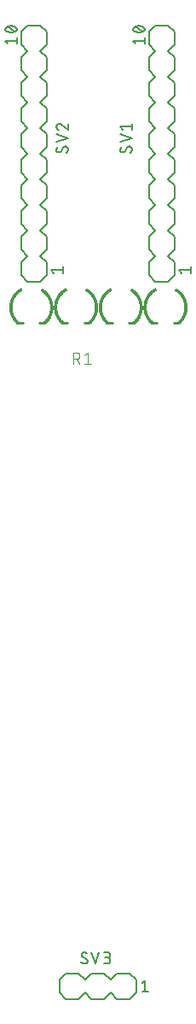
<source format=gto>
G04 EAGLE Gerber RS-274X export*
G75*
%MOMM*%
%FSLAX34Y34*%
%LPD*%
%INSilkscreen Top*%
%IPPOS*%
%AMOC8*
5,1,8,0,0,1.08239X$1,22.5*%
G01*
%ADD10C,0.025400*%
%ADD11C,0.254000*%
%ADD12C,0.152400*%
%ADD13C,0.127000*%
%ADD14C,0.101600*%


D10*
X146813Y787274D02*
X149099Y787274D01*
X149098Y787273D02*
X149107Y786814D01*
X149127Y786354D01*
X149157Y785896D01*
X149199Y785438D01*
X149251Y784982D01*
X149315Y784526D01*
X149389Y784073D01*
X149474Y783621D01*
X149570Y783172D01*
X149677Y782725D01*
X149794Y782280D01*
X149922Y781839D01*
X150061Y781401D01*
X150210Y780966D01*
X150369Y780535D01*
X150539Y780108D01*
X150718Y779685D01*
X150908Y779266D01*
X151108Y778852D01*
X151318Y778444D01*
X151538Y778040D01*
X151767Y777641D01*
X152005Y777249D01*
X152253Y776862D01*
X152510Y776481D01*
X152777Y776106D01*
X153052Y775738D01*
X153335Y775376D01*
X153628Y775022D01*
X153929Y774674D01*
X154238Y774334D01*
X154555Y774002D01*
X154880Y773677D01*
X155213Y773360D01*
X155553Y773051D01*
X155900Y772750D01*
X154437Y770994D01*
X154047Y771331D01*
X153665Y771677D01*
X153292Y772032D01*
X152928Y772396D01*
X152572Y772769D01*
X152225Y773150D01*
X151888Y773539D01*
X151560Y773936D01*
X151242Y774342D01*
X150933Y774754D01*
X150634Y775174D01*
X150346Y775601D01*
X150068Y776035D01*
X149800Y776475D01*
X149544Y776922D01*
X149297Y777374D01*
X149062Y777833D01*
X148838Y778297D01*
X148625Y778766D01*
X148424Y779240D01*
X148234Y779719D01*
X148055Y780202D01*
X147888Y780690D01*
X147733Y781181D01*
X147589Y781676D01*
X147458Y782174D01*
X147339Y782675D01*
X147231Y783179D01*
X147136Y783685D01*
X147053Y784194D01*
X146982Y784704D01*
X146923Y785216D01*
X146877Y785729D01*
X146843Y786243D01*
X146822Y786758D01*
X146812Y787273D01*
X147052Y787273D01*
X147062Y786764D01*
X147083Y786255D01*
X147117Y785747D01*
X147162Y785239D01*
X147220Y784733D01*
X147290Y784229D01*
X147372Y783726D01*
X147467Y783225D01*
X147573Y782727D01*
X147691Y782232D01*
X147821Y781739D01*
X147963Y781250D01*
X148116Y780764D01*
X148281Y780282D01*
X148458Y779805D01*
X148646Y779331D01*
X148845Y778862D01*
X149056Y778398D01*
X149277Y777940D01*
X149510Y777487D01*
X149753Y777039D01*
X150007Y776598D01*
X150271Y776162D01*
X150546Y775733D01*
X150831Y775311D01*
X151127Y774896D01*
X151432Y774488D01*
X151746Y774088D01*
X152071Y773695D01*
X152404Y773310D01*
X152747Y772933D01*
X153099Y772565D01*
X153459Y772205D01*
X153828Y771853D01*
X154205Y771511D01*
X154591Y771178D01*
X154744Y771362D01*
X154363Y771692D01*
X153990Y772030D01*
X153626Y772377D01*
X153269Y772733D01*
X152922Y773097D01*
X152583Y773470D01*
X152253Y773850D01*
X151933Y774239D01*
X151622Y774635D01*
X151320Y775038D01*
X151028Y775448D01*
X150747Y775866D01*
X150475Y776290D01*
X150213Y776720D01*
X149962Y777156D01*
X149722Y777599D01*
X149492Y778047D01*
X149273Y778500D01*
X149065Y778959D01*
X148868Y779422D01*
X148682Y779890D01*
X148507Y780363D01*
X148344Y780839D01*
X148192Y781319D01*
X148052Y781803D01*
X147924Y782290D01*
X147807Y782779D01*
X147702Y783272D01*
X147609Y783767D01*
X147528Y784264D01*
X147458Y784762D01*
X147401Y785263D01*
X147356Y785764D01*
X147323Y786267D01*
X147301Y786770D01*
X147292Y787273D01*
X147532Y787273D01*
X147541Y786776D01*
X147562Y786278D01*
X147595Y785782D01*
X147640Y785286D01*
X147697Y784791D01*
X147765Y784299D01*
X147845Y783807D01*
X147938Y783318D01*
X148041Y782831D01*
X148157Y782347D01*
X148284Y781866D01*
X148422Y781388D01*
X148572Y780914D01*
X148734Y780443D01*
X148906Y779976D01*
X149090Y779513D01*
X149285Y779055D01*
X149490Y778602D01*
X149707Y778154D01*
X149934Y777711D01*
X150172Y777274D01*
X150420Y776842D01*
X150678Y776417D01*
X150947Y775998D01*
X151225Y775586D01*
X151514Y775180D01*
X151812Y774781D01*
X152119Y774390D01*
X152436Y774006D01*
X152762Y773630D01*
X153097Y773262D01*
X153440Y772902D01*
X153792Y772550D01*
X154153Y772207D01*
X154521Y771872D01*
X154898Y771547D01*
X155052Y771731D01*
X154679Y772053D01*
X154315Y772383D01*
X153959Y772723D01*
X153611Y773070D01*
X153272Y773426D01*
X152941Y773790D01*
X152619Y774162D01*
X152306Y774541D01*
X152002Y774928D01*
X151707Y775322D01*
X151422Y775723D01*
X151147Y776130D01*
X150882Y776545D01*
X150626Y776965D01*
X150381Y777391D01*
X150146Y777823D01*
X149921Y778261D01*
X149708Y778704D01*
X149504Y779152D01*
X149312Y779604D01*
X149130Y780062D01*
X148960Y780523D01*
X148800Y780988D01*
X148652Y781457D01*
X148515Y781930D01*
X148390Y782405D01*
X148276Y782884D01*
X148173Y783365D01*
X148082Y783848D01*
X148003Y784333D01*
X147935Y784821D01*
X147879Y785309D01*
X147835Y785799D01*
X147802Y786290D01*
X147781Y786781D01*
X147772Y787273D01*
X148012Y787273D01*
X148021Y786787D01*
X148042Y786302D01*
X148074Y785817D01*
X148118Y785333D01*
X148173Y784850D01*
X148240Y784368D01*
X148319Y783889D01*
X148408Y783411D01*
X148510Y782936D01*
X148623Y782463D01*
X148747Y781993D01*
X148882Y781526D01*
X149028Y781063D01*
X149186Y780603D01*
X149354Y780147D01*
X149534Y779696D01*
X149724Y779248D01*
X149925Y778806D01*
X150136Y778368D01*
X150358Y777936D01*
X150590Y777509D01*
X150833Y777087D01*
X151085Y776672D01*
X151347Y776263D01*
X151619Y775860D01*
X151901Y775464D01*
X152192Y775075D01*
X152492Y774692D01*
X152801Y774317D01*
X153120Y773950D01*
X153446Y773590D01*
X153782Y773239D01*
X154126Y772895D01*
X154478Y772560D01*
X154838Y772233D01*
X155205Y771916D01*
X155359Y772100D01*
X154996Y772414D01*
X154640Y772737D01*
X154292Y773068D01*
X153953Y773407D01*
X153621Y773755D01*
X153298Y774110D01*
X152984Y774473D01*
X152678Y774843D01*
X152382Y775221D01*
X152094Y775606D01*
X151816Y775997D01*
X151547Y776395D01*
X151288Y776799D01*
X151039Y777210D01*
X150800Y777626D01*
X150570Y778048D01*
X150351Y778475D01*
X150142Y778907D01*
X149944Y779345D01*
X149756Y779787D01*
X149579Y780233D01*
X149412Y780683D01*
X149257Y781138D01*
X149112Y781595D01*
X148978Y782057D01*
X148856Y782521D01*
X148744Y782988D01*
X148644Y783458D01*
X148555Y783929D01*
X148478Y784403D01*
X148411Y784879D01*
X148357Y785356D01*
X148313Y785834D01*
X148282Y786313D01*
X148261Y786793D01*
X148252Y787273D01*
X148492Y787273D01*
X148501Y786799D01*
X148521Y786325D01*
X148553Y785852D01*
X148595Y785379D01*
X148650Y784908D01*
X148715Y784438D01*
X148792Y783970D01*
X148879Y783504D01*
X148978Y783040D01*
X149088Y782579D01*
X149210Y782120D01*
X149342Y781664D01*
X149485Y781212D01*
X149638Y780763D01*
X149803Y780319D01*
X149978Y779878D01*
X150164Y779441D01*
X150360Y779009D01*
X150566Y778582D01*
X150782Y778160D01*
X151009Y777743D01*
X151245Y777332D01*
X151492Y776927D01*
X151748Y776527D01*
X152013Y776134D01*
X152288Y775748D01*
X152572Y775368D01*
X152865Y774995D01*
X153167Y774629D01*
X153477Y774270D01*
X153796Y773919D01*
X154124Y773576D01*
X154459Y773241D01*
X154803Y772913D01*
X155154Y772595D01*
X155512Y772284D01*
X155666Y772469D01*
X155312Y772775D01*
X154965Y773090D01*
X154626Y773413D01*
X154294Y773744D01*
X153971Y774084D01*
X153656Y774430D01*
X153349Y774784D01*
X153051Y775146D01*
X152762Y775514D01*
X152481Y775890D01*
X152210Y776271D01*
X151948Y776660D01*
X151695Y777054D01*
X151452Y777455D01*
X151218Y777861D01*
X150995Y778272D01*
X150781Y778689D01*
X150577Y779111D01*
X150383Y779538D01*
X150200Y779969D01*
X150027Y780404D01*
X149865Y780844D01*
X149713Y781287D01*
X149572Y781734D01*
X149441Y782184D01*
X149321Y782636D01*
X149213Y783092D01*
X149115Y783550D01*
X149028Y784011D01*
X148952Y784473D01*
X148888Y784937D01*
X148834Y785403D01*
X148792Y785869D01*
X148761Y786337D01*
X148741Y786805D01*
X148732Y787273D01*
X148972Y787273D01*
X148981Y786811D01*
X149001Y786348D01*
X149031Y785887D01*
X149073Y785426D01*
X149126Y784966D01*
X149190Y784508D01*
X149265Y784051D01*
X149350Y783597D01*
X149447Y783144D01*
X149554Y782694D01*
X149673Y782247D01*
X149801Y781803D01*
X149941Y781362D01*
X150091Y780924D01*
X150251Y780490D01*
X150422Y780060D01*
X150603Y779634D01*
X150794Y779213D01*
X150996Y778796D01*
X151207Y778385D01*
X151428Y777978D01*
X151658Y777577D01*
X151898Y777182D01*
X152148Y776792D01*
X152407Y776409D01*
X152675Y776031D01*
X152952Y775661D01*
X153238Y775297D01*
X153532Y774940D01*
X153835Y774590D01*
X154146Y774248D01*
X154465Y773913D01*
X154792Y773586D01*
X155127Y773267D01*
X155470Y772956D01*
X155820Y772653D01*
X158064Y806277D02*
X159140Y804259D01*
X159139Y804260D02*
X158733Y804033D01*
X158332Y803797D01*
X157937Y803551D01*
X157548Y803295D01*
X157166Y803030D01*
X156790Y802756D01*
X156420Y802473D01*
X156058Y802181D01*
X155703Y801880D01*
X155356Y801571D01*
X155016Y801253D01*
X154683Y800928D01*
X154359Y800594D01*
X154043Y800252D01*
X153735Y799903D01*
X153436Y799547D01*
X153146Y799183D01*
X152865Y798813D01*
X152592Y798436D01*
X152329Y798052D01*
X152075Y797662D01*
X151831Y797266D01*
X151597Y796864D01*
X151372Y796457D01*
X151157Y796044D01*
X150952Y795626D01*
X150758Y795203D01*
X150574Y794776D01*
X150400Y794344D01*
X150237Y793909D01*
X150084Y793469D01*
X149942Y793026D01*
X149811Y792580D01*
X149691Y792130D01*
X149581Y791678D01*
X149483Y791223D01*
X149396Y790766D01*
X149320Y790307D01*
X149255Y789846D01*
X149201Y789384D01*
X149158Y788921D01*
X149127Y788457D01*
X149107Y787992D01*
X149098Y787527D01*
X146813Y787526D01*
X146812Y787527D01*
X146822Y788048D01*
X146844Y788569D01*
X146879Y789089D01*
X146926Y789609D01*
X146986Y790126D01*
X147059Y790643D01*
X147144Y791157D01*
X147241Y791670D01*
X147351Y792179D01*
X147473Y792686D01*
X147608Y793190D01*
X147755Y793690D01*
X147914Y794187D01*
X148085Y794680D01*
X148267Y795168D01*
X148462Y795652D01*
X148668Y796131D01*
X148886Y796604D01*
X149116Y797073D01*
X149356Y797535D01*
X149608Y797992D01*
X149871Y798442D01*
X150145Y798886D01*
X150429Y799323D01*
X150724Y799753D01*
X151029Y800176D01*
X151345Y800591D01*
X151670Y800998D01*
X152005Y801398D01*
X152350Y801789D01*
X152705Y802171D01*
X153068Y802545D01*
X153440Y802910D01*
X153822Y803266D01*
X154211Y803612D01*
X154609Y803949D01*
X155015Y804276D01*
X155429Y804594D01*
X155851Y804900D01*
X156280Y805197D01*
X156716Y805483D01*
X157158Y805759D01*
X157608Y806023D01*
X158063Y806277D01*
X158176Y806065D01*
X157726Y805814D01*
X157282Y805553D01*
X156844Y805280D01*
X156413Y804997D01*
X155989Y804704D01*
X155572Y804401D01*
X155163Y804087D01*
X154762Y803764D01*
X154368Y803431D01*
X153983Y803088D01*
X153606Y802736D01*
X153238Y802375D01*
X152878Y802006D01*
X152528Y801627D01*
X152187Y801241D01*
X151856Y800846D01*
X151534Y800443D01*
X151222Y800033D01*
X150920Y799615D01*
X150628Y799190D01*
X150347Y798757D01*
X150077Y798319D01*
X149817Y797873D01*
X149568Y797422D01*
X149330Y796965D01*
X149103Y796502D01*
X148888Y796033D01*
X148684Y795560D01*
X148491Y795081D01*
X148311Y794599D01*
X148142Y794112D01*
X147984Y793621D01*
X147839Y793126D01*
X147706Y792628D01*
X147585Y792127D01*
X147477Y791623D01*
X147380Y791116D01*
X147296Y790608D01*
X147224Y790097D01*
X147165Y789585D01*
X147118Y789072D01*
X147084Y788557D01*
X147062Y788042D01*
X147052Y787527D01*
X147292Y787527D01*
X147302Y788036D01*
X147323Y788545D01*
X147357Y789054D01*
X147404Y789561D01*
X147462Y790068D01*
X147533Y790572D01*
X147617Y791075D01*
X147712Y791576D01*
X147819Y792074D01*
X147939Y792569D01*
X148071Y793062D01*
X148214Y793551D01*
X148369Y794036D01*
X148536Y794518D01*
X148715Y794995D01*
X148905Y795468D01*
X149107Y795936D01*
X149320Y796399D01*
X149544Y796857D01*
X149779Y797309D01*
X150026Y797755D01*
X150282Y798195D01*
X150550Y798629D01*
X150828Y799056D01*
X151116Y799476D01*
X151415Y799890D01*
X151723Y800295D01*
X152041Y800694D01*
X152369Y801084D01*
X152706Y801466D01*
X153052Y801840D01*
X153407Y802206D01*
X153771Y802562D01*
X154144Y802910D01*
X154525Y803249D01*
X154914Y803578D01*
X155311Y803898D01*
X155715Y804208D01*
X156127Y804508D01*
X156546Y804798D01*
X156972Y805078D01*
X157405Y805347D01*
X157844Y805606D01*
X158289Y805854D01*
X158402Y805642D01*
X157962Y805397D01*
X157528Y805141D01*
X157100Y804875D01*
X156679Y804598D01*
X156265Y804311D01*
X155858Y804015D01*
X155458Y803708D01*
X155066Y803392D01*
X154681Y803067D01*
X154305Y802732D01*
X153937Y802388D01*
X153577Y802036D01*
X153226Y801675D01*
X152883Y801305D01*
X152550Y800927D01*
X152226Y800541D01*
X151912Y800148D01*
X151607Y799746D01*
X151312Y799338D01*
X151027Y798923D01*
X150753Y798500D01*
X150488Y798072D01*
X150234Y797637D01*
X149991Y797195D01*
X149759Y796749D01*
X149537Y796296D01*
X149326Y795838D01*
X149127Y795376D01*
X148939Y794909D01*
X148762Y794437D01*
X148597Y793961D01*
X148444Y793481D01*
X148302Y792998D01*
X148172Y792511D01*
X148054Y792021D01*
X147947Y791529D01*
X147853Y791034D01*
X147771Y790537D01*
X147701Y790038D01*
X147643Y789538D01*
X147597Y789036D01*
X147563Y788534D01*
X147542Y788030D01*
X147532Y787527D01*
X147772Y787527D01*
X147782Y788024D01*
X147803Y788522D01*
X147836Y789019D01*
X147881Y789514D01*
X147939Y790009D01*
X148008Y790502D01*
X148089Y790993D01*
X148183Y791482D01*
X148288Y791969D01*
X148405Y792453D01*
X148533Y792934D01*
X148673Y793411D01*
X148825Y793886D01*
X148988Y794356D01*
X149163Y794822D01*
X149349Y795284D01*
X149546Y795741D01*
X149754Y796193D01*
X149973Y796641D01*
X150203Y797082D01*
X150443Y797518D01*
X150694Y797948D01*
X150955Y798372D01*
X151227Y798789D01*
X151509Y799200D01*
X151800Y799603D01*
X152101Y800000D01*
X152412Y800389D01*
X152732Y800770D01*
X153061Y801144D01*
X153399Y801509D01*
X153746Y801866D01*
X154102Y802214D01*
X154466Y802554D01*
X154838Y802885D01*
X155218Y803207D01*
X155606Y803519D01*
X156001Y803822D01*
X156403Y804115D01*
X156812Y804398D01*
X157229Y804672D01*
X157651Y804935D01*
X158080Y805188D01*
X158515Y805430D01*
X158628Y805218D01*
X158198Y804979D01*
X157774Y804729D01*
X157357Y804469D01*
X156946Y804199D01*
X156541Y803919D01*
X156143Y803629D01*
X155753Y803330D01*
X155370Y803021D01*
X154995Y802703D01*
X154627Y802376D01*
X154267Y802041D01*
X153916Y801696D01*
X153573Y801343D01*
X153239Y800982D01*
X152914Y800613D01*
X152597Y800236D01*
X152290Y799852D01*
X151993Y799460D01*
X151705Y799061D01*
X151426Y798656D01*
X151158Y798243D01*
X150900Y797825D01*
X150652Y797400D01*
X150414Y796969D01*
X150187Y796533D01*
X149971Y796091D01*
X149765Y795644D01*
X149571Y795192D01*
X149387Y794736D01*
X149214Y794275D01*
X149053Y793810D01*
X148903Y793342D01*
X148764Y792870D01*
X148637Y792394D01*
X148522Y791916D01*
X148418Y791435D01*
X148326Y790952D01*
X148246Y790467D01*
X148177Y789979D01*
X148120Y789491D01*
X148075Y789001D01*
X148042Y788510D01*
X148021Y788018D01*
X148012Y787527D01*
X148252Y787527D01*
X148261Y788013D01*
X148282Y788498D01*
X148315Y788983D01*
X148359Y789467D01*
X148415Y789950D01*
X148483Y790431D01*
X148562Y790911D01*
X148653Y791388D01*
X148756Y791863D01*
X148870Y792336D01*
X148996Y792806D01*
X149133Y793272D01*
X149281Y793735D01*
X149440Y794194D01*
X149611Y794649D01*
X149792Y795100D01*
X149985Y795546D01*
X150188Y795988D01*
X150402Y796425D01*
X150626Y796856D01*
X150861Y797281D01*
X151106Y797701D01*
X151361Y798115D01*
X151626Y798522D01*
X151901Y798923D01*
X152185Y799317D01*
X152479Y799704D01*
X152783Y800084D01*
X153095Y800456D01*
X153417Y800821D01*
X153747Y801178D01*
X154086Y801526D01*
X154433Y801867D01*
X154788Y802198D01*
X155151Y802521D01*
X155522Y802835D01*
X155901Y803140D01*
X156286Y803436D01*
X156679Y803722D01*
X157079Y803999D01*
X157485Y804266D01*
X157898Y804523D01*
X158316Y804770D01*
X158741Y805006D01*
X158854Y804795D01*
X158434Y804561D01*
X158021Y804317D01*
X157613Y804063D01*
X157212Y803799D01*
X156817Y803526D01*
X156429Y803243D01*
X156048Y802951D01*
X155674Y802650D01*
X155308Y802339D01*
X154949Y802020D01*
X154598Y801693D01*
X154255Y801356D01*
X153921Y801012D01*
X153594Y800660D01*
X153277Y800300D01*
X152968Y799932D01*
X152669Y799557D01*
X152378Y799174D01*
X152097Y798785D01*
X151825Y798389D01*
X151564Y797986D01*
X151311Y797578D01*
X151069Y797163D01*
X150838Y796743D01*
X150616Y796317D01*
X150405Y795885D01*
X150204Y795449D01*
X150014Y795008D01*
X149835Y794563D01*
X149666Y794113D01*
X149509Y793659D01*
X149362Y793202D01*
X149227Y792741D01*
X149103Y792278D01*
X148990Y791811D01*
X148889Y791341D01*
X148799Y790870D01*
X148720Y790396D01*
X148653Y789921D01*
X148598Y789444D01*
X148554Y788965D01*
X148522Y788486D01*
X148501Y788007D01*
X148492Y787527D01*
X148732Y787527D01*
X148741Y788001D01*
X148762Y788475D01*
X148793Y788948D01*
X148837Y789420D01*
X148892Y789891D01*
X148958Y790361D01*
X149035Y790829D01*
X149124Y791295D01*
X149224Y791758D01*
X149336Y792219D01*
X149458Y792677D01*
X149592Y793132D01*
X149737Y793584D01*
X149892Y794032D01*
X150058Y794476D01*
X150236Y794916D01*
X150423Y795352D01*
X150622Y795783D01*
X150830Y796209D01*
X151049Y796629D01*
X151278Y797045D01*
X151517Y797454D01*
X151766Y797858D01*
X152025Y798255D01*
X152293Y798647D01*
X152571Y799031D01*
X152858Y799409D01*
X153154Y799779D01*
X153458Y800143D01*
X153772Y800498D01*
X154094Y800846D01*
X154425Y801187D01*
X154763Y801519D01*
X155110Y801842D01*
X155464Y802158D01*
X155826Y802464D01*
X156196Y802762D01*
X156572Y803050D01*
X156955Y803330D01*
X157345Y803600D01*
X157741Y803860D01*
X158144Y804111D01*
X158553Y804352D01*
X158967Y804583D01*
X159080Y804371D01*
X158671Y804143D01*
X158267Y803905D01*
X157870Y803657D01*
X157478Y803400D01*
X157093Y803133D01*
X156715Y802858D01*
X156343Y802572D01*
X155978Y802279D01*
X155621Y801976D01*
X155271Y801664D01*
X154929Y801345D01*
X154594Y801017D01*
X154268Y800681D01*
X153950Y800337D01*
X153640Y799986D01*
X153339Y799627D01*
X153047Y799261D01*
X152763Y798888D01*
X152489Y798508D01*
X152224Y798122D01*
X151969Y797729D01*
X151723Y797331D01*
X151487Y796926D01*
X151261Y796516D01*
X151045Y796101D01*
X150838Y795680D01*
X150643Y795254D01*
X150457Y794824D01*
X150282Y794390D01*
X150118Y793951D01*
X149964Y793509D01*
X149822Y793063D01*
X149690Y792613D01*
X149569Y792161D01*
X149459Y791706D01*
X149360Y791248D01*
X149272Y790788D01*
X149195Y790326D01*
X149130Y789862D01*
X149076Y789397D01*
X149033Y788930D01*
X149001Y788463D01*
X148981Y787995D01*
X148972Y787527D01*
X182236Y771099D02*
X180759Y772844D01*
X180759Y772843D02*
X181111Y773153D01*
X181456Y773471D01*
X181792Y773797D01*
X182120Y774131D01*
X182440Y774473D01*
X182752Y774823D01*
X183055Y775181D01*
X183349Y775546D01*
X183634Y775917D01*
X183910Y776296D01*
X184177Y776682D01*
X184434Y777073D01*
X184682Y777471D01*
X184919Y777875D01*
X185147Y778285D01*
X185365Y778700D01*
X185572Y779120D01*
X185769Y779545D01*
X185956Y779975D01*
X186132Y780409D01*
X186298Y780847D01*
X186452Y781290D01*
X186596Y781736D01*
X186729Y782185D01*
X186851Y782637D01*
X186962Y783093D01*
X187062Y783551D01*
X187150Y784011D01*
X187227Y784473D01*
X187293Y784937D01*
X187348Y785402D01*
X187391Y785869D01*
X187422Y786337D01*
X187443Y786805D01*
X187452Y787273D01*
X189737Y787274D01*
X189738Y787273D01*
X189728Y786748D01*
X189706Y786223D01*
X189670Y785699D01*
X189622Y785176D01*
X189562Y784654D01*
X189488Y784134D01*
X189402Y783616D01*
X189303Y783100D01*
X189191Y782587D01*
X189067Y782076D01*
X188931Y781569D01*
X188782Y781065D01*
X188621Y780565D01*
X188447Y780069D01*
X188262Y779578D01*
X188064Y779091D01*
X187855Y778609D01*
X187634Y778132D01*
X187401Y777661D01*
X187157Y777196D01*
X186902Y776737D01*
X186635Y776284D01*
X186358Y775838D01*
X186069Y775399D01*
X185770Y774967D01*
X185461Y774543D01*
X185141Y774126D01*
X184811Y773717D01*
X184471Y773317D01*
X184122Y772924D01*
X183763Y772541D01*
X183394Y772166D01*
X183017Y771801D01*
X182631Y771445D01*
X182236Y771098D01*
X182081Y771281D01*
X182471Y771624D01*
X182853Y771976D01*
X183226Y772338D01*
X183590Y772708D01*
X183945Y773087D01*
X184291Y773475D01*
X184627Y773871D01*
X184953Y774275D01*
X185269Y774687D01*
X185575Y775107D01*
X185871Y775534D01*
X186156Y775968D01*
X186430Y776409D01*
X186694Y776857D01*
X186946Y777310D01*
X187188Y777770D01*
X187418Y778236D01*
X187636Y778707D01*
X187843Y779184D01*
X188038Y779665D01*
X188222Y780151D01*
X188393Y780641D01*
X188552Y781135D01*
X188700Y781633D01*
X188835Y782135D01*
X188957Y782640D01*
X189068Y783147D01*
X189165Y783657D01*
X189251Y784170D01*
X189323Y784684D01*
X189384Y785200D01*
X189431Y785717D01*
X189466Y786235D01*
X189488Y786754D01*
X189498Y787273D01*
X189258Y787273D01*
X189248Y786760D01*
X189226Y786247D01*
X189192Y785735D01*
X189145Y785224D01*
X189085Y784714D01*
X189013Y784205D01*
X188929Y783699D01*
X188832Y783195D01*
X188723Y782693D01*
X188602Y782194D01*
X188468Y781698D01*
X188323Y781206D01*
X188165Y780717D01*
X187996Y780233D01*
X187815Y779752D01*
X187622Y779276D01*
X187417Y778805D01*
X187201Y778340D01*
X186974Y777879D01*
X186735Y777425D01*
X186486Y776976D01*
X186225Y776534D01*
X185954Y776098D01*
X185672Y775668D01*
X185380Y775246D01*
X185077Y774831D01*
X184765Y774424D01*
X184442Y774025D01*
X184110Y773633D01*
X183769Y773250D01*
X183418Y772875D01*
X183058Y772509D01*
X182689Y772151D01*
X182312Y771803D01*
X181926Y771465D01*
X181771Y771648D01*
X182152Y771983D01*
X182525Y772327D01*
X182890Y772680D01*
X183245Y773042D01*
X183592Y773412D01*
X183930Y773791D01*
X184258Y774178D01*
X184577Y774573D01*
X184886Y774976D01*
X185185Y775386D01*
X185473Y775803D01*
X185752Y776227D01*
X186020Y776658D01*
X186277Y777095D01*
X186524Y777539D01*
X186760Y777988D01*
X186985Y778443D01*
X187198Y778904D01*
X187400Y779369D01*
X187591Y779839D01*
X187770Y780314D01*
X187938Y780793D01*
X188093Y781276D01*
X188237Y781763D01*
X188369Y782253D01*
X188489Y782746D01*
X188597Y783242D01*
X188693Y783740D01*
X188776Y784241D01*
X188847Y784743D01*
X188906Y785247D01*
X188952Y785753D01*
X188987Y786259D01*
X189008Y786766D01*
X189018Y787273D01*
X188778Y787273D01*
X188768Y786772D01*
X188747Y786271D01*
X188713Y785771D01*
X188667Y785271D01*
X188609Y784773D01*
X188539Y784276D01*
X188456Y783782D01*
X188362Y783289D01*
X188255Y782799D01*
X188137Y782312D01*
X188006Y781828D01*
X187864Y781347D01*
X187710Y780869D01*
X187545Y780396D01*
X187367Y779927D01*
X187179Y779462D01*
X186979Y779002D01*
X186768Y778547D01*
X186546Y778097D01*
X186313Y777653D01*
X186069Y777215D01*
X185815Y776783D01*
X185550Y776357D01*
X185275Y775938D01*
X184989Y775525D01*
X184694Y775120D01*
X184389Y774722D01*
X184074Y774332D01*
X183749Y773949D01*
X183416Y773575D01*
X183073Y773209D01*
X182721Y772851D01*
X182361Y772502D01*
X181993Y772162D01*
X181616Y771831D01*
X181461Y772014D01*
X181833Y772341D01*
X182197Y772677D01*
X182553Y773022D01*
X182901Y773376D01*
X183239Y773738D01*
X183569Y774108D01*
X183889Y774486D01*
X184200Y774871D01*
X184502Y775264D01*
X184794Y775665D01*
X185076Y776072D01*
X185348Y776487D01*
X185610Y776907D01*
X185861Y777334D01*
X186102Y777768D01*
X186332Y778206D01*
X186552Y778651D01*
X186760Y779100D01*
X186958Y779555D01*
X187144Y780014D01*
X187319Y780478D01*
X187482Y780945D01*
X187635Y781417D01*
X187775Y781892D01*
X187904Y782371D01*
X188021Y782852D01*
X188126Y783337D01*
X188220Y783823D01*
X188301Y784312D01*
X188371Y784803D01*
X188428Y785295D01*
X188474Y785788D01*
X188507Y786283D01*
X188528Y786778D01*
X188538Y787273D01*
X188298Y787273D01*
X188289Y786784D01*
X188267Y786295D01*
X188234Y785806D01*
X188190Y785319D01*
X188133Y784832D01*
X188064Y784348D01*
X187983Y783865D01*
X187891Y783384D01*
X187787Y782905D01*
X187671Y782430D01*
X187544Y781957D01*
X187405Y781487D01*
X187255Y781021D01*
X187093Y780559D01*
X186920Y780101D01*
X186736Y779648D01*
X186541Y779199D01*
X186335Y778754D01*
X186118Y778315D01*
X185891Y777882D01*
X185653Y777454D01*
X185405Y777032D01*
X185146Y776616D01*
X184877Y776207D01*
X184599Y775804D01*
X184310Y775409D01*
X184012Y775020D01*
X183705Y774639D01*
X183388Y774266D01*
X183063Y773900D01*
X182728Y773543D01*
X182385Y773193D01*
X182033Y772853D01*
X181674Y772521D01*
X181306Y772197D01*
X181151Y772381D01*
X181514Y772700D01*
X181870Y773028D01*
X182217Y773365D01*
X182556Y773710D01*
X182886Y774063D01*
X183208Y774424D01*
X183521Y774793D01*
X183824Y775169D01*
X184119Y775553D01*
X184403Y775944D01*
X184679Y776342D01*
X184944Y776746D01*
X185200Y777157D01*
X185445Y777573D01*
X185680Y777996D01*
X185905Y778424D01*
X186119Y778858D01*
X186322Y779297D01*
X186515Y779740D01*
X186697Y780189D01*
X186868Y780641D01*
X187027Y781098D01*
X187176Y781558D01*
X187313Y782022D01*
X187439Y782489D01*
X187553Y782959D01*
X187656Y783431D01*
X187747Y783906D01*
X187827Y784383D01*
X187895Y784862D01*
X187951Y785342D01*
X187995Y785824D01*
X188028Y786307D01*
X188049Y786790D01*
X188058Y787273D01*
X187818Y787273D01*
X187809Y786796D01*
X187788Y786319D01*
X187756Y785842D01*
X187712Y785366D01*
X187656Y784892D01*
X187589Y784419D01*
X187511Y783948D01*
X187421Y783479D01*
X187319Y783012D01*
X187206Y782548D01*
X187082Y782086D01*
X186946Y781628D01*
X186800Y781174D01*
X186642Y780723D01*
X186473Y780276D01*
X186294Y779833D01*
X186103Y779395D01*
X185902Y778962D01*
X185691Y778533D01*
X185469Y778110D01*
X185237Y777693D01*
X184994Y777281D01*
X184742Y776876D01*
X184480Y776476D01*
X184208Y776083D01*
X183927Y775697D01*
X183636Y775318D01*
X183336Y774947D01*
X183027Y774582D01*
X182710Y774225D01*
X182383Y773877D01*
X182049Y773536D01*
X181706Y773203D01*
X181355Y772879D01*
X180996Y772564D01*
X180841Y772747D01*
X181195Y773059D01*
X181542Y773379D01*
X181880Y773707D01*
X182211Y774043D01*
X182533Y774388D01*
X182847Y774740D01*
X183152Y775100D01*
X183448Y775467D01*
X183735Y775842D01*
X184013Y776223D01*
X184281Y776611D01*
X184540Y777005D01*
X184789Y777406D01*
X185029Y777812D01*
X185258Y778225D01*
X185477Y778642D01*
X185686Y779065D01*
X185884Y779493D01*
X186072Y779926D01*
X186250Y780363D01*
X186416Y780804D01*
X186572Y781250D01*
X186717Y781699D01*
X186851Y782151D01*
X186973Y782607D01*
X187085Y783065D01*
X187185Y783526D01*
X187274Y783989D01*
X187352Y784454D01*
X187418Y784921D01*
X187473Y785390D01*
X187516Y785860D01*
X187548Y786330D01*
X187569Y786802D01*
X187578Y787273D01*
X189737Y787527D02*
X187451Y787527D01*
X187452Y787527D02*
X187443Y787990D01*
X187423Y788453D01*
X187392Y788915D01*
X187350Y789376D01*
X187297Y789836D01*
X187232Y790295D01*
X187157Y790752D01*
X187071Y791207D01*
X186973Y791660D01*
X186865Y792110D01*
X186746Y792557D01*
X186616Y793002D01*
X186475Y793443D01*
X186324Y793881D01*
X186162Y794315D01*
X185990Y794745D01*
X185808Y795170D01*
X185615Y795591D01*
X185412Y796008D01*
X185199Y796419D01*
X184977Y796825D01*
X184744Y797226D01*
X184502Y797620D01*
X184251Y798009D01*
X183990Y798392D01*
X183720Y798768D01*
X183441Y799138D01*
X183153Y799501D01*
X182857Y799856D01*
X182552Y800205D01*
X182238Y800546D01*
X181917Y800879D01*
X181587Y801205D01*
X181250Y801522D01*
X180905Y801831D01*
X180553Y802132D01*
X180194Y802424D01*
X179828Y802708D01*
X179455Y802982D01*
X179075Y803247D01*
X178690Y803504D01*
X178298Y803750D01*
X177900Y803988D01*
X179034Y805972D01*
X179480Y805707D01*
X179919Y805431D01*
X180352Y805144D01*
X180777Y804847D01*
X181196Y804539D01*
X181606Y804222D01*
X182009Y803895D01*
X182404Y803558D01*
X182790Y803211D01*
X183168Y802856D01*
X183538Y802491D01*
X183898Y802118D01*
X184249Y801736D01*
X184591Y801345D01*
X184924Y800946D01*
X185246Y800540D01*
X185559Y800126D01*
X185862Y799704D01*
X186154Y799275D01*
X186436Y798839D01*
X186707Y798397D01*
X186968Y797948D01*
X187217Y797493D01*
X187456Y797032D01*
X187683Y796565D01*
X187899Y796094D01*
X188103Y795617D01*
X188296Y795135D01*
X188477Y794648D01*
X188647Y794158D01*
X188804Y793663D01*
X188950Y793165D01*
X189083Y792663D01*
X189204Y792159D01*
X189313Y791651D01*
X189410Y791141D01*
X189494Y790629D01*
X189566Y790115D01*
X189625Y789600D01*
X189672Y789083D01*
X189706Y788565D01*
X189728Y788046D01*
X189738Y787527D01*
X189498Y787527D01*
X189488Y788040D01*
X189467Y788553D01*
X189433Y789065D01*
X189386Y789576D01*
X189327Y790086D01*
X189256Y790594D01*
X189173Y791100D01*
X189078Y791605D01*
X188970Y792106D01*
X188850Y792605D01*
X188718Y793101D01*
X188574Y793594D01*
X188419Y794083D01*
X188251Y794568D01*
X188072Y795049D01*
X187882Y795525D01*
X187679Y795997D01*
X187466Y796463D01*
X187241Y796925D01*
X187005Y797380D01*
X186759Y797830D01*
X186501Y798274D01*
X186233Y798711D01*
X185954Y799142D01*
X185665Y799566D01*
X185366Y799983D01*
X185057Y800393D01*
X184738Y800795D01*
X184409Y801189D01*
X184071Y801575D01*
X183724Y801953D01*
X183368Y802322D01*
X183002Y802682D01*
X182629Y803034D01*
X182247Y803376D01*
X181856Y803709D01*
X181458Y804033D01*
X181052Y804347D01*
X180639Y804651D01*
X180218Y804945D01*
X179790Y805228D01*
X179356Y805502D01*
X178915Y805764D01*
X178796Y805556D01*
X179232Y805296D01*
X179661Y805026D01*
X180084Y804746D01*
X180500Y804455D01*
X180908Y804155D01*
X181310Y803844D01*
X181703Y803524D01*
X182089Y803195D01*
X182467Y802857D01*
X182836Y802509D01*
X183197Y802153D01*
X183550Y801788D01*
X183893Y801414D01*
X184227Y801032D01*
X184552Y800643D01*
X184867Y800246D01*
X185173Y799841D01*
X185469Y799429D01*
X185754Y799009D01*
X186030Y798584D01*
X186295Y798151D01*
X186550Y797712D01*
X186794Y797268D01*
X187027Y796817D01*
X187249Y796361D01*
X187460Y795900D01*
X187660Y795433D01*
X187848Y794963D01*
X188025Y794487D01*
X188191Y794008D01*
X188345Y793524D01*
X188487Y793037D01*
X188617Y792547D01*
X188736Y792054D01*
X188842Y791558D01*
X188937Y791060D01*
X189019Y790559D01*
X189089Y790057D01*
X189147Y789553D01*
X189193Y789048D01*
X189227Y788541D01*
X189248Y788035D01*
X189258Y787527D01*
X189018Y787527D01*
X189008Y788029D01*
X188987Y788530D01*
X188954Y789030D01*
X188909Y789529D01*
X188851Y790027D01*
X188782Y790524D01*
X188700Y791019D01*
X188607Y791511D01*
X188501Y792001D01*
X188384Y792489D01*
X188255Y792974D01*
X188115Y793455D01*
X187963Y793933D01*
X187799Y794407D01*
X187624Y794876D01*
X187438Y795342D01*
X187240Y795803D01*
X187032Y796259D01*
X186812Y796709D01*
X186582Y797155D01*
X186341Y797594D01*
X186089Y798028D01*
X185827Y798456D01*
X185555Y798877D01*
X185272Y799291D01*
X184980Y799698D01*
X184678Y800098D01*
X184366Y800491D01*
X184045Y800876D01*
X183715Y801253D01*
X183375Y801623D01*
X183027Y801983D01*
X182670Y802336D01*
X182305Y802679D01*
X181932Y803014D01*
X181551Y803339D01*
X181161Y803656D01*
X180765Y803962D01*
X180361Y804259D01*
X179950Y804547D01*
X179532Y804824D01*
X179108Y805091D01*
X178677Y805347D01*
X178558Y805139D01*
X178984Y804885D01*
X179403Y804621D01*
X179816Y804347D01*
X180222Y804064D01*
X180621Y803770D01*
X181013Y803467D01*
X181398Y803154D01*
X181775Y802833D01*
X182144Y802502D01*
X182504Y802162D01*
X182857Y801814D01*
X183201Y801457D01*
X183536Y801093D01*
X183863Y800720D01*
X184180Y800339D01*
X184488Y799951D01*
X184787Y799556D01*
X185076Y799153D01*
X185355Y798744D01*
X185624Y798328D01*
X185883Y797905D01*
X186132Y797476D01*
X186370Y797042D01*
X186598Y796602D01*
X186815Y796156D01*
X187021Y795706D01*
X187216Y795250D01*
X187400Y794790D01*
X187573Y794326D01*
X187735Y793858D01*
X187885Y793385D01*
X188024Y792910D01*
X188151Y792431D01*
X188267Y791949D01*
X188371Y791465D01*
X188464Y790978D01*
X188544Y790489D01*
X188613Y789998D01*
X188670Y789506D01*
X188715Y789012D01*
X188748Y788518D01*
X188769Y788023D01*
X188778Y787527D01*
X188538Y787527D01*
X188529Y788017D01*
X188508Y788506D01*
X188475Y788995D01*
X188431Y789482D01*
X188375Y789969D01*
X188307Y790454D01*
X188227Y790937D01*
X188136Y791418D01*
X188033Y791897D01*
X187919Y792373D01*
X187793Y792846D01*
X187655Y793316D01*
X187507Y793783D01*
X187347Y794245D01*
X187176Y794704D01*
X186994Y795159D01*
X186801Y795609D01*
X186597Y796054D01*
X186383Y796494D01*
X186158Y796929D01*
X185923Y797359D01*
X185677Y797782D01*
X185421Y798200D01*
X185155Y798611D01*
X184879Y799015D01*
X184594Y799413D01*
X184299Y799804D01*
X183994Y800187D01*
X183681Y800564D01*
X183358Y800932D01*
X183027Y801292D01*
X182687Y801645D01*
X182338Y801989D01*
X181982Y802325D01*
X181617Y802651D01*
X181245Y802969D01*
X180865Y803278D01*
X180478Y803578D01*
X180083Y803868D01*
X179682Y804148D01*
X179274Y804419D01*
X178859Y804680D01*
X178439Y804931D01*
X178320Y804722D01*
X178735Y804474D01*
X179145Y804217D01*
X179548Y803949D01*
X179944Y803672D01*
X180334Y803385D01*
X180717Y803089D01*
X181092Y802784D01*
X181460Y802470D01*
X181820Y802147D01*
X182172Y801816D01*
X182517Y801476D01*
X182853Y801127D01*
X183180Y800771D01*
X183499Y800407D01*
X183808Y800036D01*
X184109Y799657D01*
X184401Y799271D01*
X184683Y798878D01*
X184955Y798478D01*
X185218Y798072D01*
X185471Y797659D01*
X185714Y797241D01*
X185946Y796816D01*
X186168Y796387D01*
X186380Y795952D01*
X186582Y795512D01*
X186772Y795067D01*
X186952Y794618D01*
X187121Y794165D01*
X187279Y793708D01*
X187426Y793247D01*
X187561Y792782D01*
X187686Y792315D01*
X187799Y791844D01*
X187900Y791371D01*
X187991Y790896D01*
X188069Y790419D01*
X188136Y789940D01*
X188192Y789459D01*
X188236Y788977D01*
X188268Y788494D01*
X188289Y788011D01*
X188298Y787527D01*
X188058Y787527D01*
X188049Y788005D01*
X188028Y788483D01*
X187997Y788960D01*
X187953Y789436D01*
X187898Y789910D01*
X187832Y790384D01*
X187754Y790855D01*
X187665Y791325D01*
X187565Y791792D01*
X187453Y792257D01*
X187330Y792718D01*
X187196Y793177D01*
X187051Y793633D01*
X186895Y794084D01*
X186728Y794532D01*
X186550Y794976D01*
X186362Y795415D01*
X186163Y795850D01*
X185954Y796279D01*
X185734Y796704D01*
X185504Y797123D01*
X185265Y797536D01*
X185015Y797944D01*
X184755Y798345D01*
X184486Y798740D01*
X184207Y799128D01*
X183920Y799509D01*
X183622Y799884D01*
X183316Y800251D01*
X183002Y800611D01*
X182678Y800962D01*
X182346Y801306D01*
X182006Y801642D01*
X181658Y801970D01*
X181303Y802289D01*
X180939Y802599D01*
X180568Y802901D01*
X180190Y803193D01*
X179805Y803476D01*
X179414Y803750D01*
X179016Y804014D01*
X178611Y804269D01*
X178201Y804514D01*
X178082Y804305D01*
X178487Y804064D01*
X178886Y803812D01*
X179280Y803551D01*
X179667Y803281D01*
X180047Y803001D01*
X180420Y802712D01*
X180786Y802414D01*
X181145Y802108D01*
X181497Y801792D01*
X181840Y801469D01*
X182176Y801137D01*
X182504Y800797D01*
X182823Y800450D01*
X183134Y800095D01*
X183437Y799732D01*
X183730Y799362D01*
X184014Y798986D01*
X184290Y798602D01*
X184555Y798212D01*
X184812Y797816D01*
X185059Y797413D01*
X185295Y797005D01*
X185522Y796591D01*
X185739Y796172D01*
X185946Y795747D01*
X186143Y795318D01*
X186329Y794884D01*
X186504Y794446D01*
X186669Y794004D01*
X186823Y793558D01*
X186966Y793108D01*
X187099Y792655D01*
X187220Y792198D01*
X187330Y791740D01*
X187430Y791278D01*
X187518Y790814D01*
X187594Y790349D01*
X187660Y789881D01*
X187714Y789412D01*
X187757Y788942D01*
X187789Y788471D01*
X187809Y787999D01*
X187818Y787527D01*
X187578Y787527D01*
X187569Y787994D01*
X187549Y788459D01*
X187518Y788924D01*
X187475Y789389D01*
X187422Y789852D01*
X187357Y790313D01*
X187281Y790773D01*
X187194Y791231D01*
X187096Y791687D01*
X186987Y792140D01*
X186867Y792591D01*
X186736Y793038D01*
X186595Y793483D01*
X186443Y793923D01*
X186280Y794360D01*
X186107Y794793D01*
X185923Y795221D01*
X185729Y795645D01*
X185525Y796064D01*
X185311Y796478D01*
X185086Y796887D01*
X184852Y797290D01*
X184609Y797688D01*
X184356Y798079D01*
X184093Y798464D01*
X183821Y798843D01*
X183540Y799215D01*
X183251Y799580D01*
X182952Y799938D01*
X182645Y800289D01*
X182330Y800632D01*
X182006Y800968D01*
X181674Y801296D01*
X181335Y801615D01*
X180988Y801926D01*
X180634Y802229D01*
X180272Y802523D01*
X179903Y802809D01*
X179528Y803085D01*
X179146Y803352D01*
X178757Y803610D01*
X178363Y803858D01*
X177962Y804097D01*
D11*
X160401Y771652D02*
X155321Y771652D01*
X176657Y771652D02*
X181229Y771652D01*
D10*
X102363Y787274D02*
X104649Y787274D01*
X104648Y787273D02*
X104657Y786814D01*
X104677Y786354D01*
X104707Y785896D01*
X104749Y785438D01*
X104801Y784982D01*
X104865Y784526D01*
X104939Y784073D01*
X105024Y783621D01*
X105120Y783172D01*
X105227Y782725D01*
X105344Y782280D01*
X105472Y781839D01*
X105611Y781401D01*
X105760Y780966D01*
X105919Y780535D01*
X106089Y780108D01*
X106268Y779685D01*
X106458Y779266D01*
X106658Y778852D01*
X106868Y778444D01*
X107088Y778040D01*
X107317Y777641D01*
X107555Y777249D01*
X107803Y776862D01*
X108060Y776481D01*
X108327Y776106D01*
X108602Y775738D01*
X108885Y775376D01*
X109178Y775022D01*
X109479Y774674D01*
X109788Y774334D01*
X110105Y774002D01*
X110430Y773677D01*
X110763Y773360D01*
X111103Y773051D01*
X111450Y772750D01*
X109987Y770994D01*
X109597Y771331D01*
X109215Y771677D01*
X108842Y772032D01*
X108478Y772396D01*
X108122Y772769D01*
X107775Y773150D01*
X107438Y773539D01*
X107110Y773936D01*
X106792Y774342D01*
X106483Y774754D01*
X106184Y775174D01*
X105896Y775601D01*
X105618Y776035D01*
X105350Y776475D01*
X105094Y776922D01*
X104847Y777374D01*
X104612Y777833D01*
X104388Y778297D01*
X104175Y778766D01*
X103974Y779240D01*
X103784Y779719D01*
X103605Y780202D01*
X103438Y780690D01*
X103283Y781181D01*
X103139Y781676D01*
X103008Y782174D01*
X102889Y782675D01*
X102781Y783179D01*
X102686Y783685D01*
X102603Y784194D01*
X102532Y784704D01*
X102473Y785216D01*
X102427Y785729D01*
X102393Y786243D01*
X102372Y786758D01*
X102362Y787273D01*
X102602Y787273D01*
X102612Y786764D01*
X102633Y786255D01*
X102667Y785747D01*
X102712Y785239D01*
X102770Y784733D01*
X102840Y784229D01*
X102922Y783726D01*
X103017Y783225D01*
X103123Y782727D01*
X103241Y782232D01*
X103371Y781739D01*
X103513Y781250D01*
X103666Y780764D01*
X103831Y780282D01*
X104008Y779805D01*
X104196Y779331D01*
X104395Y778862D01*
X104606Y778398D01*
X104827Y777940D01*
X105060Y777487D01*
X105303Y777039D01*
X105557Y776598D01*
X105821Y776162D01*
X106096Y775733D01*
X106381Y775311D01*
X106677Y774896D01*
X106982Y774488D01*
X107296Y774088D01*
X107621Y773695D01*
X107954Y773310D01*
X108297Y772933D01*
X108649Y772565D01*
X109009Y772205D01*
X109378Y771853D01*
X109755Y771511D01*
X110141Y771178D01*
X110294Y771362D01*
X109913Y771692D01*
X109540Y772030D01*
X109176Y772377D01*
X108819Y772733D01*
X108472Y773097D01*
X108133Y773470D01*
X107803Y773850D01*
X107483Y774239D01*
X107172Y774635D01*
X106870Y775038D01*
X106578Y775448D01*
X106297Y775866D01*
X106025Y776290D01*
X105763Y776720D01*
X105512Y777156D01*
X105272Y777599D01*
X105042Y778047D01*
X104823Y778500D01*
X104615Y778959D01*
X104418Y779422D01*
X104232Y779890D01*
X104057Y780363D01*
X103894Y780839D01*
X103742Y781319D01*
X103602Y781803D01*
X103474Y782290D01*
X103357Y782779D01*
X103252Y783272D01*
X103159Y783767D01*
X103078Y784264D01*
X103008Y784762D01*
X102951Y785263D01*
X102906Y785764D01*
X102873Y786267D01*
X102851Y786770D01*
X102842Y787273D01*
X103082Y787273D01*
X103091Y786776D01*
X103112Y786278D01*
X103145Y785782D01*
X103190Y785286D01*
X103247Y784791D01*
X103315Y784299D01*
X103395Y783807D01*
X103488Y783318D01*
X103591Y782831D01*
X103707Y782347D01*
X103834Y781866D01*
X103972Y781388D01*
X104122Y780914D01*
X104284Y780443D01*
X104456Y779976D01*
X104640Y779513D01*
X104835Y779055D01*
X105040Y778602D01*
X105257Y778154D01*
X105484Y777711D01*
X105722Y777274D01*
X105970Y776842D01*
X106228Y776417D01*
X106497Y775998D01*
X106775Y775586D01*
X107064Y775180D01*
X107362Y774781D01*
X107669Y774390D01*
X107986Y774006D01*
X108312Y773630D01*
X108647Y773262D01*
X108990Y772902D01*
X109342Y772550D01*
X109703Y772207D01*
X110071Y771872D01*
X110448Y771547D01*
X110602Y771731D01*
X110229Y772053D01*
X109865Y772383D01*
X109509Y772723D01*
X109161Y773070D01*
X108822Y773426D01*
X108491Y773790D01*
X108169Y774162D01*
X107856Y774541D01*
X107552Y774928D01*
X107257Y775322D01*
X106972Y775723D01*
X106697Y776130D01*
X106432Y776545D01*
X106176Y776965D01*
X105931Y777391D01*
X105696Y777823D01*
X105471Y778261D01*
X105258Y778704D01*
X105054Y779152D01*
X104862Y779604D01*
X104680Y780062D01*
X104510Y780523D01*
X104350Y780988D01*
X104202Y781457D01*
X104065Y781930D01*
X103940Y782405D01*
X103826Y782884D01*
X103723Y783365D01*
X103632Y783848D01*
X103553Y784333D01*
X103485Y784821D01*
X103429Y785309D01*
X103385Y785799D01*
X103352Y786290D01*
X103331Y786781D01*
X103322Y787273D01*
X103562Y787273D01*
X103571Y786787D01*
X103592Y786302D01*
X103624Y785817D01*
X103668Y785333D01*
X103723Y784850D01*
X103790Y784368D01*
X103869Y783889D01*
X103958Y783411D01*
X104060Y782936D01*
X104173Y782463D01*
X104297Y781993D01*
X104432Y781526D01*
X104578Y781063D01*
X104736Y780603D01*
X104904Y780147D01*
X105084Y779696D01*
X105274Y779248D01*
X105475Y778806D01*
X105686Y778368D01*
X105908Y777936D01*
X106140Y777509D01*
X106383Y777087D01*
X106635Y776672D01*
X106897Y776263D01*
X107169Y775860D01*
X107451Y775464D01*
X107742Y775075D01*
X108042Y774692D01*
X108351Y774317D01*
X108670Y773950D01*
X108996Y773590D01*
X109332Y773239D01*
X109676Y772895D01*
X110028Y772560D01*
X110388Y772233D01*
X110755Y771916D01*
X110909Y772100D01*
X110546Y772414D01*
X110190Y772737D01*
X109842Y773068D01*
X109503Y773407D01*
X109171Y773755D01*
X108848Y774110D01*
X108534Y774473D01*
X108228Y774843D01*
X107932Y775221D01*
X107644Y775606D01*
X107366Y775997D01*
X107097Y776395D01*
X106838Y776799D01*
X106589Y777210D01*
X106350Y777626D01*
X106120Y778048D01*
X105901Y778475D01*
X105692Y778907D01*
X105494Y779345D01*
X105306Y779787D01*
X105129Y780233D01*
X104962Y780683D01*
X104807Y781138D01*
X104662Y781595D01*
X104528Y782057D01*
X104406Y782521D01*
X104294Y782988D01*
X104194Y783458D01*
X104105Y783929D01*
X104028Y784403D01*
X103961Y784879D01*
X103907Y785356D01*
X103863Y785834D01*
X103832Y786313D01*
X103811Y786793D01*
X103802Y787273D01*
X104042Y787273D01*
X104051Y786799D01*
X104071Y786325D01*
X104103Y785852D01*
X104145Y785379D01*
X104200Y784908D01*
X104265Y784438D01*
X104342Y783970D01*
X104429Y783504D01*
X104528Y783040D01*
X104638Y782579D01*
X104760Y782120D01*
X104892Y781664D01*
X105035Y781212D01*
X105188Y780763D01*
X105353Y780319D01*
X105528Y779878D01*
X105714Y779441D01*
X105910Y779009D01*
X106116Y778582D01*
X106332Y778160D01*
X106559Y777743D01*
X106795Y777332D01*
X107042Y776927D01*
X107298Y776527D01*
X107563Y776134D01*
X107838Y775748D01*
X108122Y775368D01*
X108415Y774995D01*
X108717Y774629D01*
X109027Y774270D01*
X109346Y773919D01*
X109674Y773576D01*
X110009Y773241D01*
X110353Y772913D01*
X110704Y772595D01*
X111062Y772284D01*
X111216Y772469D01*
X110862Y772775D01*
X110515Y773090D01*
X110176Y773413D01*
X109844Y773744D01*
X109521Y774084D01*
X109206Y774430D01*
X108899Y774784D01*
X108601Y775146D01*
X108312Y775514D01*
X108031Y775890D01*
X107760Y776271D01*
X107498Y776660D01*
X107245Y777054D01*
X107002Y777455D01*
X106768Y777861D01*
X106545Y778272D01*
X106331Y778689D01*
X106127Y779111D01*
X105933Y779538D01*
X105750Y779969D01*
X105577Y780404D01*
X105415Y780844D01*
X105263Y781287D01*
X105122Y781734D01*
X104991Y782184D01*
X104871Y782636D01*
X104763Y783092D01*
X104665Y783550D01*
X104578Y784011D01*
X104502Y784473D01*
X104438Y784937D01*
X104384Y785403D01*
X104342Y785869D01*
X104311Y786337D01*
X104291Y786805D01*
X104282Y787273D01*
X104522Y787273D01*
X104531Y786811D01*
X104551Y786348D01*
X104581Y785887D01*
X104623Y785426D01*
X104676Y784966D01*
X104740Y784508D01*
X104815Y784051D01*
X104900Y783597D01*
X104997Y783144D01*
X105104Y782694D01*
X105223Y782247D01*
X105351Y781803D01*
X105491Y781362D01*
X105641Y780924D01*
X105801Y780490D01*
X105972Y780060D01*
X106153Y779634D01*
X106344Y779213D01*
X106546Y778796D01*
X106757Y778385D01*
X106978Y777978D01*
X107208Y777577D01*
X107448Y777182D01*
X107698Y776792D01*
X107957Y776409D01*
X108225Y776031D01*
X108502Y775661D01*
X108788Y775297D01*
X109082Y774940D01*
X109385Y774590D01*
X109696Y774248D01*
X110015Y773913D01*
X110342Y773586D01*
X110677Y773267D01*
X111020Y772956D01*
X111370Y772653D01*
X113614Y806277D02*
X114690Y804259D01*
X114689Y804260D02*
X114283Y804033D01*
X113882Y803797D01*
X113487Y803551D01*
X113098Y803295D01*
X112716Y803030D01*
X112340Y802756D01*
X111970Y802473D01*
X111608Y802181D01*
X111253Y801880D01*
X110906Y801571D01*
X110566Y801253D01*
X110233Y800928D01*
X109909Y800594D01*
X109593Y800252D01*
X109285Y799903D01*
X108986Y799547D01*
X108696Y799183D01*
X108415Y798813D01*
X108142Y798436D01*
X107879Y798052D01*
X107625Y797662D01*
X107381Y797266D01*
X107147Y796864D01*
X106922Y796457D01*
X106707Y796044D01*
X106502Y795626D01*
X106308Y795203D01*
X106124Y794776D01*
X105950Y794344D01*
X105787Y793909D01*
X105634Y793469D01*
X105492Y793026D01*
X105361Y792580D01*
X105241Y792130D01*
X105131Y791678D01*
X105033Y791223D01*
X104946Y790766D01*
X104870Y790307D01*
X104805Y789846D01*
X104751Y789384D01*
X104708Y788921D01*
X104677Y788457D01*
X104657Y787992D01*
X104648Y787527D01*
X102363Y787526D01*
X102362Y787527D01*
X102372Y788048D01*
X102394Y788569D01*
X102429Y789089D01*
X102476Y789609D01*
X102536Y790126D01*
X102609Y790643D01*
X102694Y791157D01*
X102791Y791670D01*
X102901Y792179D01*
X103023Y792686D01*
X103158Y793190D01*
X103305Y793690D01*
X103464Y794187D01*
X103635Y794680D01*
X103817Y795168D01*
X104012Y795652D01*
X104218Y796131D01*
X104436Y796604D01*
X104666Y797073D01*
X104906Y797535D01*
X105158Y797992D01*
X105421Y798442D01*
X105695Y798886D01*
X105979Y799323D01*
X106274Y799753D01*
X106579Y800176D01*
X106895Y800591D01*
X107220Y800998D01*
X107555Y801398D01*
X107900Y801789D01*
X108255Y802171D01*
X108618Y802545D01*
X108990Y802910D01*
X109372Y803266D01*
X109761Y803612D01*
X110159Y803949D01*
X110565Y804276D01*
X110979Y804594D01*
X111401Y804900D01*
X111830Y805197D01*
X112266Y805483D01*
X112708Y805759D01*
X113158Y806023D01*
X113613Y806277D01*
X113726Y806065D01*
X113276Y805814D01*
X112832Y805553D01*
X112394Y805280D01*
X111963Y804997D01*
X111539Y804704D01*
X111122Y804401D01*
X110713Y804087D01*
X110312Y803764D01*
X109918Y803431D01*
X109533Y803088D01*
X109156Y802736D01*
X108788Y802375D01*
X108428Y802006D01*
X108078Y801627D01*
X107737Y801241D01*
X107406Y800846D01*
X107084Y800443D01*
X106772Y800033D01*
X106470Y799615D01*
X106178Y799190D01*
X105897Y798757D01*
X105627Y798319D01*
X105367Y797873D01*
X105118Y797422D01*
X104880Y796965D01*
X104653Y796502D01*
X104438Y796033D01*
X104234Y795560D01*
X104041Y795081D01*
X103861Y794599D01*
X103692Y794112D01*
X103534Y793621D01*
X103389Y793126D01*
X103256Y792628D01*
X103135Y792127D01*
X103027Y791623D01*
X102930Y791116D01*
X102846Y790608D01*
X102774Y790097D01*
X102715Y789585D01*
X102668Y789072D01*
X102634Y788557D01*
X102612Y788042D01*
X102602Y787527D01*
X102842Y787527D01*
X102852Y788036D01*
X102873Y788545D01*
X102907Y789054D01*
X102954Y789561D01*
X103012Y790068D01*
X103083Y790572D01*
X103167Y791075D01*
X103262Y791576D01*
X103369Y792074D01*
X103489Y792569D01*
X103621Y793062D01*
X103764Y793551D01*
X103919Y794036D01*
X104086Y794518D01*
X104265Y794995D01*
X104455Y795468D01*
X104657Y795936D01*
X104870Y796399D01*
X105094Y796857D01*
X105329Y797309D01*
X105576Y797755D01*
X105832Y798195D01*
X106100Y798629D01*
X106378Y799056D01*
X106666Y799476D01*
X106965Y799890D01*
X107273Y800295D01*
X107591Y800694D01*
X107919Y801084D01*
X108256Y801466D01*
X108602Y801840D01*
X108957Y802206D01*
X109321Y802562D01*
X109694Y802910D01*
X110075Y803249D01*
X110464Y803578D01*
X110861Y803898D01*
X111265Y804208D01*
X111677Y804508D01*
X112096Y804798D01*
X112522Y805078D01*
X112955Y805347D01*
X113394Y805606D01*
X113839Y805854D01*
X113952Y805642D01*
X113512Y805397D01*
X113078Y805141D01*
X112650Y804875D01*
X112229Y804598D01*
X111815Y804311D01*
X111408Y804015D01*
X111008Y803708D01*
X110616Y803392D01*
X110231Y803067D01*
X109855Y802732D01*
X109487Y802388D01*
X109127Y802036D01*
X108776Y801675D01*
X108433Y801305D01*
X108100Y800927D01*
X107776Y800541D01*
X107462Y800148D01*
X107157Y799746D01*
X106862Y799338D01*
X106577Y798923D01*
X106303Y798500D01*
X106038Y798072D01*
X105784Y797637D01*
X105541Y797195D01*
X105309Y796749D01*
X105087Y796296D01*
X104876Y795838D01*
X104677Y795376D01*
X104489Y794909D01*
X104312Y794437D01*
X104147Y793961D01*
X103994Y793481D01*
X103852Y792998D01*
X103722Y792511D01*
X103604Y792021D01*
X103497Y791529D01*
X103403Y791034D01*
X103321Y790537D01*
X103251Y790038D01*
X103193Y789538D01*
X103147Y789036D01*
X103113Y788534D01*
X103092Y788030D01*
X103082Y787527D01*
X103322Y787527D01*
X103332Y788024D01*
X103353Y788522D01*
X103386Y789019D01*
X103431Y789514D01*
X103489Y790009D01*
X103558Y790502D01*
X103639Y790993D01*
X103733Y791482D01*
X103838Y791969D01*
X103955Y792453D01*
X104083Y792934D01*
X104223Y793411D01*
X104375Y793886D01*
X104538Y794356D01*
X104713Y794822D01*
X104899Y795284D01*
X105096Y795741D01*
X105304Y796193D01*
X105523Y796641D01*
X105753Y797082D01*
X105993Y797518D01*
X106244Y797948D01*
X106505Y798372D01*
X106777Y798789D01*
X107059Y799200D01*
X107350Y799603D01*
X107651Y800000D01*
X107962Y800389D01*
X108282Y800770D01*
X108611Y801144D01*
X108949Y801509D01*
X109296Y801866D01*
X109652Y802214D01*
X110016Y802554D01*
X110388Y802885D01*
X110768Y803207D01*
X111156Y803519D01*
X111551Y803822D01*
X111953Y804115D01*
X112362Y804398D01*
X112779Y804672D01*
X113201Y804935D01*
X113630Y805188D01*
X114065Y805430D01*
X114178Y805218D01*
X113748Y804979D01*
X113324Y804729D01*
X112907Y804469D01*
X112496Y804199D01*
X112091Y803919D01*
X111693Y803629D01*
X111303Y803330D01*
X110920Y803021D01*
X110545Y802703D01*
X110177Y802376D01*
X109817Y802041D01*
X109466Y801696D01*
X109123Y801343D01*
X108789Y800982D01*
X108464Y800613D01*
X108147Y800236D01*
X107840Y799852D01*
X107543Y799460D01*
X107255Y799061D01*
X106976Y798656D01*
X106708Y798243D01*
X106450Y797825D01*
X106202Y797400D01*
X105964Y796969D01*
X105737Y796533D01*
X105521Y796091D01*
X105315Y795644D01*
X105121Y795192D01*
X104937Y794736D01*
X104764Y794275D01*
X104603Y793810D01*
X104453Y793342D01*
X104314Y792870D01*
X104187Y792394D01*
X104072Y791916D01*
X103968Y791435D01*
X103876Y790952D01*
X103796Y790467D01*
X103727Y789979D01*
X103670Y789491D01*
X103625Y789001D01*
X103592Y788510D01*
X103571Y788018D01*
X103562Y787527D01*
X103802Y787527D01*
X103811Y788013D01*
X103832Y788498D01*
X103865Y788983D01*
X103909Y789467D01*
X103965Y789950D01*
X104033Y790431D01*
X104112Y790911D01*
X104203Y791388D01*
X104306Y791863D01*
X104420Y792336D01*
X104546Y792806D01*
X104683Y793272D01*
X104831Y793735D01*
X104990Y794194D01*
X105161Y794649D01*
X105342Y795100D01*
X105535Y795546D01*
X105738Y795988D01*
X105952Y796425D01*
X106176Y796856D01*
X106411Y797281D01*
X106656Y797701D01*
X106911Y798115D01*
X107176Y798522D01*
X107451Y798923D01*
X107735Y799317D01*
X108029Y799704D01*
X108333Y800084D01*
X108645Y800456D01*
X108967Y800821D01*
X109297Y801178D01*
X109636Y801526D01*
X109983Y801867D01*
X110338Y802198D01*
X110701Y802521D01*
X111072Y802835D01*
X111451Y803140D01*
X111836Y803436D01*
X112229Y803722D01*
X112629Y803999D01*
X113035Y804266D01*
X113448Y804523D01*
X113866Y804770D01*
X114291Y805006D01*
X114404Y804795D01*
X113984Y804561D01*
X113571Y804317D01*
X113163Y804063D01*
X112762Y803799D01*
X112367Y803526D01*
X111979Y803243D01*
X111598Y802951D01*
X111224Y802650D01*
X110858Y802339D01*
X110499Y802020D01*
X110148Y801693D01*
X109805Y801356D01*
X109471Y801012D01*
X109144Y800660D01*
X108827Y800300D01*
X108518Y799932D01*
X108219Y799557D01*
X107928Y799174D01*
X107647Y798785D01*
X107375Y798389D01*
X107114Y797986D01*
X106861Y797578D01*
X106619Y797163D01*
X106388Y796743D01*
X106166Y796317D01*
X105955Y795885D01*
X105754Y795449D01*
X105564Y795008D01*
X105385Y794563D01*
X105216Y794113D01*
X105059Y793659D01*
X104912Y793202D01*
X104777Y792741D01*
X104653Y792278D01*
X104540Y791811D01*
X104439Y791341D01*
X104349Y790870D01*
X104270Y790396D01*
X104203Y789921D01*
X104148Y789444D01*
X104104Y788965D01*
X104072Y788486D01*
X104051Y788007D01*
X104042Y787527D01*
X104282Y787527D01*
X104291Y788001D01*
X104312Y788475D01*
X104343Y788948D01*
X104387Y789420D01*
X104442Y789891D01*
X104508Y790361D01*
X104585Y790829D01*
X104674Y791295D01*
X104774Y791758D01*
X104886Y792219D01*
X105008Y792677D01*
X105142Y793132D01*
X105287Y793584D01*
X105442Y794032D01*
X105608Y794476D01*
X105786Y794916D01*
X105973Y795352D01*
X106172Y795783D01*
X106380Y796209D01*
X106599Y796629D01*
X106828Y797045D01*
X107067Y797454D01*
X107316Y797858D01*
X107575Y798255D01*
X107843Y798647D01*
X108121Y799031D01*
X108408Y799409D01*
X108704Y799779D01*
X109008Y800143D01*
X109322Y800498D01*
X109644Y800846D01*
X109975Y801187D01*
X110313Y801519D01*
X110660Y801842D01*
X111014Y802158D01*
X111376Y802464D01*
X111746Y802762D01*
X112122Y803050D01*
X112505Y803330D01*
X112895Y803600D01*
X113291Y803860D01*
X113694Y804111D01*
X114103Y804352D01*
X114517Y804583D01*
X114630Y804371D01*
X114221Y804143D01*
X113817Y803905D01*
X113420Y803657D01*
X113028Y803400D01*
X112643Y803133D01*
X112265Y802858D01*
X111893Y802572D01*
X111528Y802279D01*
X111171Y801976D01*
X110821Y801664D01*
X110479Y801345D01*
X110144Y801017D01*
X109818Y800681D01*
X109500Y800337D01*
X109190Y799986D01*
X108889Y799627D01*
X108597Y799261D01*
X108313Y798888D01*
X108039Y798508D01*
X107774Y798122D01*
X107519Y797729D01*
X107273Y797331D01*
X107037Y796926D01*
X106811Y796516D01*
X106595Y796101D01*
X106388Y795680D01*
X106193Y795254D01*
X106007Y794824D01*
X105832Y794390D01*
X105668Y793951D01*
X105514Y793509D01*
X105372Y793063D01*
X105240Y792613D01*
X105119Y792161D01*
X105009Y791706D01*
X104910Y791248D01*
X104822Y790788D01*
X104745Y790326D01*
X104680Y789862D01*
X104626Y789397D01*
X104583Y788930D01*
X104551Y788463D01*
X104531Y787995D01*
X104522Y787527D01*
X137786Y771099D02*
X136309Y772844D01*
X136309Y772843D02*
X136661Y773153D01*
X137006Y773471D01*
X137342Y773797D01*
X137670Y774131D01*
X137990Y774473D01*
X138302Y774823D01*
X138605Y775181D01*
X138899Y775546D01*
X139184Y775917D01*
X139460Y776296D01*
X139727Y776682D01*
X139984Y777073D01*
X140232Y777471D01*
X140469Y777875D01*
X140697Y778285D01*
X140915Y778700D01*
X141122Y779120D01*
X141319Y779545D01*
X141506Y779975D01*
X141682Y780409D01*
X141848Y780847D01*
X142002Y781290D01*
X142146Y781736D01*
X142279Y782185D01*
X142401Y782637D01*
X142512Y783093D01*
X142612Y783551D01*
X142700Y784011D01*
X142777Y784473D01*
X142843Y784937D01*
X142898Y785402D01*
X142941Y785869D01*
X142972Y786337D01*
X142993Y786805D01*
X143002Y787273D01*
X145287Y787274D01*
X145288Y787273D01*
X145278Y786748D01*
X145256Y786223D01*
X145220Y785699D01*
X145172Y785176D01*
X145112Y784654D01*
X145038Y784134D01*
X144952Y783616D01*
X144853Y783100D01*
X144741Y782587D01*
X144617Y782076D01*
X144481Y781569D01*
X144332Y781065D01*
X144171Y780565D01*
X143997Y780069D01*
X143812Y779578D01*
X143614Y779091D01*
X143405Y778609D01*
X143184Y778132D01*
X142951Y777661D01*
X142707Y777196D01*
X142452Y776737D01*
X142185Y776284D01*
X141908Y775838D01*
X141619Y775399D01*
X141320Y774967D01*
X141011Y774543D01*
X140691Y774126D01*
X140361Y773717D01*
X140021Y773317D01*
X139672Y772924D01*
X139313Y772541D01*
X138944Y772166D01*
X138567Y771801D01*
X138181Y771445D01*
X137786Y771098D01*
X137631Y771281D01*
X138021Y771624D01*
X138403Y771976D01*
X138776Y772338D01*
X139140Y772708D01*
X139495Y773087D01*
X139841Y773475D01*
X140177Y773871D01*
X140503Y774275D01*
X140819Y774687D01*
X141125Y775107D01*
X141421Y775534D01*
X141706Y775968D01*
X141980Y776409D01*
X142244Y776857D01*
X142496Y777310D01*
X142738Y777770D01*
X142968Y778236D01*
X143186Y778707D01*
X143393Y779184D01*
X143588Y779665D01*
X143772Y780151D01*
X143943Y780641D01*
X144102Y781135D01*
X144250Y781633D01*
X144385Y782135D01*
X144507Y782640D01*
X144618Y783147D01*
X144715Y783657D01*
X144801Y784170D01*
X144873Y784684D01*
X144934Y785200D01*
X144981Y785717D01*
X145016Y786235D01*
X145038Y786754D01*
X145048Y787273D01*
X144808Y787273D01*
X144798Y786760D01*
X144776Y786247D01*
X144742Y785735D01*
X144695Y785224D01*
X144635Y784714D01*
X144563Y784205D01*
X144479Y783699D01*
X144382Y783195D01*
X144273Y782693D01*
X144152Y782194D01*
X144018Y781698D01*
X143873Y781206D01*
X143715Y780717D01*
X143546Y780233D01*
X143365Y779752D01*
X143172Y779276D01*
X142967Y778805D01*
X142751Y778340D01*
X142524Y777879D01*
X142285Y777425D01*
X142036Y776976D01*
X141775Y776534D01*
X141504Y776098D01*
X141222Y775668D01*
X140930Y775246D01*
X140627Y774831D01*
X140315Y774424D01*
X139992Y774025D01*
X139660Y773633D01*
X139319Y773250D01*
X138968Y772875D01*
X138608Y772509D01*
X138239Y772151D01*
X137862Y771803D01*
X137476Y771465D01*
X137321Y771648D01*
X137702Y771983D01*
X138075Y772327D01*
X138440Y772680D01*
X138795Y773042D01*
X139142Y773412D01*
X139480Y773791D01*
X139808Y774178D01*
X140127Y774573D01*
X140436Y774976D01*
X140735Y775386D01*
X141023Y775803D01*
X141302Y776227D01*
X141570Y776658D01*
X141827Y777095D01*
X142074Y777539D01*
X142310Y777988D01*
X142535Y778443D01*
X142748Y778904D01*
X142950Y779369D01*
X143141Y779839D01*
X143320Y780314D01*
X143488Y780793D01*
X143643Y781276D01*
X143787Y781763D01*
X143919Y782253D01*
X144039Y782746D01*
X144147Y783242D01*
X144243Y783740D01*
X144326Y784241D01*
X144397Y784743D01*
X144456Y785247D01*
X144502Y785753D01*
X144537Y786259D01*
X144558Y786766D01*
X144568Y787273D01*
X144328Y787273D01*
X144318Y786772D01*
X144297Y786271D01*
X144263Y785771D01*
X144217Y785271D01*
X144159Y784773D01*
X144089Y784276D01*
X144006Y783782D01*
X143912Y783289D01*
X143805Y782799D01*
X143687Y782312D01*
X143556Y781828D01*
X143414Y781347D01*
X143260Y780869D01*
X143095Y780396D01*
X142917Y779927D01*
X142729Y779462D01*
X142529Y779002D01*
X142318Y778547D01*
X142096Y778097D01*
X141863Y777653D01*
X141619Y777215D01*
X141365Y776783D01*
X141100Y776357D01*
X140825Y775938D01*
X140539Y775525D01*
X140244Y775120D01*
X139939Y774722D01*
X139624Y774332D01*
X139299Y773949D01*
X138966Y773575D01*
X138623Y773209D01*
X138271Y772851D01*
X137911Y772502D01*
X137543Y772162D01*
X137166Y771831D01*
X137011Y772014D01*
X137383Y772341D01*
X137747Y772677D01*
X138103Y773022D01*
X138451Y773376D01*
X138789Y773738D01*
X139119Y774108D01*
X139439Y774486D01*
X139750Y774871D01*
X140052Y775264D01*
X140344Y775665D01*
X140626Y776072D01*
X140898Y776487D01*
X141160Y776907D01*
X141411Y777334D01*
X141652Y777768D01*
X141882Y778206D01*
X142102Y778651D01*
X142310Y779100D01*
X142508Y779555D01*
X142694Y780014D01*
X142869Y780478D01*
X143032Y780945D01*
X143185Y781417D01*
X143325Y781892D01*
X143454Y782371D01*
X143571Y782852D01*
X143676Y783337D01*
X143770Y783823D01*
X143851Y784312D01*
X143921Y784803D01*
X143978Y785295D01*
X144024Y785788D01*
X144057Y786283D01*
X144078Y786778D01*
X144088Y787273D01*
X143848Y787273D01*
X143839Y786784D01*
X143817Y786295D01*
X143784Y785806D01*
X143740Y785319D01*
X143683Y784832D01*
X143614Y784348D01*
X143533Y783865D01*
X143441Y783384D01*
X143337Y782905D01*
X143221Y782430D01*
X143094Y781957D01*
X142955Y781487D01*
X142805Y781021D01*
X142643Y780559D01*
X142470Y780101D01*
X142286Y779648D01*
X142091Y779199D01*
X141885Y778754D01*
X141668Y778315D01*
X141441Y777882D01*
X141203Y777454D01*
X140955Y777032D01*
X140696Y776616D01*
X140427Y776207D01*
X140149Y775804D01*
X139860Y775409D01*
X139562Y775020D01*
X139255Y774639D01*
X138938Y774266D01*
X138613Y773900D01*
X138278Y773543D01*
X137935Y773193D01*
X137583Y772853D01*
X137224Y772521D01*
X136856Y772197D01*
X136701Y772381D01*
X137064Y772700D01*
X137420Y773028D01*
X137767Y773365D01*
X138106Y773710D01*
X138436Y774063D01*
X138758Y774424D01*
X139071Y774793D01*
X139374Y775169D01*
X139669Y775553D01*
X139953Y775944D01*
X140229Y776342D01*
X140494Y776746D01*
X140750Y777157D01*
X140995Y777573D01*
X141230Y777996D01*
X141455Y778424D01*
X141669Y778858D01*
X141872Y779297D01*
X142065Y779740D01*
X142247Y780189D01*
X142418Y780641D01*
X142577Y781098D01*
X142726Y781558D01*
X142863Y782022D01*
X142989Y782489D01*
X143103Y782959D01*
X143206Y783431D01*
X143297Y783906D01*
X143377Y784383D01*
X143445Y784862D01*
X143501Y785342D01*
X143545Y785824D01*
X143578Y786307D01*
X143599Y786790D01*
X143608Y787273D01*
X143368Y787273D01*
X143359Y786796D01*
X143338Y786319D01*
X143306Y785842D01*
X143262Y785366D01*
X143206Y784892D01*
X143139Y784419D01*
X143061Y783948D01*
X142971Y783479D01*
X142869Y783012D01*
X142756Y782548D01*
X142632Y782086D01*
X142496Y781628D01*
X142350Y781174D01*
X142192Y780723D01*
X142023Y780276D01*
X141844Y779833D01*
X141653Y779395D01*
X141452Y778962D01*
X141241Y778533D01*
X141019Y778110D01*
X140787Y777693D01*
X140544Y777281D01*
X140292Y776876D01*
X140030Y776476D01*
X139758Y776083D01*
X139477Y775697D01*
X139186Y775318D01*
X138886Y774947D01*
X138577Y774582D01*
X138260Y774225D01*
X137933Y773877D01*
X137599Y773536D01*
X137256Y773203D01*
X136905Y772879D01*
X136546Y772564D01*
X136391Y772747D01*
X136745Y773059D01*
X137092Y773379D01*
X137430Y773707D01*
X137761Y774043D01*
X138083Y774388D01*
X138397Y774740D01*
X138702Y775100D01*
X138998Y775467D01*
X139285Y775842D01*
X139563Y776223D01*
X139831Y776611D01*
X140090Y777005D01*
X140339Y777406D01*
X140579Y777812D01*
X140808Y778225D01*
X141027Y778642D01*
X141236Y779065D01*
X141434Y779493D01*
X141622Y779926D01*
X141800Y780363D01*
X141966Y780804D01*
X142122Y781250D01*
X142267Y781699D01*
X142401Y782151D01*
X142523Y782607D01*
X142635Y783065D01*
X142735Y783526D01*
X142824Y783989D01*
X142902Y784454D01*
X142968Y784921D01*
X143023Y785390D01*
X143066Y785860D01*
X143098Y786330D01*
X143119Y786802D01*
X143128Y787273D01*
X145287Y787527D02*
X143001Y787527D01*
X143002Y787527D02*
X142993Y787990D01*
X142973Y788453D01*
X142942Y788915D01*
X142900Y789376D01*
X142847Y789836D01*
X142782Y790295D01*
X142707Y790752D01*
X142621Y791207D01*
X142523Y791660D01*
X142415Y792110D01*
X142296Y792557D01*
X142166Y793002D01*
X142025Y793443D01*
X141874Y793881D01*
X141712Y794315D01*
X141540Y794745D01*
X141358Y795170D01*
X141165Y795591D01*
X140962Y796008D01*
X140749Y796419D01*
X140527Y796825D01*
X140294Y797226D01*
X140052Y797620D01*
X139801Y798009D01*
X139540Y798392D01*
X139270Y798768D01*
X138991Y799138D01*
X138703Y799501D01*
X138407Y799856D01*
X138102Y800205D01*
X137788Y800546D01*
X137467Y800879D01*
X137137Y801205D01*
X136800Y801522D01*
X136455Y801831D01*
X136103Y802132D01*
X135744Y802424D01*
X135378Y802708D01*
X135005Y802982D01*
X134625Y803247D01*
X134240Y803504D01*
X133848Y803750D01*
X133450Y803988D01*
X134584Y805972D01*
X135030Y805707D01*
X135469Y805431D01*
X135902Y805144D01*
X136327Y804847D01*
X136746Y804539D01*
X137156Y804222D01*
X137559Y803895D01*
X137954Y803558D01*
X138340Y803211D01*
X138718Y802856D01*
X139088Y802491D01*
X139448Y802118D01*
X139799Y801736D01*
X140141Y801345D01*
X140474Y800946D01*
X140796Y800540D01*
X141109Y800126D01*
X141412Y799704D01*
X141704Y799275D01*
X141986Y798839D01*
X142257Y798397D01*
X142518Y797948D01*
X142767Y797493D01*
X143006Y797032D01*
X143233Y796565D01*
X143449Y796094D01*
X143653Y795617D01*
X143846Y795135D01*
X144027Y794648D01*
X144197Y794158D01*
X144354Y793663D01*
X144500Y793165D01*
X144633Y792663D01*
X144754Y792159D01*
X144863Y791651D01*
X144960Y791141D01*
X145044Y790629D01*
X145116Y790115D01*
X145175Y789600D01*
X145222Y789083D01*
X145256Y788565D01*
X145278Y788046D01*
X145288Y787527D01*
X145048Y787527D01*
X145038Y788040D01*
X145017Y788553D01*
X144983Y789065D01*
X144936Y789576D01*
X144877Y790086D01*
X144806Y790594D01*
X144723Y791100D01*
X144628Y791605D01*
X144520Y792106D01*
X144400Y792605D01*
X144268Y793101D01*
X144124Y793594D01*
X143969Y794083D01*
X143801Y794568D01*
X143622Y795049D01*
X143432Y795525D01*
X143229Y795997D01*
X143016Y796463D01*
X142791Y796925D01*
X142555Y797380D01*
X142309Y797830D01*
X142051Y798274D01*
X141783Y798711D01*
X141504Y799142D01*
X141215Y799566D01*
X140916Y799983D01*
X140607Y800393D01*
X140288Y800795D01*
X139959Y801189D01*
X139621Y801575D01*
X139274Y801953D01*
X138918Y802322D01*
X138552Y802682D01*
X138179Y803034D01*
X137797Y803376D01*
X137406Y803709D01*
X137008Y804033D01*
X136602Y804347D01*
X136189Y804651D01*
X135768Y804945D01*
X135340Y805228D01*
X134906Y805502D01*
X134465Y805764D01*
X134346Y805556D01*
X134782Y805296D01*
X135211Y805026D01*
X135634Y804746D01*
X136050Y804455D01*
X136458Y804155D01*
X136860Y803844D01*
X137253Y803524D01*
X137639Y803195D01*
X138017Y802857D01*
X138386Y802509D01*
X138747Y802153D01*
X139100Y801788D01*
X139443Y801414D01*
X139777Y801032D01*
X140102Y800643D01*
X140417Y800246D01*
X140723Y799841D01*
X141019Y799429D01*
X141304Y799009D01*
X141580Y798584D01*
X141845Y798151D01*
X142100Y797712D01*
X142344Y797268D01*
X142577Y796817D01*
X142799Y796361D01*
X143010Y795900D01*
X143210Y795433D01*
X143398Y794963D01*
X143575Y794487D01*
X143741Y794008D01*
X143895Y793524D01*
X144037Y793037D01*
X144167Y792547D01*
X144286Y792054D01*
X144392Y791558D01*
X144487Y791060D01*
X144569Y790559D01*
X144639Y790057D01*
X144697Y789553D01*
X144743Y789048D01*
X144777Y788541D01*
X144798Y788035D01*
X144808Y787527D01*
X144568Y787527D01*
X144558Y788029D01*
X144537Y788530D01*
X144504Y789030D01*
X144459Y789529D01*
X144401Y790027D01*
X144332Y790524D01*
X144250Y791019D01*
X144157Y791511D01*
X144051Y792001D01*
X143934Y792489D01*
X143805Y792974D01*
X143665Y793455D01*
X143513Y793933D01*
X143349Y794407D01*
X143174Y794876D01*
X142988Y795342D01*
X142790Y795803D01*
X142582Y796259D01*
X142362Y796709D01*
X142132Y797155D01*
X141891Y797594D01*
X141639Y798028D01*
X141377Y798456D01*
X141105Y798877D01*
X140822Y799291D01*
X140530Y799698D01*
X140228Y800098D01*
X139916Y800491D01*
X139595Y800876D01*
X139265Y801253D01*
X138925Y801623D01*
X138577Y801983D01*
X138220Y802336D01*
X137855Y802679D01*
X137482Y803014D01*
X137101Y803339D01*
X136711Y803656D01*
X136315Y803962D01*
X135911Y804259D01*
X135500Y804547D01*
X135082Y804824D01*
X134658Y805091D01*
X134227Y805347D01*
X134108Y805139D01*
X134534Y804885D01*
X134953Y804621D01*
X135366Y804347D01*
X135772Y804064D01*
X136171Y803770D01*
X136563Y803467D01*
X136948Y803154D01*
X137325Y802833D01*
X137694Y802502D01*
X138054Y802162D01*
X138407Y801814D01*
X138751Y801457D01*
X139086Y801093D01*
X139413Y800720D01*
X139730Y800339D01*
X140038Y799951D01*
X140337Y799556D01*
X140626Y799153D01*
X140905Y798744D01*
X141174Y798328D01*
X141433Y797905D01*
X141682Y797476D01*
X141920Y797042D01*
X142148Y796602D01*
X142365Y796156D01*
X142571Y795706D01*
X142766Y795250D01*
X142950Y794790D01*
X143123Y794326D01*
X143285Y793858D01*
X143435Y793385D01*
X143574Y792910D01*
X143701Y792431D01*
X143817Y791949D01*
X143921Y791465D01*
X144014Y790978D01*
X144094Y790489D01*
X144163Y789998D01*
X144220Y789506D01*
X144265Y789012D01*
X144298Y788518D01*
X144319Y788023D01*
X144328Y787527D01*
X144088Y787527D01*
X144079Y788017D01*
X144058Y788506D01*
X144025Y788995D01*
X143981Y789482D01*
X143925Y789969D01*
X143857Y790454D01*
X143777Y790937D01*
X143686Y791418D01*
X143583Y791897D01*
X143469Y792373D01*
X143343Y792846D01*
X143205Y793316D01*
X143057Y793783D01*
X142897Y794245D01*
X142726Y794704D01*
X142544Y795159D01*
X142351Y795609D01*
X142147Y796054D01*
X141933Y796494D01*
X141708Y796929D01*
X141473Y797359D01*
X141227Y797782D01*
X140971Y798200D01*
X140705Y798611D01*
X140429Y799015D01*
X140144Y799413D01*
X139849Y799804D01*
X139544Y800187D01*
X139231Y800564D01*
X138908Y800932D01*
X138577Y801292D01*
X138237Y801645D01*
X137888Y801989D01*
X137532Y802325D01*
X137167Y802651D01*
X136795Y802969D01*
X136415Y803278D01*
X136028Y803578D01*
X135633Y803868D01*
X135232Y804148D01*
X134824Y804419D01*
X134409Y804680D01*
X133989Y804931D01*
X133870Y804722D01*
X134285Y804474D01*
X134695Y804217D01*
X135098Y803949D01*
X135494Y803672D01*
X135884Y803385D01*
X136267Y803089D01*
X136642Y802784D01*
X137010Y802470D01*
X137370Y802147D01*
X137722Y801816D01*
X138067Y801476D01*
X138403Y801127D01*
X138730Y800771D01*
X139049Y800407D01*
X139358Y800036D01*
X139659Y799657D01*
X139951Y799271D01*
X140233Y798878D01*
X140505Y798478D01*
X140768Y798072D01*
X141021Y797659D01*
X141264Y797241D01*
X141496Y796816D01*
X141718Y796387D01*
X141930Y795952D01*
X142132Y795512D01*
X142322Y795067D01*
X142502Y794618D01*
X142671Y794165D01*
X142829Y793708D01*
X142976Y793247D01*
X143111Y792782D01*
X143236Y792315D01*
X143349Y791844D01*
X143450Y791371D01*
X143541Y790896D01*
X143619Y790419D01*
X143686Y789940D01*
X143742Y789459D01*
X143786Y788977D01*
X143818Y788494D01*
X143839Y788011D01*
X143848Y787527D01*
X143608Y787527D01*
X143599Y788005D01*
X143578Y788483D01*
X143547Y788960D01*
X143503Y789436D01*
X143448Y789910D01*
X143382Y790384D01*
X143304Y790855D01*
X143215Y791325D01*
X143115Y791792D01*
X143003Y792257D01*
X142880Y792718D01*
X142746Y793177D01*
X142601Y793633D01*
X142445Y794084D01*
X142278Y794532D01*
X142100Y794976D01*
X141912Y795415D01*
X141713Y795850D01*
X141504Y796279D01*
X141284Y796704D01*
X141054Y797123D01*
X140815Y797536D01*
X140565Y797944D01*
X140305Y798345D01*
X140036Y798740D01*
X139757Y799128D01*
X139470Y799509D01*
X139172Y799884D01*
X138866Y800251D01*
X138552Y800611D01*
X138228Y800962D01*
X137896Y801306D01*
X137556Y801642D01*
X137208Y801970D01*
X136853Y802289D01*
X136489Y802599D01*
X136118Y802901D01*
X135740Y803193D01*
X135355Y803476D01*
X134964Y803750D01*
X134566Y804014D01*
X134161Y804269D01*
X133751Y804514D01*
X133632Y804305D01*
X134037Y804064D01*
X134436Y803812D01*
X134830Y803551D01*
X135217Y803281D01*
X135597Y803001D01*
X135970Y802712D01*
X136336Y802414D01*
X136695Y802108D01*
X137047Y801792D01*
X137390Y801469D01*
X137726Y801137D01*
X138054Y800797D01*
X138373Y800450D01*
X138684Y800095D01*
X138987Y799732D01*
X139280Y799362D01*
X139564Y798986D01*
X139840Y798602D01*
X140105Y798212D01*
X140362Y797816D01*
X140609Y797413D01*
X140845Y797005D01*
X141072Y796591D01*
X141289Y796172D01*
X141496Y795747D01*
X141693Y795318D01*
X141879Y794884D01*
X142054Y794446D01*
X142219Y794004D01*
X142373Y793558D01*
X142516Y793108D01*
X142649Y792655D01*
X142770Y792198D01*
X142880Y791740D01*
X142980Y791278D01*
X143068Y790814D01*
X143144Y790349D01*
X143210Y789881D01*
X143264Y789412D01*
X143307Y788942D01*
X143339Y788471D01*
X143359Y787999D01*
X143368Y787527D01*
X143128Y787527D01*
X143119Y787994D01*
X143099Y788459D01*
X143068Y788924D01*
X143025Y789389D01*
X142972Y789852D01*
X142907Y790313D01*
X142831Y790773D01*
X142744Y791231D01*
X142646Y791687D01*
X142537Y792140D01*
X142417Y792591D01*
X142286Y793038D01*
X142145Y793483D01*
X141993Y793923D01*
X141830Y794360D01*
X141657Y794793D01*
X141473Y795221D01*
X141279Y795645D01*
X141075Y796064D01*
X140861Y796478D01*
X140636Y796887D01*
X140402Y797290D01*
X140159Y797688D01*
X139906Y798079D01*
X139643Y798464D01*
X139371Y798843D01*
X139090Y799215D01*
X138801Y799580D01*
X138502Y799938D01*
X138195Y800289D01*
X137880Y800632D01*
X137556Y800968D01*
X137224Y801296D01*
X136885Y801615D01*
X136538Y801926D01*
X136184Y802229D01*
X135822Y802523D01*
X135453Y802809D01*
X135078Y803085D01*
X134696Y803352D01*
X134307Y803610D01*
X133913Y803858D01*
X133512Y804097D01*
D11*
X115951Y771652D02*
X110871Y771652D01*
X132207Y771652D02*
X136779Y771652D01*
D10*
X57913Y787274D02*
X60199Y787274D01*
X60198Y787273D02*
X60207Y786814D01*
X60227Y786354D01*
X60257Y785896D01*
X60299Y785438D01*
X60351Y784982D01*
X60415Y784526D01*
X60489Y784073D01*
X60574Y783621D01*
X60670Y783172D01*
X60777Y782725D01*
X60894Y782280D01*
X61022Y781839D01*
X61161Y781401D01*
X61310Y780966D01*
X61469Y780535D01*
X61639Y780108D01*
X61818Y779685D01*
X62008Y779266D01*
X62208Y778852D01*
X62418Y778444D01*
X62638Y778040D01*
X62867Y777641D01*
X63105Y777249D01*
X63353Y776862D01*
X63610Y776481D01*
X63877Y776106D01*
X64152Y775738D01*
X64435Y775376D01*
X64728Y775022D01*
X65029Y774674D01*
X65338Y774334D01*
X65655Y774002D01*
X65980Y773677D01*
X66313Y773360D01*
X66653Y773051D01*
X67000Y772750D01*
X65537Y770994D01*
X65147Y771331D01*
X64765Y771677D01*
X64392Y772032D01*
X64028Y772396D01*
X63672Y772769D01*
X63325Y773150D01*
X62988Y773539D01*
X62660Y773936D01*
X62342Y774342D01*
X62033Y774754D01*
X61734Y775174D01*
X61446Y775601D01*
X61168Y776035D01*
X60900Y776475D01*
X60644Y776922D01*
X60397Y777374D01*
X60162Y777833D01*
X59938Y778297D01*
X59725Y778766D01*
X59524Y779240D01*
X59334Y779719D01*
X59155Y780202D01*
X58988Y780690D01*
X58833Y781181D01*
X58689Y781676D01*
X58558Y782174D01*
X58439Y782675D01*
X58331Y783179D01*
X58236Y783685D01*
X58153Y784194D01*
X58082Y784704D01*
X58023Y785216D01*
X57977Y785729D01*
X57943Y786243D01*
X57922Y786758D01*
X57912Y787273D01*
X58152Y787273D01*
X58162Y786764D01*
X58183Y786255D01*
X58217Y785747D01*
X58262Y785239D01*
X58320Y784733D01*
X58390Y784229D01*
X58472Y783726D01*
X58567Y783225D01*
X58673Y782727D01*
X58791Y782232D01*
X58921Y781739D01*
X59063Y781250D01*
X59216Y780764D01*
X59381Y780282D01*
X59558Y779805D01*
X59746Y779331D01*
X59945Y778862D01*
X60156Y778398D01*
X60377Y777940D01*
X60610Y777487D01*
X60853Y777039D01*
X61107Y776598D01*
X61371Y776162D01*
X61646Y775733D01*
X61931Y775311D01*
X62227Y774896D01*
X62532Y774488D01*
X62846Y774088D01*
X63171Y773695D01*
X63504Y773310D01*
X63847Y772933D01*
X64199Y772565D01*
X64559Y772205D01*
X64928Y771853D01*
X65305Y771511D01*
X65691Y771178D01*
X65844Y771362D01*
X65463Y771692D01*
X65090Y772030D01*
X64726Y772377D01*
X64369Y772733D01*
X64022Y773097D01*
X63683Y773470D01*
X63353Y773850D01*
X63033Y774239D01*
X62722Y774635D01*
X62420Y775038D01*
X62128Y775448D01*
X61847Y775866D01*
X61575Y776290D01*
X61313Y776720D01*
X61062Y777156D01*
X60822Y777599D01*
X60592Y778047D01*
X60373Y778500D01*
X60165Y778959D01*
X59968Y779422D01*
X59782Y779890D01*
X59607Y780363D01*
X59444Y780839D01*
X59292Y781319D01*
X59152Y781803D01*
X59024Y782290D01*
X58907Y782779D01*
X58802Y783272D01*
X58709Y783767D01*
X58628Y784264D01*
X58558Y784762D01*
X58501Y785263D01*
X58456Y785764D01*
X58423Y786267D01*
X58401Y786770D01*
X58392Y787273D01*
X58632Y787273D01*
X58641Y786776D01*
X58662Y786278D01*
X58695Y785782D01*
X58740Y785286D01*
X58797Y784791D01*
X58865Y784299D01*
X58945Y783807D01*
X59038Y783318D01*
X59141Y782831D01*
X59257Y782347D01*
X59384Y781866D01*
X59522Y781388D01*
X59672Y780914D01*
X59834Y780443D01*
X60006Y779976D01*
X60190Y779513D01*
X60385Y779055D01*
X60590Y778602D01*
X60807Y778154D01*
X61034Y777711D01*
X61272Y777274D01*
X61520Y776842D01*
X61778Y776417D01*
X62047Y775998D01*
X62325Y775586D01*
X62614Y775180D01*
X62912Y774781D01*
X63219Y774390D01*
X63536Y774006D01*
X63862Y773630D01*
X64197Y773262D01*
X64540Y772902D01*
X64892Y772550D01*
X65253Y772207D01*
X65621Y771872D01*
X65998Y771547D01*
X66152Y771731D01*
X65779Y772053D01*
X65415Y772383D01*
X65059Y772723D01*
X64711Y773070D01*
X64372Y773426D01*
X64041Y773790D01*
X63719Y774162D01*
X63406Y774541D01*
X63102Y774928D01*
X62807Y775322D01*
X62522Y775723D01*
X62247Y776130D01*
X61982Y776545D01*
X61726Y776965D01*
X61481Y777391D01*
X61246Y777823D01*
X61021Y778261D01*
X60808Y778704D01*
X60604Y779152D01*
X60412Y779604D01*
X60230Y780062D01*
X60060Y780523D01*
X59900Y780988D01*
X59752Y781457D01*
X59615Y781930D01*
X59490Y782405D01*
X59376Y782884D01*
X59273Y783365D01*
X59182Y783848D01*
X59103Y784333D01*
X59035Y784821D01*
X58979Y785309D01*
X58935Y785799D01*
X58902Y786290D01*
X58881Y786781D01*
X58872Y787273D01*
X59112Y787273D01*
X59121Y786787D01*
X59142Y786302D01*
X59174Y785817D01*
X59218Y785333D01*
X59273Y784850D01*
X59340Y784368D01*
X59419Y783889D01*
X59508Y783411D01*
X59610Y782936D01*
X59723Y782463D01*
X59847Y781993D01*
X59982Y781526D01*
X60128Y781063D01*
X60286Y780603D01*
X60454Y780147D01*
X60634Y779696D01*
X60824Y779248D01*
X61025Y778806D01*
X61236Y778368D01*
X61458Y777936D01*
X61690Y777509D01*
X61933Y777087D01*
X62185Y776672D01*
X62447Y776263D01*
X62719Y775860D01*
X63001Y775464D01*
X63292Y775075D01*
X63592Y774692D01*
X63901Y774317D01*
X64220Y773950D01*
X64546Y773590D01*
X64882Y773239D01*
X65226Y772895D01*
X65578Y772560D01*
X65938Y772233D01*
X66305Y771916D01*
X66459Y772100D01*
X66096Y772414D01*
X65740Y772737D01*
X65392Y773068D01*
X65053Y773407D01*
X64721Y773755D01*
X64398Y774110D01*
X64084Y774473D01*
X63778Y774843D01*
X63482Y775221D01*
X63194Y775606D01*
X62916Y775997D01*
X62647Y776395D01*
X62388Y776799D01*
X62139Y777210D01*
X61900Y777626D01*
X61670Y778048D01*
X61451Y778475D01*
X61242Y778907D01*
X61044Y779345D01*
X60856Y779787D01*
X60679Y780233D01*
X60512Y780683D01*
X60357Y781138D01*
X60212Y781595D01*
X60078Y782057D01*
X59956Y782521D01*
X59844Y782988D01*
X59744Y783458D01*
X59655Y783929D01*
X59578Y784403D01*
X59511Y784879D01*
X59457Y785356D01*
X59413Y785834D01*
X59382Y786313D01*
X59361Y786793D01*
X59352Y787273D01*
X59592Y787273D01*
X59601Y786799D01*
X59621Y786325D01*
X59653Y785852D01*
X59695Y785379D01*
X59750Y784908D01*
X59815Y784438D01*
X59892Y783970D01*
X59979Y783504D01*
X60078Y783040D01*
X60188Y782579D01*
X60310Y782120D01*
X60442Y781664D01*
X60585Y781212D01*
X60738Y780763D01*
X60903Y780319D01*
X61078Y779878D01*
X61264Y779441D01*
X61460Y779009D01*
X61666Y778582D01*
X61882Y778160D01*
X62109Y777743D01*
X62345Y777332D01*
X62592Y776927D01*
X62848Y776527D01*
X63113Y776134D01*
X63388Y775748D01*
X63672Y775368D01*
X63965Y774995D01*
X64267Y774629D01*
X64577Y774270D01*
X64896Y773919D01*
X65224Y773576D01*
X65559Y773241D01*
X65903Y772913D01*
X66254Y772595D01*
X66612Y772284D01*
X66766Y772469D01*
X66412Y772775D01*
X66065Y773090D01*
X65726Y773413D01*
X65394Y773744D01*
X65071Y774084D01*
X64756Y774430D01*
X64449Y774784D01*
X64151Y775146D01*
X63862Y775514D01*
X63581Y775890D01*
X63310Y776271D01*
X63048Y776660D01*
X62795Y777054D01*
X62552Y777455D01*
X62318Y777861D01*
X62095Y778272D01*
X61881Y778689D01*
X61677Y779111D01*
X61483Y779538D01*
X61300Y779969D01*
X61127Y780404D01*
X60965Y780844D01*
X60813Y781287D01*
X60672Y781734D01*
X60541Y782184D01*
X60421Y782636D01*
X60313Y783092D01*
X60215Y783550D01*
X60128Y784011D01*
X60052Y784473D01*
X59988Y784937D01*
X59934Y785403D01*
X59892Y785869D01*
X59861Y786337D01*
X59841Y786805D01*
X59832Y787273D01*
X60072Y787273D01*
X60081Y786811D01*
X60101Y786348D01*
X60131Y785887D01*
X60173Y785426D01*
X60226Y784966D01*
X60290Y784508D01*
X60365Y784051D01*
X60450Y783597D01*
X60547Y783144D01*
X60654Y782694D01*
X60773Y782247D01*
X60901Y781803D01*
X61041Y781362D01*
X61191Y780924D01*
X61351Y780490D01*
X61522Y780060D01*
X61703Y779634D01*
X61894Y779213D01*
X62096Y778796D01*
X62307Y778385D01*
X62528Y777978D01*
X62758Y777577D01*
X62998Y777182D01*
X63248Y776792D01*
X63507Y776409D01*
X63775Y776031D01*
X64052Y775661D01*
X64338Y775297D01*
X64632Y774940D01*
X64935Y774590D01*
X65246Y774248D01*
X65565Y773913D01*
X65892Y773586D01*
X66227Y773267D01*
X66570Y772956D01*
X66920Y772653D01*
X69164Y806277D02*
X70240Y804259D01*
X70239Y804260D02*
X69833Y804033D01*
X69432Y803797D01*
X69037Y803551D01*
X68648Y803295D01*
X68266Y803030D01*
X67890Y802756D01*
X67520Y802473D01*
X67158Y802181D01*
X66803Y801880D01*
X66456Y801571D01*
X66116Y801253D01*
X65783Y800928D01*
X65459Y800594D01*
X65143Y800252D01*
X64835Y799903D01*
X64536Y799547D01*
X64246Y799183D01*
X63965Y798813D01*
X63692Y798436D01*
X63429Y798052D01*
X63175Y797662D01*
X62931Y797266D01*
X62697Y796864D01*
X62472Y796457D01*
X62257Y796044D01*
X62052Y795626D01*
X61858Y795203D01*
X61674Y794776D01*
X61500Y794344D01*
X61337Y793909D01*
X61184Y793469D01*
X61042Y793026D01*
X60911Y792580D01*
X60791Y792130D01*
X60681Y791678D01*
X60583Y791223D01*
X60496Y790766D01*
X60420Y790307D01*
X60355Y789846D01*
X60301Y789384D01*
X60258Y788921D01*
X60227Y788457D01*
X60207Y787992D01*
X60198Y787527D01*
X57913Y787526D01*
X57912Y787527D01*
X57922Y788048D01*
X57944Y788569D01*
X57979Y789089D01*
X58026Y789609D01*
X58086Y790126D01*
X58159Y790643D01*
X58244Y791157D01*
X58341Y791670D01*
X58451Y792179D01*
X58573Y792686D01*
X58708Y793190D01*
X58855Y793690D01*
X59014Y794187D01*
X59185Y794680D01*
X59367Y795168D01*
X59562Y795652D01*
X59768Y796131D01*
X59986Y796604D01*
X60216Y797073D01*
X60456Y797535D01*
X60708Y797992D01*
X60971Y798442D01*
X61245Y798886D01*
X61529Y799323D01*
X61824Y799753D01*
X62129Y800176D01*
X62445Y800591D01*
X62770Y800998D01*
X63105Y801398D01*
X63450Y801789D01*
X63805Y802171D01*
X64168Y802545D01*
X64540Y802910D01*
X64922Y803266D01*
X65311Y803612D01*
X65709Y803949D01*
X66115Y804276D01*
X66529Y804594D01*
X66951Y804900D01*
X67380Y805197D01*
X67816Y805483D01*
X68258Y805759D01*
X68708Y806023D01*
X69163Y806277D01*
X69276Y806065D01*
X68826Y805814D01*
X68382Y805553D01*
X67944Y805280D01*
X67513Y804997D01*
X67089Y804704D01*
X66672Y804401D01*
X66263Y804087D01*
X65862Y803764D01*
X65468Y803431D01*
X65083Y803088D01*
X64706Y802736D01*
X64338Y802375D01*
X63978Y802006D01*
X63628Y801627D01*
X63287Y801241D01*
X62956Y800846D01*
X62634Y800443D01*
X62322Y800033D01*
X62020Y799615D01*
X61728Y799190D01*
X61447Y798757D01*
X61177Y798319D01*
X60917Y797873D01*
X60668Y797422D01*
X60430Y796965D01*
X60203Y796502D01*
X59988Y796033D01*
X59784Y795560D01*
X59591Y795081D01*
X59411Y794599D01*
X59242Y794112D01*
X59084Y793621D01*
X58939Y793126D01*
X58806Y792628D01*
X58685Y792127D01*
X58577Y791623D01*
X58480Y791116D01*
X58396Y790608D01*
X58324Y790097D01*
X58265Y789585D01*
X58218Y789072D01*
X58184Y788557D01*
X58162Y788042D01*
X58152Y787527D01*
X58392Y787527D01*
X58402Y788036D01*
X58423Y788545D01*
X58457Y789054D01*
X58504Y789561D01*
X58562Y790068D01*
X58633Y790572D01*
X58717Y791075D01*
X58812Y791576D01*
X58919Y792074D01*
X59039Y792569D01*
X59171Y793062D01*
X59314Y793551D01*
X59469Y794036D01*
X59636Y794518D01*
X59815Y794995D01*
X60005Y795468D01*
X60207Y795936D01*
X60420Y796399D01*
X60644Y796857D01*
X60879Y797309D01*
X61126Y797755D01*
X61382Y798195D01*
X61650Y798629D01*
X61928Y799056D01*
X62216Y799476D01*
X62515Y799890D01*
X62823Y800295D01*
X63141Y800694D01*
X63469Y801084D01*
X63806Y801466D01*
X64152Y801840D01*
X64507Y802206D01*
X64871Y802562D01*
X65244Y802910D01*
X65625Y803249D01*
X66014Y803578D01*
X66411Y803898D01*
X66815Y804208D01*
X67227Y804508D01*
X67646Y804798D01*
X68072Y805078D01*
X68505Y805347D01*
X68944Y805606D01*
X69389Y805854D01*
X69502Y805642D01*
X69062Y805397D01*
X68628Y805141D01*
X68200Y804875D01*
X67779Y804598D01*
X67365Y804311D01*
X66958Y804015D01*
X66558Y803708D01*
X66166Y803392D01*
X65781Y803067D01*
X65405Y802732D01*
X65037Y802388D01*
X64677Y802036D01*
X64326Y801675D01*
X63983Y801305D01*
X63650Y800927D01*
X63326Y800541D01*
X63012Y800148D01*
X62707Y799746D01*
X62412Y799338D01*
X62127Y798923D01*
X61853Y798500D01*
X61588Y798072D01*
X61334Y797637D01*
X61091Y797195D01*
X60859Y796749D01*
X60637Y796296D01*
X60426Y795838D01*
X60227Y795376D01*
X60039Y794909D01*
X59862Y794437D01*
X59697Y793961D01*
X59544Y793481D01*
X59402Y792998D01*
X59272Y792511D01*
X59154Y792021D01*
X59047Y791529D01*
X58953Y791034D01*
X58871Y790537D01*
X58801Y790038D01*
X58743Y789538D01*
X58697Y789036D01*
X58663Y788534D01*
X58642Y788030D01*
X58632Y787527D01*
X58872Y787527D01*
X58882Y788024D01*
X58903Y788522D01*
X58936Y789019D01*
X58981Y789514D01*
X59039Y790009D01*
X59108Y790502D01*
X59189Y790993D01*
X59283Y791482D01*
X59388Y791969D01*
X59505Y792453D01*
X59633Y792934D01*
X59773Y793411D01*
X59925Y793886D01*
X60088Y794356D01*
X60263Y794822D01*
X60449Y795284D01*
X60646Y795741D01*
X60854Y796193D01*
X61073Y796641D01*
X61303Y797082D01*
X61543Y797518D01*
X61794Y797948D01*
X62055Y798372D01*
X62327Y798789D01*
X62609Y799200D01*
X62900Y799603D01*
X63201Y800000D01*
X63512Y800389D01*
X63832Y800770D01*
X64161Y801144D01*
X64499Y801509D01*
X64846Y801866D01*
X65202Y802214D01*
X65566Y802554D01*
X65938Y802885D01*
X66318Y803207D01*
X66706Y803519D01*
X67101Y803822D01*
X67503Y804115D01*
X67912Y804398D01*
X68329Y804672D01*
X68751Y804935D01*
X69180Y805188D01*
X69615Y805430D01*
X69728Y805218D01*
X69298Y804979D01*
X68874Y804729D01*
X68457Y804469D01*
X68046Y804199D01*
X67641Y803919D01*
X67243Y803629D01*
X66853Y803330D01*
X66470Y803021D01*
X66095Y802703D01*
X65727Y802376D01*
X65367Y802041D01*
X65016Y801696D01*
X64673Y801343D01*
X64339Y800982D01*
X64014Y800613D01*
X63697Y800236D01*
X63390Y799852D01*
X63093Y799460D01*
X62805Y799061D01*
X62526Y798656D01*
X62258Y798243D01*
X62000Y797825D01*
X61752Y797400D01*
X61514Y796969D01*
X61287Y796533D01*
X61071Y796091D01*
X60865Y795644D01*
X60671Y795192D01*
X60487Y794736D01*
X60314Y794275D01*
X60153Y793810D01*
X60003Y793342D01*
X59864Y792870D01*
X59737Y792394D01*
X59622Y791916D01*
X59518Y791435D01*
X59426Y790952D01*
X59346Y790467D01*
X59277Y789979D01*
X59220Y789491D01*
X59175Y789001D01*
X59142Y788510D01*
X59121Y788018D01*
X59112Y787527D01*
X59352Y787527D01*
X59361Y788013D01*
X59382Y788498D01*
X59415Y788983D01*
X59459Y789467D01*
X59515Y789950D01*
X59583Y790431D01*
X59662Y790911D01*
X59753Y791388D01*
X59856Y791863D01*
X59970Y792336D01*
X60096Y792806D01*
X60233Y793272D01*
X60381Y793735D01*
X60540Y794194D01*
X60711Y794649D01*
X60892Y795100D01*
X61085Y795546D01*
X61288Y795988D01*
X61502Y796425D01*
X61726Y796856D01*
X61961Y797281D01*
X62206Y797701D01*
X62461Y798115D01*
X62726Y798522D01*
X63001Y798923D01*
X63285Y799317D01*
X63579Y799704D01*
X63883Y800084D01*
X64195Y800456D01*
X64517Y800821D01*
X64847Y801178D01*
X65186Y801526D01*
X65533Y801867D01*
X65888Y802198D01*
X66251Y802521D01*
X66622Y802835D01*
X67001Y803140D01*
X67386Y803436D01*
X67779Y803722D01*
X68179Y803999D01*
X68585Y804266D01*
X68998Y804523D01*
X69416Y804770D01*
X69841Y805006D01*
X69954Y804795D01*
X69534Y804561D01*
X69121Y804317D01*
X68713Y804063D01*
X68312Y803799D01*
X67917Y803526D01*
X67529Y803243D01*
X67148Y802951D01*
X66774Y802650D01*
X66408Y802339D01*
X66049Y802020D01*
X65698Y801693D01*
X65355Y801356D01*
X65021Y801012D01*
X64694Y800660D01*
X64377Y800300D01*
X64068Y799932D01*
X63769Y799557D01*
X63478Y799174D01*
X63197Y798785D01*
X62925Y798389D01*
X62664Y797986D01*
X62411Y797578D01*
X62169Y797163D01*
X61938Y796743D01*
X61716Y796317D01*
X61505Y795885D01*
X61304Y795449D01*
X61114Y795008D01*
X60935Y794563D01*
X60766Y794113D01*
X60609Y793659D01*
X60462Y793202D01*
X60327Y792741D01*
X60203Y792278D01*
X60090Y791811D01*
X59989Y791341D01*
X59899Y790870D01*
X59820Y790396D01*
X59753Y789921D01*
X59698Y789444D01*
X59654Y788965D01*
X59622Y788486D01*
X59601Y788007D01*
X59592Y787527D01*
X59832Y787527D01*
X59841Y788001D01*
X59862Y788475D01*
X59893Y788948D01*
X59937Y789420D01*
X59992Y789891D01*
X60058Y790361D01*
X60135Y790829D01*
X60224Y791295D01*
X60324Y791758D01*
X60436Y792219D01*
X60558Y792677D01*
X60692Y793132D01*
X60837Y793584D01*
X60992Y794032D01*
X61158Y794476D01*
X61336Y794916D01*
X61523Y795352D01*
X61722Y795783D01*
X61930Y796209D01*
X62149Y796629D01*
X62378Y797045D01*
X62617Y797454D01*
X62866Y797858D01*
X63125Y798255D01*
X63393Y798647D01*
X63671Y799031D01*
X63958Y799409D01*
X64254Y799779D01*
X64558Y800143D01*
X64872Y800498D01*
X65194Y800846D01*
X65525Y801187D01*
X65863Y801519D01*
X66210Y801842D01*
X66564Y802158D01*
X66926Y802464D01*
X67296Y802762D01*
X67672Y803050D01*
X68055Y803330D01*
X68445Y803600D01*
X68841Y803860D01*
X69244Y804111D01*
X69653Y804352D01*
X70067Y804583D01*
X70180Y804371D01*
X69771Y804143D01*
X69367Y803905D01*
X68970Y803657D01*
X68578Y803400D01*
X68193Y803133D01*
X67815Y802858D01*
X67443Y802572D01*
X67078Y802279D01*
X66721Y801976D01*
X66371Y801664D01*
X66029Y801345D01*
X65694Y801017D01*
X65368Y800681D01*
X65050Y800337D01*
X64740Y799986D01*
X64439Y799627D01*
X64147Y799261D01*
X63863Y798888D01*
X63589Y798508D01*
X63324Y798122D01*
X63069Y797729D01*
X62823Y797331D01*
X62587Y796926D01*
X62361Y796516D01*
X62145Y796101D01*
X61938Y795680D01*
X61743Y795254D01*
X61557Y794824D01*
X61382Y794390D01*
X61218Y793951D01*
X61064Y793509D01*
X60922Y793063D01*
X60790Y792613D01*
X60669Y792161D01*
X60559Y791706D01*
X60460Y791248D01*
X60372Y790788D01*
X60295Y790326D01*
X60230Y789862D01*
X60176Y789397D01*
X60133Y788930D01*
X60101Y788463D01*
X60081Y787995D01*
X60072Y787527D01*
X93336Y771099D02*
X91859Y772844D01*
X91859Y772843D02*
X92211Y773153D01*
X92556Y773471D01*
X92892Y773797D01*
X93220Y774131D01*
X93540Y774473D01*
X93852Y774823D01*
X94155Y775181D01*
X94449Y775546D01*
X94734Y775917D01*
X95010Y776296D01*
X95277Y776682D01*
X95534Y777073D01*
X95782Y777471D01*
X96019Y777875D01*
X96247Y778285D01*
X96465Y778700D01*
X96672Y779120D01*
X96869Y779545D01*
X97056Y779975D01*
X97232Y780409D01*
X97398Y780847D01*
X97552Y781290D01*
X97696Y781736D01*
X97829Y782185D01*
X97951Y782637D01*
X98062Y783093D01*
X98162Y783551D01*
X98250Y784011D01*
X98327Y784473D01*
X98393Y784937D01*
X98448Y785402D01*
X98491Y785869D01*
X98522Y786337D01*
X98543Y786805D01*
X98552Y787273D01*
X100837Y787274D01*
X100838Y787273D01*
X100828Y786748D01*
X100806Y786223D01*
X100770Y785699D01*
X100722Y785176D01*
X100662Y784654D01*
X100588Y784134D01*
X100502Y783616D01*
X100403Y783100D01*
X100291Y782587D01*
X100167Y782076D01*
X100031Y781569D01*
X99882Y781065D01*
X99721Y780565D01*
X99547Y780069D01*
X99362Y779578D01*
X99164Y779091D01*
X98955Y778609D01*
X98734Y778132D01*
X98501Y777661D01*
X98257Y777196D01*
X98002Y776737D01*
X97735Y776284D01*
X97458Y775838D01*
X97169Y775399D01*
X96870Y774967D01*
X96561Y774543D01*
X96241Y774126D01*
X95911Y773717D01*
X95571Y773317D01*
X95222Y772924D01*
X94863Y772541D01*
X94494Y772166D01*
X94117Y771801D01*
X93731Y771445D01*
X93336Y771098D01*
X93181Y771281D01*
X93571Y771624D01*
X93953Y771976D01*
X94326Y772338D01*
X94690Y772708D01*
X95045Y773087D01*
X95391Y773475D01*
X95727Y773871D01*
X96053Y774275D01*
X96369Y774687D01*
X96675Y775107D01*
X96971Y775534D01*
X97256Y775968D01*
X97530Y776409D01*
X97794Y776857D01*
X98046Y777310D01*
X98288Y777770D01*
X98518Y778236D01*
X98736Y778707D01*
X98943Y779184D01*
X99138Y779665D01*
X99322Y780151D01*
X99493Y780641D01*
X99652Y781135D01*
X99800Y781633D01*
X99935Y782135D01*
X100057Y782640D01*
X100168Y783147D01*
X100265Y783657D01*
X100351Y784170D01*
X100423Y784684D01*
X100484Y785200D01*
X100531Y785717D01*
X100566Y786235D01*
X100588Y786754D01*
X100598Y787273D01*
X100358Y787273D01*
X100348Y786760D01*
X100326Y786247D01*
X100292Y785735D01*
X100245Y785224D01*
X100185Y784714D01*
X100113Y784205D01*
X100029Y783699D01*
X99932Y783195D01*
X99823Y782693D01*
X99702Y782194D01*
X99568Y781698D01*
X99423Y781206D01*
X99265Y780717D01*
X99096Y780233D01*
X98915Y779752D01*
X98722Y779276D01*
X98517Y778805D01*
X98301Y778340D01*
X98074Y777879D01*
X97835Y777425D01*
X97586Y776976D01*
X97325Y776534D01*
X97054Y776098D01*
X96772Y775668D01*
X96480Y775246D01*
X96177Y774831D01*
X95865Y774424D01*
X95542Y774025D01*
X95210Y773633D01*
X94869Y773250D01*
X94518Y772875D01*
X94158Y772509D01*
X93789Y772151D01*
X93412Y771803D01*
X93026Y771465D01*
X92871Y771648D01*
X93252Y771983D01*
X93625Y772327D01*
X93990Y772680D01*
X94345Y773042D01*
X94692Y773412D01*
X95030Y773791D01*
X95358Y774178D01*
X95677Y774573D01*
X95986Y774976D01*
X96285Y775386D01*
X96573Y775803D01*
X96852Y776227D01*
X97120Y776658D01*
X97377Y777095D01*
X97624Y777539D01*
X97860Y777988D01*
X98085Y778443D01*
X98298Y778904D01*
X98500Y779369D01*
X98691Y779839D01*
X98870Y780314D01*
X99038Y780793D01*
X99193Y781276D01*
X99337Y781763D01*
X99469Y782253D01*
X99589Y782746D01*
X99697Y783242D01*
X99793Y783740D01*
X99876Y784241D01*
X99947Y784743D01*
X100006Y785247D01*
X100052Y785753D01*
X100087Y786259D01*
X100108Y786766D01*
X100118Y787273D01*
X99878Y787273D01*
X99868Y786772D01*
X99847Y786271D01*
X99813Y785771D01*
X99767Y785271D01*
X99709Y784773D01*
X99639Y784276D01*
X99556Y783782D01*
X99462Y783289D01*
X99355Y782799D01*
X99237Y782312D01*
X99106Y781828D01*
X98964Y781347D01*
X98810Y780869D01*
X98645Y780396D01*
X98467Y779927D01*
X98279Y779462D01*
X98079Y779002D01*
X97868Y778547D01*
X97646Y778097D01*
X97413Y777653D01*
X97169Y777215D01*
X96915Y776783D01*
X96650Y776357D01*
X96375Y775938D01*
X96089Y775525D01*
X95794Y775120D01*
X95489Y774722D01*
X95174Y774332D01*
X94849Y773949D01*
X94516Y773575D01*
X94173Y773209D01*
X93821Y772851D01*
X93461Y772502D01*
X93093Y772162D01*
X92716Y771831D01*
X92561Y772014D01*
X92933Y772341D01*
X93297Y772677D01*
X93653Y773022D01*
X94001Y773376D01*
X94339Y773738D01*
X94669Y774108D01*
X94989Y774486D01*
X95300Y774871D01*
X95602Y775264D01*
X95894Y775665D01*
X96176Y776072D01*
X96448Y776487D01*
X96710Y776907D01*
X96961Y777334D01*
X97202Y777768D01*
X97432Y778206D01*
X97652Y778651D01*
X97860Y779100D01*
X98058Y779555D01*
X98244Y780014D01*
X98419Y780478D01*
X98582Y780945D01*
X98735Y781417D01*
X98875Y781892D01*
X99004Y782371D01*
X99121Y782852D01*
X99226Y783337D01*
X99320Y783823D01*
X99401Y784312D01*
X99471Y784803D01*
X99528Y785295D01*
X99574Y785788D01*
X99607Y786283D01*
X99628Y786778D01*
X99638Y787273D01*
X99398Y787273D01*
X99389Y786784D01*
X99367Y786295D01*
X99334Y785806D01*
X99290Y785319D01*
X99233Y784832D01*
X99164Y784348D01*
X99083Y783865D01*
X98991Y783384D01*
X98887Y782905D01*
X98771Y782430D01*
X98644Y781957D01*
X98505Y781487D01*
X98355Y781021D01*
X98193Y780559D01*
X98020Y780101D01*
X97836Y779648D01*
X97641Y779199D01*
X97435Y778754D01*
X97218Y778315D01*
X96991Y777882D01*
X96753Y777454D01*
X96505Y777032D01*
X96246Y776616D01*
X95977Y776207D01*
X95699Y775804D01*
X95410Y775409D01*
X95112Y775020D01*
X94805Y774639D01*
X94488Y774266D01*
X94163Y773900D01*
X93828Y773543D01*
X93485Y773193D01*
X93133Y772853D01*
X92774Y772521D01*
X92406Y772197D01*
X92251Y772381D01*
X92614Y772700D01*
X92970Y773028D01*
X93317Y773365D01*
X93656Y773710D01*
X93986Y774063D01*
X94308Y774424D01*
X94621Y774793D01*
X94924Y775169D01*
X95219Y775553D01*
X95503Y775944D01*
X95779Y776342D01*
X96044Y776746D01*
X96300Y777157D01*
X96545Y777573D01*
X96780Y777996D01*
X97005Y778424D01*
X97219Y778858D01*
X97422Y779297D01*
X97615Y779740D01*
X97797Y780189D01*
X97968Y780641D01*
X98127Y781098D01*
X98276Y781558D01*
X98413Y782022D01*
X98539Y782489D01*
X98653Y782959D01*
X98756Y783431D01*
X98847Y783906D01*
X98927Y784383D01*
X98995Y784862D01*
X99051Y785342D01*
X99095Y785824D01*
X99128Y786307D01*
X99149Y786790D01*
X99158Y787273D01*
X98918Y787273D01*
X98909Y786796D01*
X98888Y786319D01*
X98856Y785842D01*
X98812Y785366D01*
X98756Y784892D01*
X98689Y784419D01*
X98611Y783948D01*
X98521Y783479D01*
X98419Y783012D01*
X98306Y782548D01*
X98182Y782086D01*
X98046Y781628D01*
X97900Y781174D01*
X97742Y780723D01*
X97573Y780276D01*
X97394Y779833D01*
X97203Y779395D01*
X97002Y778962D01*
X96791Y778533D01*
X96569Y778110D01*
X96337Y777693D01*
X96094Y777281D01*
X95842Y776876D01*
X95580Y776476D01*
X95308Y776083D01*
X95027Y775697D01*
X94736Y775318D01*
X94436Y774947D01*
X94127Y774582D01*
X93810Y774225D01*
X93483Y773877D01*
X93149Y773536D01*
X92806Y773203D01*
X92455Y772879D01*
X92096Y772564D01*
X91941Y772747D01*
X92295Y773059D01*
X92642Y773379D01*
X92980Y773707D01*
X93311Y774043D01*
X93633Y774388D01*
X93947Y774740D01*
X94252Y775100D01*
X94548Y775467D01*
X94835Y775842D01*
X95113Y776223D01*
X95381Y776611D01*
X95640Y777005D01*
X95889Y777406D01*
X96129Y777812D01*
X96358Y778225D01*
X96577Y778642D01*
X96786Y779065D01*
X96984Y779493D01*
X97172Y779926D01*
X97350Y780363D01*
X97516Y780804D01*
X97672Y781250D01*
X97817Y781699D01*
X97951Y782151D01*
X98073Y782607D01*
X98185Y783065D01*
X98285Y783526D01*
X98374Y783989D01*
X98452Y784454D01*
X98518Y784921D01*
X98573Y785390D01*
X98616Y785860D01*
X98648Y786330D01*
X98669Y786802D01*
X98678Y787273D01*
X100837Y787527D02*
X98551Y787527D01*
X98552Y787527D02*
X98543Y787990D01*
X98523Y788453D01*
X98492Y788915D01*
X98450Y789376D01*
X98397Y789836D01*
X98332Y790295D01*
X98257Y790752D01*
X98171Y791207D01*
X98073Y791660D01*
X97965Y792110D01*
X97846Y792557D01*
X97716Y793002D01*
X97575Y793443D01*
X97424Y793881D01*
X97262Y794315D01*
X97090Y794745D01*
X96908Y795170D01*
X96715Y795591D01*
X96512Y796008D01*
X96299Y796419D01*
X96077Y796825D01*
X95844Y797226D01*
X95602Y797620D01*
X95351Y798009D01*
X95090Y798392D01*
X94820Y798768D01*
X94541Y799138D01*
X94253Y799501D01*
X93957Y799856D01*
X93652Y800205D01*
X93338Y800546D01*
X93017Y800879D01*
X92687Y801205D01*
X92350Y801522D01*
X92005Y801831D01*
X91653Y802132D01*
X91294Y802424D01*
X90928Y802708D01*
X90555Y802982D01*
X90175Y803247D01*
X89790Y803504D01*
X89398Y803750D01*
X89000Y803988D01*
X90134Y805972D01*
X90580Y805707D01*
X91019Y805431D01*
X91452Y805144D01*
X91877Y804847D01*
X92296Y804539D01*
X92706Y804222D01*
X93109Y803895D01*
X93504Y803558D01*
X93890Y803211D01*
X94268Y802856D01*
X94638Y802491D01*
X94998Y802118D01*
X95349Y801736D01*
X95691Y801345D01*
X96024Y800946D01*
X96346Y800540D01*
X96659Y800126D01*
X96962Y799704D01*
X97254Y799275D01*
X97536Y798839D01*
X97807Y798397D01*
X98068Y797948D01*
X98317Y797493D01*
X98556Y797032D01*
X98783Y796565D01*
X98999Y796094D01*
X99203Y795617D01*
X99396Y795135D01*
X99577Y794648D01*
X99747Y794158D01*
X99904Y793663D01*
X100050Y793165D01*
X100183Y792663D01*
X100304Y792159D01*
X100413Y791651D01*
X100510Y791141D01*
X100594Y790629D01*
X100666Y790115D01*
X100725Y789600D01*
X100772Y789083D01*
X100806Y788565D01*
X100828Y788046D01*
X100838Y787527D01*
X100598Y787527D01*
X100588Y788040D01*
X100567Y788553D01*
X100533Y789065D01*
X100486Y789576D01*
X100427Y790086D01*
X100356Y790594D01*
X100273Y791100D01*
X100178Y791605D01*
X100070Y792106D01*
X99950Y792605D01*
X99818Y793101D01*
X99674Y793594D01*
X99519Y794083D01*
X99351Y794568D01*
X99172Y795049D01*
X98982Y795525D01*
X98779Y795997D01*
X98566Y796463D01*
X98341Y796925D01*
X98105Y797380D01*
X97859Y797830D01*
X97601Y798274D01*
X97333Y798711D01*
X97054Y799142D01*
X96765Y799566D01*
X96466Y799983D01*
X96157Y800393D01*
X95838Y800795D01*
X95509Y801189D01*
X95171Y801575D01*
X94824Y801953D01*
X94468Y802322D01*
X94102Y802682D01*
X93729Y803034D01*
X93347Y803376D01*
X92956Y803709D01*
X92558Y804033D01*
X92152Y804347D01*
X91739Y804651D01*
X91318Y804945D01*
X90890Y805228D01*
X90456Y805502D01*
X90015Y805764D01*
X89896Y805556D01*
X90332Y805296D01*
X90761Y805026D01*
X91184Y804746D01*
X91600Y804455D01*
X92008Y804155D01*
X92410Y803844D01*
X92803Y803524D01*
X93189Y803195D01*
X93567Y802857D01*
X93936Y802509D01*
X94297Y802153D01*
X94650Y801788D01*
X94993Y801414D01*
X95327Y801032D01*
X95652Y800643D01*
X95967Y800246D01*
X96273Y799841D01*
X96569Y799429D01*
X96854Y799009D01*
X97130Y798584D01*
X97395Y798151D01*
X97650Y797712D01*
X97894Y797268D01*
X98127Y796817D01*
X98349Y796361D01*
X98560Y795900D01*
X98760Y795433D01*
X98948Y794963D01*
X99125Y794487D01*
X99291Y794008D01*
X99445Y793524D01*
X99587Y793037D01*
X99717Y792547D01*
X99836Y792054D01*
X99942Y791558D01*
X100037Y791060D01*
X100119Y790559D01*
X100189Y790057D01*
X100247Y789553D01*
X100293Y789048D01*
X100327Y788541D01*
X100348Y788035D01*
X100358Y787527D01*
X100118Y787527D01*
X100108Y788029D01*
X100087Y788530D01*
X100054Y789030D01*
X100009Y789529D01*
X99951Y790027D01*
X99882Y790524D01*
X99800Y791019D01*
X99707Y791511D01*
X99601Y792001D01*
X99484Y792489D01*
X99355Y792974D01*
X99215Y793455D01*
X99063Y793933D01*
X98899Y794407D01*
X98724Y794876D01*
X98538Y795342D01*
X98340Y795803D01*
X98132Y796259D01*
X97912Y796709D01*
X97682Y797155D01*
X97441Y797594D01*
X97189Y798028D01*
X96927Y798456D01*
X96655Y798877D01*
X96372Y799291D01*
X96080Y799698D01*
X95778Y800098D01*
X95466Y800491D01*
X95145Y800876D01*
X94815Y801253D01*
X94475Y801623D01*
X94127Y801983D01*
X93770Y802336D01*
X93405Y802679D01*
X93032Y803014D01*
X92651Y803339D01*
X92261Y803656D01*
X91865Y803962D01*
X91461Y804259D01*
X91050Y804547D01*
X90632Y804824D01*
X90208Y805091D01*
X89777Y805347D01*
X89658Y805139D01*
X90084Y804885D01*
X90503Y804621D01*
X90916Y804347D01*
X91322Y804064D01*
X91721Y803770D01*
X92113Y803467D01*
X92498Y803154D01*
X92875Y802833D01*
X93244Y802502D01*
X93604Y802162D01*
X93957Y801814D01*
X94301Y801457D01*
X94636Y801093D01*
X94963Y800720D01*
X95280Y800339D01*
X95588Y799951D01*
X95887Y799556D01*
X96176Y799153D01*
X96455Y798744D01*
X96724Y798328D01*
X96983Y797905D01*
X97232Y797476D01*
X97470Y797042D01*
X97698Y796602D01*
X97915Y796156D01*
X98121Y795706D01*
X98316Y795250D01*
X98500Y794790D01*
X98673Y794326D01*
X98835Y793858D01*
X98985Y793385D01*
X99124Y792910D01*
X99251Y792431D01*
X99367Y791949D01*
X99471Y791465D01*
X99564Y790978D01*
X99644Y790489D01*
X99713Y789998D01*
X99770Y789506D01*
X99815Y789012D01*
X99848Y788518D01*
X99869Y788023D01*
X99878Y787527D01*
X99638Y787527D01*
X99629Y788017D01*
X99608Y788506D01*
X99575Y788995D01*
X99531Y789482D01*
X99475Y789969D01*
X99407Y790454D01*
X99327Y790937D01*
X99236Y791418D01*
X99133Y791897D01*
X99019Y792373D01*
X98893Y792846D01*
X98755Y793316D01*
X98607Y793783D01*
X98447Y794245D01*
X98276Y794704D01*
X98094Y795159D01*
X97901Y795609D01*
X97697Y796054D01*
X97483Y796494D01*
X97258Y796929D01*
X97023Y797359D01*
X96777Y797782D01*
X96521Y798200D01*
X96255Y798611D01*
X95979Y799015D01*
X95694Y799413D01*
X95399Y799804D01*
X95094Y800187D01*
X94781Y800564D01*
X94458Y800932D01*
X94127Y801292D01*
X93787Y801645D01*
X93438Y801989D01*
X93082Y802325D01*
X92717Y802651D01*
X92345Y802969D01*
X91965Y803278D01*
X91578Y803578D01*
X91183Y803868D01*
X90782Y804148D01*
X90374Y804419D01*
X89959Y804680D01*
X89539Y804931D01*
X89420Y804722D01*
X89835Y804474D01*
X90245Y804217D01*
X90648Y803949D01*
X91044Y803672D01*
X91434Y803385D01*
X91817Y803089D01*
X92192Y802784D01*
X92560Y802470D01*
X92920Y802147D01*
X93272Y801816D01*
X93617Y801476D01*
X93953Y801127D01*
X94280Y800771D01*
X94599Y800407D01*
X94908Y800036D01*
X95209Y799657D01*
X95501Y799271D01*
X95783Y798878D01*
X96055Y798478D01*
X96318Y798072D01*
X96571Y797659D01*
X96814Y797241D01*
X97046Y796816D01*
X97268Y796387D01*
X97480Y795952D01*
X97682Y795512D01*
X97872Y795067D01*
X98052Y794618D01*
X98221Y794165D01*
X98379Y793708D01*
X98526Y793247D01*
X98661Y792782D01*
X98786Y792315D01*
X98899Y791844D01*
X99000Y791371D01*
X99091Y790896D01*
X99169Y790419D01*
X99236Y789940D01*
X99292Y789459D01*
X99336Y788977D01*
X99368Y788494D01*
X99389Y788011D01*
X99398Y787527D01*
X99158Y787527D01*
X99149Y788005D01*
X99128Y788483D01*
X99097Y788960D01*
X99053Y789436D01*
X98998Y789910D01*
X98932Y790384D01*
X98854Y790855D01*
X98765Y791325D01*
X98665Y791792D01*
X98553Y792257D01*
X98430Y792718D01*
X98296Y793177D01*
X98151Y793633D01*
X97995Y794084D01*
X97828Y794532D01*
X97650Y794976D01*
X97462Y795415D01*
X97263Y795850D01*
X97054Y796279D01*
X96834Y796704D01*
X96604Y797123D01*
X96365Y797536D01*
X96115Y797944D01*
X95855Y798345D01*
X95586Y798740D01*
X95307Y799128D01*
X95020Y799509D01*
X94722Y799884D01*
X94416Y800251D01*
X94102Y800611D01*
X93778Y800962D01*
X93446Y801306D01*
X93106Y801642D01*
X92758Y801970D01*
X92403Y802289D01*
X92039Y802599D01*
X91668Y802901D01*
X91290Y803193D01*
X90905Y803476D01*
X90514Y803750D01*
X90116Y804014D01*
X89711Y804269D01*
X89301Y804514D01*
X89182Y804305D01*
X89587Y804064D01*
X89986Y803812D01*
X90380Y803551D01*
X90767Y803281D01*
X91147Y803001D01*
X91520Y802712D01*
X91886Y802414D01*
X92245Y802108D01*
X92597Y801792D01*
X92940Y801469D01*
X93276Y801137D01*
X93604Y800797D01*
X93923Y800450D01*
X94234Y800095D01*
X94537Y799732D01*
X94830Y799362D01*
X95114Y798986D01*
X95390Y798602D01*
X95655Y798212D01*
X95912Y797816D01*
X96159Y797413D01*
X96395Y797005D01*
X96622Y796591D01*
X96839Y796172D01*
X97046Y795747D01*
X97243Y795318D01*
X97429Y794884D01*
X97604Y794446D01*
X97769Y794004D01*
X97923Y793558D01*
X98066Y793108D01*
X98199Y792655D01*
X98320Y792198D01*
X98430Y791740D01*
X98530Y791278D01*
X98618Y790814D01*
X98694Y790349D01*
X98760Y789881D01*
X98814Y789412D01*
X98857Y788942D01*
X98889Y788471D01*
X98909Y787999D01*
X98918Y787527D01*
X98678Y787527D01*
X98669Y787994D01*
X98649Y788459D01*
X98618Y788924D01*
X98575Y789389D01*
X98522Y789852D01*
X98457Y790313D01*
X98381Y790773D01*
X98294Y791231D01*
X98196Y791687D01*
X98087Y792140D01*
X97967Y792591D01*
X97836Y793038D01*
X97695Y793483D01*
X97543Y793923D01*
X97380Y794360D01*
X97207Y794793D01*
X97023Y795221D01*
X96829Y795645D01*
X96625Y796064D01*
X96411Y796478D01*
X96186Y796887D01*
X95952Y797290D01*
X95709Y797688D01*
X95456Y798079D01*
X95193Y798464D01*
X94921Y798843D01*
X94640Y799215D01*
X94351Y799580D01*
X94052Y799938D01*
X93745Y800289D01*
X93430Y800632D01*
X93106Y800968D01*
X92774Y801296D01*
X92435Y801615D01*
X92088Y801926D01*
X91734Y802229D01*
X91372Y802523D01*
X91003Y802809D01*
X90628Y803085D01*
X90246Y803352D01*
X89857Y803610D01*
X89463Y803858D01*
X89062Y804097D01*
D11*
X71501Y771652D02*
X66421Y771652D01*
X87757Y771652D02*
X92329Y771652D01*
D10*
X13463Y787274D02*
X15749Y787274D01*
X15748Y787273D02*
X15757Y786814D01*
X15777Y786354D01*
X15807Y785896D01*
X15849Y785438D01*
X15901Y784982D01*
X15965Y784526D01*
X16039Y784073D01*
X16124Y783621D01*
X16220Y783172D01*
X16327Y782725D01*
X16444Y782280D01*
X16572Y781839D01*
X16711Y781401D01*
X16860Y780966D01*
X17019Y780535D01*
X17189Y780108D01*
X17368Y779685D01*
X17558Y779266D01*
X17758Y778852D01*
X17968Y778444D01*
X18188Y778040D01*
X18417Y777641D01*
X18655Y777249D01*
X18903Y776862D01*
X19160Y776481D01*
X19427Y776106D01*
X19702Y775738D01*
X19985Y775376D01*
X20278Y775022D01*
X20579Y774674D01*
X20888Y774334D01*
X21205Y774002D01*
X21530Y773677D01*
X21863Y773360D01*
X22203Y773051D01*
X22550Y772750D01*
X21087Y770994D01*
X20697Y771331D01*
X20315Y771677D01*
X19942Y772032D01*
X19578Y772396D01*
X19222Y772769D01*
X18875Y773150D01*
X18538Y773539D01*
X18210Y773936D01*
X17892Y774342D01*
X17583Y774754D01*
X17284Y775174D01*
X16996Y775601D01*
X16718Y776035D01*
X16450Y776475D01*
X16194Y776922D01*
X15947Y777374D01*
X15712Y777833D01*
X15488Y778297D01*
X15275Y778766D01*
X15074Y779240D01*
X14884Y779719D01*
X14705Y780202D01*
X14538Y780690D01*
X14383Y781181D01*
X14239Y781676D01*
X14108Y782174D01*
X13989Y782675D01*
X13881Y783179D01*
X13786Y783685D01*
X13703Y784194D01*
X13632Y784704D01*
X13573Y785216D01*
X13527Y785729D01*
X13493Y786243D01*
X13472Y786758D01*
X13462Y787273D01*
X13702Y787273D01*
X13712Y786764D01*
X13733Y786255D01*
X13767Y785747D01*
X13812Y785239D01*
X13870Y784733D01*
X13940Y784229D01*
X14022Y783726D01*
X14117Y783225D01*
X14223Y782727D01*
X14341Y782232D01*
X14471Y781739D01*
X14613Y781250D01*
X14766Y780764D01*
X14931Y780282D01*
X15108Y779805D01*
X15296Y779331D01*
X15495Y778862D01*
X15706Y778398D01*
X15927Y777940D01*
X16160Y777487D01*
X16403Y777039D01*
X16657Y776598D01*
X16921Y776162D01*
X17196Y775733D01*
X17481Y775311D01*
X17777Y774896D01*
X18082Y774488D01*
X18396Y774088D01*
X18721Y773695D01*
X19054Y773310D01*
X19397Y772933D01*
X19749Y772565D01*
X20109Y772205D01*
X20478Y771853D01*
X20855Y771511D01*
X21241Y771178D01*
X21394Y771362D01*
X21013Y771692D01*
X20640Y772030D01*
X20276Y772377D01*
X19919Y772733D01*
X19572Y773097D01*
X19233Y773470D01*
X18903Y773850D01*
X18583Y774239D01*
X18272Y774635D01*
X17970Y775038D01*
X17678Y775448D01*
X17397Y775866D01*
X17125Y776290D01*
X16863Y776720D01*
X16612Y777156D01*
X16372Y777599D01*
X16142Y778047D01*
X15923Y778500D01*
X15715Y778959D01*
X15518Y779422D01*
X15332Y779890D01*
X15157Y780363D01*
X14994Y780839D01*
X14842Y781319D01*
X14702Y781803D01*
X14574Y782290D01*
X14457Y782779D01*
X14352Y783272D01*
X14259Y783767D01*
X14178Y784264D01*
X14108Y784762D01*
X14051Y785263D01*
X14006Y785764D01*
X13973Y786267D01*
X13951Y786770D01*
X13942Y787273D01*
X14182Y787273D01*
X14191Y786776D01*
X14212Y786278D01*
X14245Y785782D01*
X14290Y785286D01*
X14347Y784791D01*
X14415Y784299D01*
X14495Y783807D01*
X14588Y783318D01*
X14691Y782831D01*
X14807Y782347D01*
X14934Y781866D01*
X15072Y781388D01*
X15222Y780914D01*
X15384Y780443D01*
X15556Y779976D01*
X15740Y779513D01*
X15935Y779055D01*
X16140Y778602D01*
X16357Y778154D01*
X16584Y777711D01*
X16822Y777274D01*
X17070Y776842D01*
X17328Y776417D01*
X17597Y775998D01*
X17875Y775586D01*
X18164Y775180D01*
X18462Y774781D01*
X18769Y774390D01*
X19086Y774006D01*
X19412Y773630D01*
X19747Y773262D01*
X20090Y772902D01*
X20442Y772550D01*
X20803Y772207D01*
X21171Y771872D01*
X21548Y771547D01*
X21702Y771731D01*
X21329Y772053D01*
X20965Y772383D01*
X20609Y772723D01*
X20261Y773070D01*
X19922Y773426D01*
X19591Y773790D01*
X19269Y774162D01*
X18956Y774541D01*
X18652Y774928D01*
X18357Y775322D01*
X18072Y775723D01*
X17797Y776130D01*
X17532Y776545D01*
X17276Y776965D01*
X17031Y777391D01*
X16796Y777823D01*
X16571Y778261D01*
X16358Y778704D01*
X16154Y779152D01*
X15962Y779604D01*
X15780Y780062D01*
X15610Y780523D01*
X15450Y780988D01*
X15302Y781457D01*
X15165Y781930D01*
X15040Y782405D01*
X14926Y782884D01*
X14823Y783365D01*
X14732Y783848D01*
X14653Y784333D01*
X14585Y784821D01*
X14529Y785309D01*
X14485Y785799D01*
X14452Y786290D01*
X14431Y786781D01*
X14422Y787273D01*
X14662Y787273D01*
X14671Y786787D01*
X14692Y786302D01*
X14724Y785817D01*
X14768Y785333D01*
X14823Y784850D01*
X14890Y784368D01*
X14969Y783889D01*
X15058Y783411D01*
X15160Y782936D01*
X15273Y782463D01*
X15397Y781993D01*
X15532Y781526D01*
X15678Y781063D01*
X15836Y780603D01*
X16004Y780147D01*
X16184Y779696D01*
X16374Y779248D01*
X16575Y778806D01*
X16786Y778368D01*
X17008Y777936D01*
X17240Y777509D01*
X17483Y777087D01*
X17735Y776672D01*
X17997Y776263D01*
X18269Y775860D01*
X18551Y775464D01*
X18842Y775075D01*
X19142Y774692D01*
X19451Y774317D01*
X19770Y773950D01*
X20096Y773590D01*
X20432Y773239D01*
X20776Y772895D01*
X21128Y772560D01*
X21488Y772233D01*
X21855Y771916D01*
X22009Y772100D01*
X21646Y772414D01*
X21290Y772737D01*
X20942Y773068D01*
X20603Y773407D01*
X20271Y773755D01*
X19948Y774110D01*
X19634Y774473D01*
X19328Y774843D01*
X19032Y775221D01*
X18744Y775606D01*
X18466Y775997D01*
X18197Y776395D01*
X17938Y776799D01*
X17689Y777210D01*
X17450Y777626D01*
X17220Y778048D01*
X17001Y778475D01*
X16792Y778907D01*
X16594Y779345D01*
X16406Y779787D01*
X16229Y780233D01*
X16062Y780683D01*
X15907Y781138D01*
X15762Y781595D01*
X15628Y782057D01*
X15506Y782521D01*
X15394Y782988D01*
X15294Y783458D01*
X15205Y783929D01*
X15128Y784403D01*
X15061Y784879D01*
X15007Y785356D01*
X14963Y785834D01*
X14932Y786313D01*
X14911Y786793D01*
X14902Y787273D01*
X15142Y787273D01*
X15151Y786799D01*
X15171Y786325D01*
X15203Y785852D01*
X15245Y785379D01*
X15300Y784908D01*
X15365Y784438D01*
X15442Y783970D01*
X15529Y783504D01*
X15628Y783040D01*
X15738Y782579D01*
X15860Y782120D01*
X15992Y781664D01*
X16135Y781212D01*
X16288Y780763D01*
X16453Y780319D01*
X16628Y779878D01*
X16814Y779441D01*
X17010Y779009D01*
X17216Y778582D01*
X17432Y778160D01*
X17659Y777743D01*
X17895Y777332D01*
X18142Y776927D01*
X18398Y776527D01*
X18663Y776134D01*
X18938Y775748D01*
X19222Y775368D01*
X19515Y774995D01*
X19817Y774629D01*
X20127Y774270D01*
X20446Y773919D01*
X20774Y773576D01*
X21109Y773241D01*
X21453Y772913D01*
X21804Y772595D01*
X22162Y772284D01*
X22316Y772469D01*
X21962Y772775D01*
X21615Y773090D01*
X21276Y773413D01*
X20944Y773744D01*
X20621Y774084D01*
X20306Y774430D01*
X19999Y774784D01*
X19701Y775146D01*
X19412Y775514D01*
X19131Y775890D01*
X18860Y776271D01*
X18598Y776660D01*
X18345Y777054D01*
X18102Y777455D01*
X17868Y777861D01*
X17645Y778272D01*
X17431Y778689D01*
X17227Y779111D01*
X17033Y779538D01*
X16850Y779969D01*
X16677Y780404D01*
X16515Y780844D01*
X16363Y781287D01*
X16222Y781734D01*
X16091Y782184D01*
X15971Y782636D01*
X15863Y783092D01*
X15765Y783550D01*
X15678Y784011D01*
X15602Y784473D01*
X15538Y784937D01*
X15484Y785403D01*
X15442Y785869D01*
X15411Y786337D01*
X15391Y786805D01*
X15382Y787273D01*
X15622Y787273D01*
X15631Y786811D01*
X15651Y786348D01*
X15681Y785887D01*
X15723Y785426D01*
X15776Y784966D01*
X15840Y784508D01*
X15915Y784051D01*
X16000Y783597D01*
X16097Y783144D01*
X16204Y782694D01*
X16323Y782247D01*
X16451Y781803D01*
X16591Y781362D01*
X16741Y780924D01*
X16901Y780490D01*
X17072Y780060D01*
X17253Y779634D01*
X17444Y779213D01*
X17646Y778796D01*
X17857Y778385D01*
X18078Y777978D01*
X18308Y777577D01*
X18548Y777182D01*
X18798Y776792D01*
X19057Y776409D01*
X19325Y776031D01*
X19602Y775661D01*
X19888Y775297D01*
X20182Y774940D01*
X20485Y774590D01*
X20796Y774248D01*
X21115Y773913D01*
X21442Y773586D01*
X21777Y773267D01*
X22120Y772956D01*
X22470Y772653D01*
X24714Y806277D02*
X25790Y804259D01*
X25789Y804260D02*
X25383Y804033D01*
X24982Y803797D01*
X24587Y803551D01*
X24198Y803295D01*
X23816Y803030D01*
X23440Y802756D01*
X23070Y802473D01*
X22708Y802181D01*
X22353Y801880D01*
X22006Y801571D01*
X21666Y801253D01*
X21333Y800928D01*
X21009Y800594D01*
X20693Y800252D01*
X20385Y799903D01*
X20086Y799547D01*
X19796Y799183D01*
X19515Y798813D01*
X19242Y798436D01*
X18979Y798052D01*
X18725Y797662D01*
X18481Y797266D01*
X18247Y796864D01*
X18022Y796457D01*
X17807Y796044D01*
X17602Y795626D01*
X17408Y795203D01*
X17224Y794776D01*
X17050Y794344D01*
X16887Y793909D01*
X16734Y793469D01*
X16592Y793026D01*
X16461Y792580D01*
X16341Y792130D01*
X16231Y791678D01*
X16133Y791223D01*
X16046Y790766D01*
X15970Y790307D01*
X15905Y789846D01*
X15851Y789384D01*
X15808Y788921D01*
X15777Y788457D01*
X15757Y787992D01*
X15748Y787527D01*
X13463Y787526D01*
X13462Y787527D01*
X13472Y788048D01*
X13494Y788569D01*
X13529Y789089D01*
X13576Y789609D01*
X13636Y790126D01*
X13709Y790643D01*
X13794Y791157D01*
X13891Y791670D01*
X14001Y792179D01*
X14123Y792686D01*
X14258Y793190D01*
X14405Y793690D01*
X14564Y794187D01*
X14735Y794680D01*
X14917Y795168D01*
X15112Y795652D01*
X15318Y796131D01*
X15536Y796604D01*
X15766Y797073D01*
X16006Y797535D01*
X16258Y797992D01*
X16521Y798442D01*
X16795Y798886D01*
X17079Y799323D01*
X17374Y799753D01*
X17679Y800176D01*
X17995Y800591D01*
X18320Y800998D01*
X18655Y801398D01*
X19000Y801789D01*
X19355Y802171D01*
X19718Y802545D01*
X20090Y802910D01*
X20472Y803266D01*
X20861Y803612D01*
X21259Y803949D01*
X21665Y804276D01*
X22079Y804594D01*
X22501Y804900D01*
X22930Y805197D01*
X23366Y805483D01*
X23808Y805759D01*
X24258Y806023D01*
X24713Y806277D01*
X24826Y806065D01*
X24376Y805814D01*
X23932Y805553D01*
X23494Y805280D01*
X23063Y804997D01*
X22639Y804704D01*
X22222Y804401D01*
X21813Y804087D01*
X21412Y803764D01*
X21018Y803431D01*
X20633Y803088D01*
X20256Y802736D01*
X19888Y802375D01*
X19528Y802006D01*
X19178Y801627D01*
X18837Y801241D01*
X18506Y800846D01*
X18184Y800443D01*
X17872Y800033D01*
X17570Y799615D01*
X17278Y799190D01*
X16997Y798757D01*
X16727Y798319D01*
X16467Y797873D01*
X16218Y797422D01*
X15980Y796965D01*
X15753Y796502D01*
X15538Y796033D01*
X15334Y795560D01*
X15141Y795081D01*
X14961Y794599D01*
X14792Y794112D01*
X14634Y793621D01*
X14489Y793126D01*
X14356Y792628D01*
X14235Y792127D01*
X14127Y791623D01*
X14030Y791116D01*
X13946Y790608D01*
X13874Y790097D01*
X13815Y789585D01*
X13768Y789072D01*
X13734Y788557D01*
X13712Y788042D01*
X13702Y787527D01*
X13942Y787527D01*
X13952Y788036D01*
X13973Y788545D01*
X14007Y789054D01*
X14054Y789561D01*
X14112Y790068D01*
X14183Y790572D01*
X14267Y791075D01*
X14362Y791576D01*
X14469Y792074D01*
X14589Y792569D01*
X14721Y793062D01*
X14864Y793551D01*
X15019Y794036D01*
X15186Y794518D01*
X15365Y794995D01*
X15555Y795468D01*
X15757Y795936D01*
X15970Y796399D01*
X16194Y796857D01*
X16429Y797309D01*
X16676Y797755D01*
X16932Y798195D01*
X17200Y798629D01*
X17478Y799056D01*
X17766Y799476D01*
X18065Y799890D01*
X18373Y800295D01*
X18691Y800694D01*
X19019Y801084D01*
X19356Y801466D01*
X19702Y801840D01*
X20057Y802206D01*
X20421Y802562D01*
X20794Y802910D01*
X21175Y803249D01*
X21564Y803578D01*
X21961Y803898D01*
X22365Y804208D01*
X22777Y804508D01*
X23196Y804798D01*
X23622Y805078D01*
X24055Y805347D01*
X24494Y805606D01*
X24939Y805854D01*
X25052Y805642D01*
X24612Y805397D01*
X24178Y805141D01*
X23750Y804875D01*
X23329Y804598D01*
X22915Y804311D01*
X22508Y804015D01*
X22108Y803708D01*
X21716Y803392D01*
X21331Y803067D01*
X20955Y802732D01*
X20587Y802388D01*
X20227Y802036D01*
X19876Y801675D01*
X19533Y801305D01*
X19200Y800927D01*
X18876Y800541D01*
X18562Y800148D01*
X18257Y799746D01*
X17962Y799338D01*
X17677Y798923D01*
X17403Y798500D01*
X17138Y798072D01*
X16884Y797637D01*
X16641Y797195D01*
X16409Y796749D01*
X16187Y796296D01*
X15976Y795838D01*
X15777Y795376D01*
X15589Y794909D01*
X15412Y794437D01*
X15247Y793961D01*
X15094Y793481D01*
X14952Y792998D01*
X14822Y792511D01*
X14704Y792021D01*
X14597Y791529D01*
X14503Y791034D01*
X14421Y790537D01*
X14351Y790038D01*
X14293Y789538D01*
X14247Y789036D01*
X14213Y788534D01*
X14192Y788030D01*
X14182Y787527D01*
X14422Y787527D01*
X14432Y788024D01*
X14453Y788522D01*
X14486Y789019D01*
X14531Y789514D01*
X14589Y790009D01*
X14658Y790502D01*
X14739Y790993D01*
X14833Y791482D01*
X14938Y791969D01*
X15055Y792453D01*
X15183Y792934D01*
X15323Y793411D01*
X15475Y793886D01*
X15638Y794356D01*
X15813Y794822D01*
X15999Y795284D01*
X16196Y795741D01*
X16404Y796193D01*
X16623Y796641D01*
X16853Y797082D01*
X17093Y797518D01*
X17344Y797948D01*
X17605Y798372D01*
X17877Y798789D01*
X18159Y799200D01*
X18450Y799603D01*
X18751Y800000D01*
X19062Y800389D01*
X19382Y800770D01*
X19711Y801144D01*
X20049Y801509D01*
X20396Y801866D01*
X20752Y802214D01*
X21116Y802554D01*
X21488Y802885D01*
X21868Y803207D01*
X22256Y803519D01*
X22651Y803822D01*
X23053Y804115D01*
X23462Y804398D01*
X23879Y804672D01*
X24301Y804935D01*
X24730Y805188D01*
X25165Y805430D01*
X25278Y805218D01*
X24848Y804979D01*
X24424Y804729D01*
X24007Y804469D01*
X23596Y804199D01*
X23191Y803919D01*
X22793Y803629D01*
X22403Y803330D01*
X22020Y803021D01*
X21645Y802703D01*
X21277Y802376D01*
X20917Y802041D01*
X20566Y801696D01*
X20223Y801343D01*
X19889Y800982D01*
X19564Y800613D01*
X19247Y800236D01*
X18940Y799852D01*
X18643Y799460D01*
X18355Y799061D01*
X18076Y798656D01*
X17808Y798243D01*
X17550Y797825D01*
X17302Y797400D01*
X17064Y796969D01*
X16837Y796533D01*
X16621Y796091D01*
X16415Y795644D01*
X16221Y795192D01*
X16037Y794736D01*
X15864Y794275D01*
X15703Y793810D01*
X15553Y793342D01*
X15414Y792870D01*
X15287Y792394D01*
X15172Y791916D01*
X15068Y791435D01*
X14976Y790952D01*
X14896Y790467D01*
X14827Y789979D01*
X14770Y789491D01*
X14725Y789001D01*
X14692Y788510D01*
X14671Y788018D01*
X14662Y787527D01*
X14902Y787527D01*
X14911Y788013D01*
X14932Y788498D01*
X14965Y788983D01*
X15009Y789467D01*
X15065Y789950D01*
X15133Y790431D01*
X15212Y790911D01*
X15303Y791388D01*
X15406Y791863D01*
X15520Y792336D01*
X15646Y792806D01*
X15783Y793272D01*
X15931Y793735D01*
X16090Y794194D01*
X16261Y794649D01*
X16442Y795100D01*
X16635Y795546D01*
X16838Y795988D01*
X17052Y796425D01*
X17276Y796856D01*
X17511Y797281D01*
X17756Y797701D01*
X18011Y798115D01*
X18276Y798522D01*
X18551Y798923D01*
X18835Y799317D01*
X19129Y799704D01*
X19433Y800084D01*
X19745Y800456D01*
X20067Y800821D01*
X20397Y801178D01*
X20736Y801526D01*
X21083Y801867D01*
X21438Y802198D01*
X21801Y802521D01*
X22172Y802835D01*
X22551Y803140D01*
X22936Y803436D01*
X23329Y803722D01*
X23729Y803999D01*
X24135Y804266D01*
X24548Y804523D01*
X24966Y804770D01*
X25391Y805006D01*
X25504Y804795D01*
X25084Y804561D01*
X24671Y804317D01*
X24263Y804063D01*
X23862Y803799D01*
X23467Y803526D01*
X23079Y803243D01*
X22698Y802951D01*
X22324Y802650D01*
X21958Y802339D01*
X21599Y802020D01*
X21248Y801693D01*
X20905Y801356D01*
X20571Y801012D01*
X20244Y800660D01*
X19927Y800300D01*
X19618Y799932D01*
X19319Y799557D01*
X19028Y799174D01*
X18747Y798785D01*
X18475Y798389D01*
X18214Y797986D01*
X17961Y797578D01*
X17719Y797163D01*
X17488Y796743D01*
X17266Y796317D01*
X17055Y795885D01*
X16854Y795449D01*
X16664Y795008D01*
X16485Y794563D01*
X16316Y794113D01*
X16159Y793659D01*
X16012Y793202D01*
X15877Y792741D01*
X15753Y792278D01*
X15640Y791811D01*
X15539Y791341D01*
X15449Y790870D01*
X15370Y790396D01*
X15303Y789921D01*
X15248Y789444D01*
X15204Y788965D01*
X15172Y788486D01*
X15151Y788007D01*
X15142Y787527D01*
X15382Y787527D01*
X15391Y788001D01*
X15412Y788475D01*
X15443Y788948D01*
X15487Y789420D01*
X15542Y789891D01*
X15608Y790361D01*
X15685Y790829D01*
X15774Y791295D01*
X15874Y791758D01*
X15986Y792219D01*
X16108Y792677D01*
X16242Y793132D01*
X16387Y793584D01*
X16542Y794032D01*
X16708Y794476D01*
X16886Y794916D01*
X17073Y795352D01*
X17272Y795783D01*
X17480Y796209D01*
X17699Y796629D01*
X17928Y797045D01*
X18167Y797454D01*
X18416Y797858D01*
X18675Y798255D01*
X18943Y798647D01*
X19221Y799031D01*
X19508Y799409D01*
X19804Y799779D01*
X20108Y800143D01*
X20422Y800498D01*
X20744Y800846D01*
X21075Y801187D01*
X21413Y801519D01*
X21760Y801842D01*
X22114Y802158D01*
X22476Y802464D01*
X22846Y802762D01*
X23222Y803050D01*
X23605Y803330D01*
X23995Y803600D01*
X24391Y803860D01*
X24794Y804111D01*
X25203Y804352D01*
X25617Y804583D01*
X25730Y804371D01*
X25321Y804143D01*
X24917Y803905D01*
X24520Y803657D01*
X24128Y803400D01*
X23743Y803133D01*
X23365Y802858D01*
X22993Y802572D01*
X22628Y802279D01*
X22271Y801976D01*
X21921Y801664D01*
X21579Y801345D01*
X21244Y801017D01*
X20918Y800681D01*
X20600Y800337D01*
X20290Y799986D01*
X19989Y799627D01*
X19697Y799261D01*
X19413Y798888D01*
X19139Y798508D01*
X18874Y798122D01*
X18619Y797729D01*
X18373Y797331D01*
X18137Y796926D01*
X17911Y796516D01*
X17695Y796101D01*
X17488Y795680D01*
X17293Y795254D01*
X17107Y794824D01*
X16932Y794390D01*
X16768Y793951D01*
X16614Y793509D01*
X16472Y793063D01*
X16340Y792613D01*
X16219Y792161D01*
X16109Y791706D01*
X16010Y791248D01*
X15922Y790788D01*
X15845Y790326D01*
X15780Y789862D01*
X15726Y789397D01*
X15683Y788930D01*
X15651Y788463D01*
X15631Y787995D01*
X15622Y787527D01*
X48886Y771099D02*
X47409Y772844D01*
X47409Y772843D02*
X47761Y773153D01*
X48106Y773471D01*
X48442Y773797D01*
X48770Y774131D01*
X49090Y774473D01*
X49402Y774823D01*
X49705Y775181D01*
X49999Y775546D01*
X50284Y775917D01*
X50560Y776296D01*
X50827Y776682D01*
X51084Y777073D01*
X51332Y777471D01*
X51569Y777875D01*
X51797Y778285D01*
X52015Y778700D01*
X52222Y779120D01*
X52419Y779545D01*
X52606Y779975D01*
X52782Y780409D01*
X52948Y780847D01*
X53102Y781290D01*
X53246Y781736D01*
X53379Y782185D01*
X53501Y782637D01*
X53612Y783093D01*
X53712Y783551D01*
X53800Y784011D01*
X53877Y784473D01*
X53943Y784937D01*
X53998Y785402D01*
X54041Y785869D01*
X54072Y786337D01*
X54093Y786805D01*
X54102Y787273D01*
X56387Y787274D01*
X56388Y787273D01*
X56378Y786748D01*
X56356Y786223D01*
X56320Y785699D01*
X56272Y785176D01*
X56212Y784654D01*
X56138Y784134D01*
X56052Y783616D01*
X55953Y783100D01*
X55841Y782587D01*
X55717Y782076D01*
X55581Y781569D01*
X55432Y781065D01*
X55271Y780565D01*
X55097Y780069D01*
X54912Y779578D01*
X54714Y779091D01*
X54505Y778609D01*
X54284Y778132D01*
X54051Y777661D01*
X53807Y777196D01*
X53552Y776737D01*
X53285Y776284D01*
X53008Y775838D01*
X52719Y775399D01*
X52420Y774967D01*
X52111Y774543D01*
X51791Y774126D01*
X51461Y773717D01*
X51121Y773317D01*
X50772Y772924D01*
X50413Y772541D01*
X50044Y772166D01*
X49667Y771801D01*
X49281Y771445D01*
X48886Y771098D01*
X48731Y771281D01*
X49121Y771624D01*
X49503Y771976D01*
X49876Y772338D01*
X50240Y772708D01*
X50595Y773087D01*
X50941Y773475D01*
X51277Y773871D01*
X51603Y774275D01*
X51919Y774687D01*
X52225Y775107D01*
X52521Y775534D01*
X52806Y775968D01*
X53080Y776409D01*
X53344Y776857D01*
X53596Y777310D01*
X53838Y777770D01*
X54068Y778236D01*
X54286Y778707D01*
X54493Y779184D01*
X54688Y779665D01*
X54872Y780151D01*
X55043Y780641D01*
X55202Y781135D01*
X55350Y781633D01*
X55485Y782135D01*
X55607Y782640D01*
X55718Y783147D01*
X55815Y783657D01*
X55901Y784170D01*
X55973Y784684D01*
X56034Y785200D01*
X56081Y785717D01*
X56116Y786235D01*
X56138Y786754D01*
X56148Y787273D01*
X55908Y787273D01*
X55898Y786760D01*
X55876Y786247D01*
X55842Y785735D01*
X55795Y785224D01*
X55735Y784714D01*
X55663Y784205D01*
X55579Y783699D01*
X55482Y783195D01*
X55373Y782693D01*
X55252Y782194D01*
X55118Y781698D01*
X54973Y781206D01*
X54815Y780717D01*
X54646Y780233D01*
X54465Y779752D01*
X54272Y779276D01*
X54067Y778805D01*
X53851Y778340D01*
X53624Y777879D01*
X53385Y777425D01*
X53136Y776976D01*
X52875Y776534D01*
X52604Y776098D01*
X52322Y775668D01*
X52030Y775246D01*
X51727Y774831D01*
X51415Y774424D01*
X51092Y774025D01*
X50760Y773633D01*
X50419Y773250D01*
X50068Y772875D01*
X49708Y772509D01*
X49339Y772151D01*
X48962Y771803D01*
X48576Y771465D01*
X48421Y771648D01*
X48802Y771983D01*
X49175Y772327D01*
X49540Y772680D01*
X49895Y773042D01*
X50242Y773412D01*
X50580Y773791D01*
X50908Y774178D01*
X51227Y774573D01*
X51536Y774976D01*
X51835Y775386D01*
X52123Y775803D01*
X52402Y776227D01*
X52670Y776658D01*
X52927Y777095D01*
X53174Y777539D01*
X53410Y777988D01*
X53635Y778443D01*
X53848Y778904D01*
X54050Y779369D01*
X54241Y779839D01*
X54420Y780314D01*
X54588Y780793D01*
X54743Y781276D01*
X54887Y781763D01*
X55019Y782253D01*
X55139Y782746D01*
X55247Y783242D01*
X55343Y783740D01*
X55426Y784241D01*
X55497Y784743D01*
X55556Y785247D01*
X55602Y785753D01*
X55637Y786259D01*
X55658Y786766D01*
X55668Y787273D01*
X55428Y787273D01*
X55418Y786772D01*
X55397Y786271D01*
X55363Y785771D01*
X55317Y785271D01*
X55259Y784773D01*
X55189Y784276D01*
X55106Y783782D01*
X55012Y783289D01*
X54905Y782799D01*
X54787Y782312D01*
X54656Y781828D01*
X54514Y781347D01*
X54360Y780869D01*
X54195Y780396D01*
X54017Y779927D01*
X53829Y779462D01*
X53629Y779002D01*
X53418Y778547D01*
X53196Y778097D01*
X52963Y777653D01*
X52719Y777215D01*
X52465Y776783D01*
X52200Y776357D01*
X51925Y775938D01*
X51639Y775525D01*
X51344Y775120D01*
X51039Y774722D01*
X50724Y774332D01*
X50399Y773949D01*
X50066Y773575D01*
X49723Y773209D01*
X49371Y772851D01*
X49011Y772502D01*
X48643Y772162D01*
X48266Y771831D01*
X48111Y772014D01*
X48483Y772341D01*
X48847Y772677D01*
X49203Y773022D01*
X49551Y773376D01*
X49889Y773738D01*
X50219Y774108D01*
X50539Y774486D01*
X50850Y774871D01*
X51152Y775264D01*
X51444Y775665D01*
X51726Y776072D01*
X51998Y776487D01*
X52260Y776907D01*
X52511Y777334D01*
X52752Y777768D01*
X52982Y778206D01*
X53202Y778651D01*
X53410Y779100D01*
X53608Y779555D01*
X53794Y780014D01*
X53969Y780478D01*
X54132Y780945D01*
X54285Y781417D01*
X54425Y781892D01*
X54554Y782371D01*
X54671Y782852D01*
X54776Y783337D01*
X54870Y783823D01*
X54951Y784312D01*
X55021Y784803D01*
X55078Y785295D01*
X55124Y785788D01*
X55157Y786283D01*
X55178Y786778D01*
X55188Y787273D01*
X54948Y787273D01*
X54939Y786784D01*
X54917Y786295D01*
X54884Y785806D01*
X54840Y785319D01*
X54783Y784832D01*
X54714Y784348D01*
X54633Y783865D01*
X54541Y783384D01*
X54437Y782905D01*
X54321Y782430D01*
X54194Y781957D01*
X54055Y781487D01*
X53905Y781021D01*
X53743Y780559D01*
X53570Y780101D01*
X53386Y779648D01*
X53191Y779199D01*
X52985Y778754D01*
X52768Y778315D01*
X52541Y777882D01*
X52303Y777454D01*
X52055Y777032D01*
X51796Y776616D01*
X51527Y776207D01*
X51249Y775804D01*
X50960Y775409D01*
X50662Y775020D01*
X50355Y774639D01*
X50038Y774266D01*
X49713Y773900D01*
X49378Y773543D01*
X49035Y773193D01*
X48683Y772853D01*
X48324Y772521D01*
X47956Y772197D01*
X47801Y772381D01*
X48164Y772700D01*
X48520Y773028D01*
X48867Y773365D01*
X49206Y773710D01*
X49536Y774063D01*
X49858Y774424D01*
X50171Y774793D01*
X50474Y775169D01*
X50769Y775553D01*
X51053Y775944D01*
X51329Y776342D01*
X51594Y776746D01*
X51850Y777157D01*
X52095Y777573D01*
X52330Y777996D01*
X52555Y778424D01*
X52769Y778858D01*
X52972Y779297D01*
X53165Y779740D01*
X53347Y780189D01*
X53518Y780641D01*
X53677Y781098D01*
X53826Y781558D01*
X53963Y782022D01*
X54089Y782489D01*
X54203Y782959D01*
X54306Y783431D01*
X54397Y783906D01*
X54477Y784383D01*
X54545Y784862D01*
X54601Y785342D01*
X54645Y785824D01*
X54678Y786307D01*
X54699Y786790D01*
X54708Y787273D01*
X54468Y787273D01*
X54459Y786796D01*
X54438Y786319D01*
X54406Y785842D01*
X54362Y785366D01*
X54306Y784892D01*
X54239Y784419D01*
X54161Y783948D01*
X54071Y783479D01*
X53969Y783012D01*
X53856Y782548D01*
X53732Y782086D01*
X53596Y781628D01*
X53450Y781174D01*
X53292Y780723D01*
X53123Y780276D01*
X52944Y779833D01*
X52753Y779395D01*
X52552Y778962D01*
X52341Y778533D01*
X52119Y778110D01*
X51887Y777693D01*
X51644Y777281D01*
X51392Y776876D01*
X51130Y776476D01*
X50858Y776083D01*
X50577Y775697D01*
X50286Y775318D01*
X49986Y774947D01*
X49677Y774582D01*
X49360Y774225D01*
X49033Y773877D01*
X48699Y773536D01*
X48356Y773203D01*
X48005Y772879D01*
X47646Y772564D01*
X47491Y772747D01*
X47845Y773059D01*
X48192Y773379D01*
X48530Y773707D01*
X48861Y774043D01*
X49183Y774388D01*
X49497Y774740D01*
X49802Y775100D01*
X50098Y775467D01*
X50385Y775842D01*
X50663Y776223D01*
X50931Y776611D01*
X51190Y777005D01*
X51439Y777406D01*
X51679Y777812D01*
X51908Y778225D01*
X52127Y778642D01*
X52336Y779065D01*
X52534Y779493D01*
X52722Y779926D01*
X52900Y780363D01*
X53066Y780804D01*
X53222Y781250D01*
X53367Y781699D01*
X53501Y782151D01*
X53623Y782607D01*
X53735Y783065D01*
X53835Y783526D01*
X53924Y783989D01*
X54002Y784454D01*
X54068Y784921D01*
X54123Y785390D01*
X54166Y785860D01*
X54198Y786330D01*
X54219Y786802D01*
X54228Y787273D01*
X56387Y787527D02*
X54101Y787527D01*
X54102Y787527D02*
X54093Y787990D01*
X54073Y788453D01*
X54042Y788915D01*
X54000Y789376D01*
X53947Y789836D01*
X53882Y790295D01*
X53807Y790752D01*
X53721Y791207D01*
X53623Y791660D01*
X53515Y792110D01*
X53396Y792557D01*
X53266Y793002D01*
X53125Y793443D01*
X52974Y793881D01*
X52812Y794315D01*
X52640Y794745D01*
X52458Y795170D01*
X52265Y795591D01*
X52062Y796008D01*
X51849Y796419D01*
X51627Y796825D01*
X51394Y797226D01*
X51152Y797620D01*
X50901Y798009D01*
X50640Y798392D01*
X50370Y798768D01*
X50091Y799138D01*
X49803Y799501D01*
X49507Y799856D01*
X49202Y800205D01*
X48888Y800546D01*
X48567Y800879D01*
X48237Y801205D01*
X47900Y801522D01*
X47555Y801831D01*
X47203Y802132D01*
X46844Y802424D01*
X46478Y802708D01*
X46105Y802982D01*
X45725Y803247D01*
X45340Y803504D01*
X44948Y803750D01*
X44550Y803988D01*
X45684Y805972D01*
X46130Y805707D01*
X46569Y805431D01*
X47002Y805144D01*
X47427Y804847D01*
X47846Y804539D01*
X48256Y804222D01*
X48659Y803895D01*
X49054Y803558D01*
X49440Y803211D01*
X49818Y802856D01*
X50188Y802491D01*
X50548Y802118D01*
X50899Y801736D01*
X51241Y801345D01*
X51574Y800946D01*
X51896Y800540D01*
X52209Y800126D01*
X52512Y799704D01*
X52804Y799275D01*
X53086Y798839D01*
X53357Y798397D01*
X53618Y797948D01*
X53867Y797493D01*
X54106Y797032D01*
X54333Y796565D01*
X54549Y796094D01*
X54753Y795617D01*
X54946Y795135D01*
X55127Y794648D01*
X55297Y794158D01*
X55454Y793663D01*
X55600Y793165D01*
X55733Y792663D01*
X55854Y792159D01*
X55963Y791651D01*
X56060Y791141D01*
X56144Y790629D01*
X56216Y790115D01*
X56275Y789600D01*
X56322Y789083D01*
X56356Y788565D01*
X56378Y788046D01*
X56388Y787527D01*
X56148Y787527D01*
X56138Y788040D01*
X56117Y788553D01*
X56083Y789065D01*
X56036Y789576D01*
X55977Y790086D01*
X55906Y790594D01*
X55823Y791100D01*
X55728Y791605D01*
X55620Y792106D01*
X55500Y792605D01*
X55368Y793101D01*
X55224Y793594D01*
X55069Y794083D01*
X54901Y794568D01*
X54722Y795049D01*
X54532Y795525D01*
X54329Y795997D01*
X54116Y796463D01*
X53891Y796925D01*
X53655Y797380D01*
X53409Y797830D01*
X53151Y798274D01*
X52883Y798711D01*
X52604Y799142D01*
X52315Y799566D01*
X52016Y799983D01*
X51707Y800393D01*
X51388Y800795D01*
X51059Y801189D01*
X50721Y801575D01*
X50374Y801953D01*
X50018Y802322D01*
X49652Y802682D01*
X49279Y803034D01*
X48897Y803376D01*
X48506Y803709D01*
X48108Y804033D01*
X47702Y804347D01*
X47289Y804651D01*
X46868Y804945D01*
X46440Y805228D01*
X46006Y805502D01*
X45565Y805764D01*
X45446Y805556D01*
X45882Y805296D01*
X46311Y805026D01*
X46734Y804746D01*
X47150Y804455D01*
X47558Y804155D01*
X47960Y803844D01*
X48353Y803524D01*
X48739Y803195D01*
X49117Y802857D01*
X49486Y802509D01*
X49847Y802153D01*
X50200Y801788D01*
X50543Y801414D01*
X50877Y801032D01*
X51202Y800643D01*
X51517Y800246D01*
X51823Y799841D01*
X52119Y799429D01*
X52404Y799009D01*
X52680Y798584D01*
X52945Y798151D01*
X53200Y797712D01*
X53444Y797268D01*
X53677Y796817D01*
X53899Y796361D01*
X54110Y795900D01*
X54310Y795433D01*
X54498Y794963D01*
X54675Y794487D01*
X54841Y794008D01*
X54995Y793524D01*
X55137Y793037D01*
X55267Y792547D01*
X55386Y792054D01*
X55492Y791558D01*
X55587Y791060D01*
X55669Y790559D01*
X55739Y790057D01*
X55797Y789553D01*
X55843Y789048D01*
X55877Y788541D01*
X55898Y788035D01*
X55908Y787527D01*
X55668Y787527D01*
X55658Y788029D01*
X55637Y788530D01*
X55604Y789030D01*
X55559Y789529D01*
X55501Y790027D01*
X55432Y790524D01*
X55350Y791019D01*
X55257Y791511D01*
X55151Y792001D01*
X55034Y792489D01*
X54905Y792974D01*
X54765Y793455D01*
X54613Y793933D01*
X54449Y794407D01*
X54274Y794876D01*
X54088Y795342D01*
X53890Y795803D01*
X53682Y796259D01*
X53462Y796709D01*
X53232Y797155D01*
X52991Y797594D01*
X52739Y798028D01*
X52477Y798456D01*
X52205Y798877D01*
X51922Y799291D01*
X51630Y799698D01*
X51328Y800098D01*
X51016Y800491D01*
X50695Y800876D01*
X50365Y801253D01*
X50025Y801623D01*
X49677Y801983D01*
X49320Y802336D01*
X48955Y802679D01*
X48582Y803014D01*
X48201Y803339D01*
X47811Y803656D01*
X47415Y803962D01*
X47011Y804259D01*
X46600Y804547D01*
X46182Y804824D01*
X45758Y805091D01*
X45327Y805347D01*
X45208Y805139D01*
X45634Y804885D01*
X46053Y804621D01*
X46466Y804347D01*
X46872Y804064D01*
X47271Y803770D01*
X47663Y803467D01*
X48048Y803154D01*
X48425Y802833D01*
X48794Y802502D01*
X49154Y802162D01*
X49507Y801814D01*
X49851Y801457D01*
X50186Y801093D01*
X50513Y800720D01*
X50830Y800339D01*
X51138Y799951D01*
X51437Y799556D01*
X51726Y799153D01*
X52005Y798744D01*
X52274Y798328D01*
X52533Y797905D01*
X52782Y797476D01*
X53020Y797042D01*
X53248Y796602D01*
X53465Y796156D01*
X53671Y795706D01*
X53866Y795250D01*
X54050Y794790D01*
X54223Y794326D01*
X54385Y793858D01*
X54535Y793385D01*
X54674Y792910D01*
X54801Y792431D01*
X54917Y791949D01*
X55021Y791465D01*
X55114Y790978D01*
X55194Y790489D01*
X55263Y789998D01*
X55320Y789506D01*
X55365Y789012D01*
X55398Y788518D01*
X55419Y788023D01*
X55428Y787527D01*
X55188Y787527D01*
X55179Y788017D01*
X55158Y788506D01*
X55125Y788995D01*
X55081Y789482D01*
X55025Y789969D01*
X54957Y790454D01*
X54877Y790937D01*
X54786Y791418D01*
X54683Y791897D01*
X54569Y792373D01*
X54443Y792846D01*
X54305Y793316D01*
X54157Y793783D01*
X53997Y794245D01*
X53826Y794704D01*
X53644Y795159D01*
X53451Y795609D01*
X53247Y796054D01*
X53033Y796494D01*
X52808Y796929D01*
X52573Y797359D01*
X52327Y797782D01*
X52071Y798200D01*
X51805Y798611D01*
X51529Y799015D01*
X51244Y799413D01*
X50949Y799804D01*
X50644Y800187D01*
X50331Y800564D01*
X50008Y800932D01*
X49677Y801292D01*
X49337Y801645D01*
X48988Y801989D01*
X48632Y802325D01*
X48267Y802651D01*
X47895Y802969D01*
X47515Y803278D01*
X47128Y803578D01*
X46733Y803868D01*
X46332Y804148D01*
X45924Y804419D01*
X45509Y804680D01*
X45089Y804931D01*
X44970Y804722D01*
X45385Y804474D01*
X45795Y804217D01*
X46198Y803949D01*
X46594Y803672D01*
X46984Y803385D01*
X47367Y803089D01*
X47742Y802784D01*
X48110Y802470D01*
X48470Y802147D01*
X48822Y801816D01*
X49167Y801476D01*
X49503Y801127D01*
X49830Y800771D01*
X50149Y800407D01*
X50458Y800036D01*
X50759Y799657D01*
X51051Y799271D01*
X51333Y798878D01*
X51605Y798478D01*
X51868Y798072D01*
X52121Y797659D01*
X52364Y797241D01*
X52596Y796816D01*
X52818Y796387D01*
X53030Y795952D01*
X53232Y795512D01*
X53422Y795067D01*
X53602Y794618D01*
X53771Y794165D01*
X53929Y793708D01*
X54076Y793247D01*
X54211Y792782D01*
X54336Y792315D01*
X54449Y791844D01*
X54550Y791371D01*
X54641Y790896D01*
X54719Y790419D01*
X54786Y789940D01*
X54842Y789459D01*
X54886Y788977D01*
X54918Y788494D01*
X54939Y788011D01*
X54948Y787527D01*
X54708Y787527D01*
X54699Y788005D01*
X54678Y788483D01*
X54647Y788960D01*
X54603Y789436D01*
X54548Y789910D01*
X54482Y790384D01*
X54404Y790855D01*
X54315Y791325D01*
X54215Y791792D01*
X54103Y792257D01*
X53980Y792718D01*
X53846Y793177D01*
X53701Y793633D01*
X53545Y794084D01*
X53378Y794532D01*
X53200Y794976D01*
X53012Y795415D01*
X52813Y795850D01*
X52604Y796279D01*
X52384Y796704D01*
X52154Y797123D01*
X51915Y797536D01*
X51665Y797944D01*
X51405Y798345D01*
X51136Y798740D01*
X50857Y799128D01*
X50570Y799509D01*
X50272Y799884D01*
X49966Y800251D01*
X49652Y800611D01*
X49328Y800962D01*
X48996Y801306D01*
X48656Y801642D01*
X48308Y801970D01*
X47953Y802289D01*
X47589Y802599D01*
X47218Y802901D01*
X46840Y803193D01*
X46455Y803476D01*
X46064Y803750D01*
X45666Y804014D01*
X45261Y804269D01*
X44851Y804514D01*
X44732Y804305D01*
X45137Y804064D01*
X45536Y803812D01*
X45930Y803551D01*
X46317Y803281D01*
X46697Y803001D01*
X47070Y802712D01*
X47436Y802414D01*
X47795Y802108D01*
X48147Y801792D01*
X48490Y801469D01*
X48826Y801137D01*
X49154Y800797D01*
X49473Y800450D01*
X49784Y800095D01*
X50087Y799732D01*
X50380Y799362D01*
X50664Y798986D01*
X50940Y798602D01*
X51205Y798212D01*
X51462Y797816D01*
X51709Y797413D01*
X51945Y797005D01*
X52172Y796591D01*
X52389Y796172D01*
X52596Y795747D01*
X52793Y795318D01*
X52979Y794884D01*
X53154Y794446D01*
X53319Y794004D01*
X53473Y793558D01*
X53616Y793108D01*
X53749Y792655D01*
X53870Y792198D01*
X53980Y791740D01*
X54080Y791278D01*
X54168Y790814D01*
X54244Y790349D01*
X54310Y789881D01*
X54364Y789412D01*
X54407Y788942D01*
X54439Y788471D01*
X54459Y787999D01*
X54468Y787527D01*
X54228Y787527D01*
X54219Y787994D01*
X54199Y788459D01*
X54168Y788924D01*
X54125Y789389D01*
X54072Y789852D01*
X54007Y790313D01*
X53931Y790773D01*
X53844Y791231D01*
X53746Y791687D01*
X53637Y792140D01*
X53517Y792591D01*
X53386Y793038D01*
X53245Y793483D01*
X53093Y793923D01*
X52930Y794360D01*
X52757Y794793D01*
X52573Y795221D01*
X52379Y795645D01*
X52175Y796064D01*
X51961Y796478D01*
X51736Y796887D01*
X51502Y797290D01*
X51259Y797688D01*
X51006Y798079D01*
X50743Y798464D01*
X50471Y798843D01*
X50190Y799215D01*
X49901Y799580D01*
X49602Y799938D01*
X49295Y800289D01*
X48980Y800632D01*
X48656Y800968D01*
X48324Y801296D01*
X47985Y801615D01*
X47638Y801926D01*
X47284Y802229D01*
X46922Y802523D01*
X46553Y802809D01*
X46178Y803085D01*
X45796Y803352D01*
X45407Y803610D01*
X45013Y803858D01*
X44612Y804097D01*
D11*
X27051Y771652D02*
X21971Y771652D01*
X43307Y771652D02*
X47879Y771652D01*
D12*
X152400Y819150D02*
X152400Y831850D01*
X158750Y838200D01*
X171450Y838200D02*
X177800Y831850D01*
X158750Y838200D02*
X152400Y844550D01*
X152400Y857250D01*
X158750Y863600D01*
X171450Y863600D02*
X177800Y857250D01*
X177800Y844550D01*
X171450Y838200D01*
X171450Y812800D02*
X158750Y812800D01*
X152400Y819150D01*
X171450Y812800D02*
X177800Y819150D01*
X177800Y831850D01*
X158750Y863600D02*
X152400Y869950D01*
X152400Y882650D01*
X158750Y889000D01*
X171450Y889000D02*
X177800Y882650D01*
X177800Y869950D01*
X171450Y863600D01*
X152400Y895350D02*
X152400Y908050D01*
X158750Y914400D01*
X171450Y914400D02*
X177800Y908050D01*
X158750Y889000D02*
X152400Y895350D01*
X171450Y889000D02*
X177800Y895350D01*
X177800Y908050D01*
X152400Y920750D02*
X152400Y933450D01*
X158750Y939800D01*
X171450Y939800D02*
X177800Y933450D01*
X158750Y939800D02*
X152400Y946150D01*
X152400Y958850D01*
X158750Y965200D01*
X171450Y965200D02*
X177800Y958850D01*
X177800Y946150D01*
X171450Y939800D01*
X152400Y920750D02*
X158750Y914400D01*
X171450Y914400D02*
X177800Y920750D01*
X177800Y933450D01*
X158750Y965200D02*
X152400Y971550D01*
X152400Y984250D01*
X158750Y990600D01*
X171450Y990600D02*
X177800Y984250D01*
X177800Y971550D01*
X171450Y965200D01*
X152400Y996950D02*
X152400Y1009650D01*
X158750Y1016000D01*
X171450Y1016000D02*
X177800Y1009650D01*
X158750Y990600D02*
X152400Y996950D01*
X171450Y990600D02*
X177800Y996950D01*
X177800Y1009650D01*
X152400Y1022350D02*
X152400Y1035050D01*
X158750Y1041400D01*
X171450Y1041400D02*
X177800Y1035050D01*
X158750Y1041400D02*
X152400Y1047750D01*
X152400Y1060450D01*
X158750Y1066800D01*
X171450Y1066800D02*
X177800Y1060450D01*
X177800Y1047750D01*
X171450Y1041400D01*
X152400Y1022350D02*
X158750Y1016000D01*
X171450Y1016000D02*
X177800Y1022350D01*
X177800Y1035050D01*
X171450Y1066800D02*
X158750Y1066800D01*
D13*
X182245Y824230D02*
X184785Y821055D01*
X182245Y824230D02*
X193675Y824230D01*
X193675Y821055D02*
X193675Y827405D01*
X139065Y1048385D02*
X136525Y1051560D01*
X147955Y1051560D01*
X147955Y1048385D02*
X147955Y1054735D01*
X142240Y1059815D02*
X142015Y1059818D01*
X141790Y1059826D01*
X141566Y1059839D01*
X141342Y1059858D01*
X141118Y1059882D01*
X140895Y1059911D01*
X140673Y1059946D01*
X140452Y1059986D01*
X140232Y1060032D01*
X140013Y1060082D01*
X139795Y1060138D01*
X139578Y1060199D01*
X139363Y1060265D01*
X139150Y1060336D01*
X138939Y1060413D01*
X138729Y1060494D01*
X138521Y1060580D01*
X138316Y1060671D01*
X138113Y1060767D01*
X138025Y1060799D01*
X137938Y1060835D01*
X137852Y1060874D01*
X137768Y1060917D01*
X137686Y1060963D01*
X137606Y1061012D01*
X137528Y1061064D01*
X137452Y1061120D01*
X137378Y1061178D01*
X137307Y1061240D01*
X137238Y1061304D01*
X137172Y1061371D01*
X137109Y1061440D01*
X137048Y1061512D01*
X136990Y1061586D01*
X136936Y1061663D01*
X136884Y1061741D01*
X136836Y1061822D01*
X136791Y1061904D01*
X136749Y1061989D01*
X136711Y1062075D01*
X136676Y1062162D01*
X136644Y1062250D01*
X136617Y1062340D01*
X136592Y1062431D01*
X136572Y1062523D01*
X136555Y1062615D01*
X136542Y1062709D01*
X136533Y1062802D01*
X136527Y1062896D01*
X136525Y1062990D01*
X136527Y1063084D01*
X136533Y1063178D01*
X136542Y1063271D01*
X136555Y1063365D01*
X136572Y1063457D01*
X136592Y1063549D01*
X136617Y1063640D01*
X136644Y1063730D01*
X136676Y1063818D01*
X136711Y1063905D01*
X136749Y1063991D01*
X136791Y1064076D01*
X136836Y1064158D01*
X136884Y1064239D01*
X136936Y1064317D01*
X136990Y1064394D01*
X137048Y1064468D01*
X137109Y1064540D01*
X137172Y1064609D01*
X137238Y1064676D01*
X137307Y1064740D01*
X137378Y1064802D01*
X137452Y1064860D01*
X137528Y1064916D01*
X137606Y1064968D01*
X137686Y1065017D01*
X137768Y1065063D01*
X137852Y1065106D01*
X137938Y1065145D01*
X138025Y1065181D01*
X138113Y1065213D01*
X138316Y1065309D01*
X138521Y1065400D01*
X138729Y1065486D01*
X138939Y1065567D01*
X139150Y1065644D01*
X139363Y1065715D01*
X139578Y1065781D01*
X139795Y1065842D01*
X140013Y1065898D01*
X140232Y1065948D01*
X140452Y1065994D01*
X140673Y1066034D01*
X140895Y1066069D01*
X141118Y1066098D01*
X141342Y1066122D01*
X141566Y1066141D01*
X141790Y1066154D01*
X142015Y1066162D01*
X142240Y1066165D01*
X142240Y1059815D02*
X142465Y1059818D01*
X142690Y1059826D01*
X142914Y1059839D01*
X143138Y1059858D01*
X143362Y1059882D01*
X143585Y1059911D01*
X143807Y1059946D01*
X144028Y1059986D01*
X144248Y1060032D01*
X144467Y1060082D01*
X144685Y1060138D01*
X144902Y1060199D01*
X145117Y1060265D01*
X145330Y1060336D01*
X145541Y1060413D01*
X145751Y1060494D01*
X145959Y1060580D01*
X146164Y1060671D01*
X146367Y1060767D01*
X146368Y1060767D02*
X146456Y1060799D01*
X146543Y1060835D01*
X146629Y1060874D01*
X146713Y1060917D01*
X146795Y1060963D01*
X146875Y1061012D01*
X146953Y1061064D01*
X147029Y1061120D01*
X147103Y1061178D01*
X147174Y1061240D01*
X147243Y1061304D01*
X147309Y1061371D01*
X147372Y1061440D01*
X147433Y1061512D01*
X147491Y1061586D01*
X147545Y1061663D01*
X147597Y1061741D01*
X147645Y1061822D01*
X147690Y1061904D01*
X147732Y1061989D01*
X147770Y1062075D01*
X147805Y1062162D01*
X147837Y1062250D01*
X147864Y1062340D01*
X147889Y1062431D01*
X147909Y1062523D01*
X147926Y1062615D01*
X147939Y1062709D01*
X147948Y1062802D01*
X147954Y1062896D01*
X147956Y1062990D01*
X146367Y1065213D02*
X146164Y1065309D01*
X145959Y1065400D01*
X145751Y1065486D01*
X145541Y1065567D01*
X145330Y1065644D01*
X145117Y1065715D01*
X144902Y1065781D01*
X144685Y1065842D01*
X144467Y1065898D01*
X144248Y1065948D01*
X144028Y1065994D01*
X143807Y1066034D01*
X143585Y1066069D01*
X143362Y1066098D01*
X143138Y1066122D01*
X142914Y1066141D01*
X142690Y1066154D01*
X142465Y1066162D01*
X142240Y1066165D01*
X146368Y1065213D02*
X146456Y1065181D01*
X146543Y1065145D01*
X146629Y1065106D01*
X146713Y1065063D01*
X146795Y1065017D01*
X146875Y1064968D01*
X146953Y1064916D01*
X147029Y1064860D01*
X147103Y1064802D01*
X147174Y1064740D01*
X147243Y1064676D01*
X147309Y1064609D01*
X147372Y1064540D01*
X147433Y1064468D01*
X147491Y1064394D01*
X147545Y1064317D01*
X147597Y1064239D01*
X147645Y1064158D01*
X147690Y1064076D01*
X147732Y1063991D01*
X147770Y1063905D01*
X147805Y1063818D01*
X147837Y1063730D01*
X147864Y1063640D01*
X147889Y1063549D01*
X147909Y1063457D01*
X147926Y1063365D01*
X147939Y1063271D01*
X147948Y1063178D01*
X147954Y1063084D01*
X147956Y1062990D01*
X145415Y1060450D02*
X139065Y1065530D01*
X132715Y946785D02*
X132815Y946783D01*
X132914Y946777D01*
X133014Y946767D01*
X133112Y946754D01*
X133211Y946736D01*
X133308Y946715D01*
X133404Y946690D01*
X133500Y946661D01*
X133594Y946628D01*
X133687Y946592D01*
X133778Y946552D01*
X133868Y946508D01*
X133956Y946461D01*
X134042Y946411D01*
X134126Y946357D01*
X134208Y946300D01*
X134287Y946240D01*
X134365Y946176D01*
X134439Y946110D01*
X134511Y946041D01*
X134580Y945969D01*
X134646Y945895D01*
X134710Y945817D01*
X134770Y945738D01*
X134827Y945656D01*
X134881Y945572D01*
X134931Y945486D01*
X134978Y945398D01*
X135022Y945308D01*
X135062Y945217D01*
X135098Y945124D01*
X135131Y945030D01*
X135160Y944934D01*
X135185Y944838D01*
X135206Y944741D01*
X135224Y944642D01*
X135237Y944544D01*
X135247Y944444D01*
X135253Y944345D01*
X135255Y944245D01*
X135253Y944104D01*
X135248Y943963D01*
X135238Y943822D01*
X135225Y943681D01*
X135209Y943541D01*
X135188Y943401D01*
X135164Y943262D01*
X135136Y943123D01*
X135105Y942986D01*
X135070Y942849D01*
X135032Y942713D01*
X134990Y942578D01*
X134944Y942445D01*
X134895Y942312D01*
X134842Y942181D01*
X134786Y942052D01*
X134727Y941923D01*
X134664Y941797D01*
X134598Y941672D01*
X134529Y941549D01*
X134456Y941428D01*
X134380Y941309D01*
X134301Y941191D01*
X134220Y941076D01*
X134135Y940964D01*
X134047Y940853D01*
X133956Y940745D01*
X133863Y940639D01*
X133766Y940536D01*
X133667Y940435D01*
X126365Y940753D02*
X126265Y940755D01*
X126166Y940761D01*
X126066Y940771D01*
X125968Y940784D01*
X125869Y940802D01*
X125772Y940823D01*
X125676Y940848D01*
X125580Y940877D01*
X125486Y940910D01*
X125393Y940946D01*
X125302Y940986D01*
X125212Y941030D01*
X125124Y941077D01*
X125038Y941127D01*
X124954Y941181D01*
X124872Y941238D01*
X124793Y941298D01*
X124715Y941362D01*
X124641Y941428D01*
X124569Y941497D01*
X124500Y941569D01*
X124434Y941643D01*
X124370Y941721D01*
X124310Y941800D01*
X124253Y941882D01*
X124199Y941966D01*
X124149Y942052D01*
X124102Y942140D01*
X124058Y942230D01*
X124018Y942321D01*
X123982Y942414D01*
X123949Y942508D01*
X123920Y942604D01*
X123895Y942700D01*
X123874Y942797D01*
X123856Y942896D01*
X123843Y942994D01*
X123833Y943094D01*
X123827Y943193D01*
X123825Y943293D01*
X123827Y943426D01*
X123832Y943559D01*
X123842Y943692D01*
X123855Y943825D01*
X123872Y943957D01*
X123892Y944089D01*
X123916Y944220D01*
X123944Y944350D01*
X123975Y944480D01*
X124010Y944608D01*
X124049Y944736D01*
X124091Y944862D01*
X124137Y944987D01*
X124186Y945111D01*
X124238Y945234D01*
X124294Y945355D01*
X124354Y945474D01*
X124416Y945592D01*
X124482Y945707D01*
X124551Y945821D01*
X124624Y945933D01*
X124699Y946043D01*
X124778Y946151D01*
X128588Y942022D02*
X128536Y941938D01*
X128481Y941855D01*
X128422Y941775D01*
X128361Y941697D01*
X128297Y941622D01*
X128229Y941549D01*
X128159Y941478D01*
X128087Y941411D01*
X128012Y941346D01*
X127934Y941284D01*
X127854Y941225D01*
X127772Y941169D01*
X127688Y941117D01*
X127602Y941068D01*
X127514Y941022D01*
X127424Y940979D01*
X127333Y940940D01*
X127240Y940905D01*
X127146Y940873D01*
X127051Y940845D01*
X126955Y940820D01*
X126858Y940800D01*
X126760Y940782D01*
X126662Y940769D01*
X126563Y940760D01*
X126464Y940754D01*
X126365Y940752D01*
X130492Y945515D02*
X130544Y945599D01*
X130599Y945682D01*
X130658Y945762D01*
X130719Y945840D01*
X130783Y945915D01*
X130851Y945988D01*
X130921Y946059D01*
X130993Y946126D01*
X131068Y946191D01*
X131146Y946253D01*
X131226Y946312D01*
X131308Y946368D01*
X131392Y946420D01*
X131478Y946469D01*
X131566Y946515D01*
X131656Y946558D01*
X131747Y946597D01*
X131840Y946632D01*
X131934Y946664D01*
X132029Y946692D01*
X132125Y946717D01*
X132222Y946737D01*
X132320Y946755D01*
X132418Y946768D01*
X132517Y946777D01*
X132616Y946783D01*
X132715Y946785D01*
X130493Y945515D02*
X128588Y942023D01*
X123825Y950849D02*
X135255Y954659D01*
X123825Y958469D01*
X126365Y962914D02*
X123825Y966089D01*
X135255Y966089D01*
X135255Y962914D02*
X135255Y969264D01*
D12*
X25400Y831850D02*
X25400Y819150D01*
X25400Y831850D02*
X31750Y838200D01*
X44450Y838200D02*
X50800Y831850D01*
X31750Y838200D02*
X25400Y844550D01*
X25400Y857250D01*
X31750Y863600D01*
X44450Y863600D02*
X50800Y857250D01*
X50800Y844550D01*
X44450Y838200D01*
X44450Y812800D02*
X31750Y812800D01*
X25400Y819150D01*
X44450Y812800D02*
X50800Y819150D01*
X50800Y831850D01*
X31750Y863600D02*
X25400Y869950D01*
X25400Y882650D01*
X31750Y889000D01*
X44450Y889000D02*
X50800Y882650D01*
X50800Y869950D01*
X44450Y863600D01*
X25400Y895350D02*
X25400Y908050D01*
X31750Y914400D01*
X44450Y914400D02*
X50800Y908050D01*
X31750Y889000D02*
X25400Y895350D01*
X44450Y889000D02*
X50800Y895350D01*
X50800Y908050D01*
X25400Y920750D02*
X25400Y933450D01*
X31750Y939800D01*
X44450Y939800D02*
X50800Y933450D01*
X31750Y939800D02*
X25400Y946150D01*
X25400Y958850D01*
X31750Y965200D01*
X44450Y965200D02*
X50800Y958850D01*
X50800Y946150D01*
X44450Y939800D01*
X25400Y920750D02*
X31750Y914400D01*
X44450Y914400D02*
X50800Y920750D01*
X50800Y933450D01*
X31750Y965200D02*
X25400Y971550D01*
X25400Y984250D01*
X31750Y990600D01*
X44450Y990600D02*
X50800Y984250D01*
X50800Y971550D01*
X44450Y965200D01*
X25400Y996950D02*
X25400Y1009650D01*
X31750Y1016000D01*
X44450Y1016000D02*
X50800Y1009650D01*
X31750Y990600D02*
X25400Y996950D01*
X44450Y990600D02*
X50800Y996950D01*
X50800Y1009650D01*
X25400Y1022350D02*
X25400Y1035050D01*
X31750Y1041400D01*
X44450Y1041400D02*
X50800Y1035050D01*
X31750Y1041400D02*
X25400Y1047750D01*
X25400Y1060450D01*
X31750Y1066800D01*
X44450Y1066800D02*
X50800Y1060450D01*
X50800Y1047750D01*
X44450Y1041400D01*
X25400Y1022350D02*
X31750Y1016000D01*
X44450Y1016000D02*
X50800Y1022350D01*
X50800Y1035050D01*
X44450Y1066800D02*
X31750Y1066800D01*
D13*
X55245Y824230D02*
X57785Y821055D01*
X55245Y824230D02*
X66675Y824230D01*
X66675Y821055D02*
X66675Y827405D01*
X12065Y1048385D02*
X9525Y1051560D01*
X20955Y1051560D01*
X20955Y1048385D02*
X20955Y1054735D01*
X15240Y1059815D02*
X15015Y1059818D01*
X14790Y1059826D01*
X14566Y1059839D01*
X14342Y1059858D01*
X14118Y1059882D01*
X13895Y1059911D01*
X13673Y1059946D01*
X13452Y1059986D01*
X13232Y1060032D01*
X13013Y1060082D01*
X12795Y1060138D01*
X12578Y1060199D01*
X12363Y1060265D01*
X12150Y1060336D01*
X11939Y1060413D01*
X11729Y1060494D01*
X11521Y1060580D01*
X11316Y1060671D01*
X11113Y1060767D01*
X11025Y1060799D01*
X10938Y1060835D01*
X10852Y1060874D01*
X10768Y1060917D01*
X10686Y1060963D01*
X10606Y1061012D01*
X10528Y1061064D01*
X10452Y1061120D01*
X10378Y1061178D01*
X10307Y1061240D01*
X10238Y1061304D01*
X10172Y1061371D01*
X10109Y1061440D01*
X10048Y1061512D01*
X9990Y1061586D01*
X9936Y1061663D01*
X9884Y1061741D01*
X9836Y1061822D01*
X9791Y1061904D01*
X9749Y1061989D01*
X9711Y1062075D01*
X9676Y1062162D01*
X9644Y1062250D01*
X9617Y1062340D01*
X9592Y1062431D01*
X9572Y1062523D01*
X9555Y1062615D01*
X9542Y1062709D01*
X9533Y1062802D01*
X9527Y1062896D01*
X9525Y1062990D01*
X9527Y1063084D01*
X9533Y1063178D01*
X9542Y1063271D01*
X9555Y1063365D01*
X9572Y1063457D01*
X9592Y1063549D01*
X9617Y1063640D01*
X9644Y1063730D01*
X9676Y1063818D01*
X9711Y1063905D01*
X9749Y1063991D01*
X9791Y1064076D01*
X9836Y1064158D01*
X9884Y1064239D01*
X9936Y1064317D01*
X9990Y1064394D01*
X10048Y1064468D01*
X10109Y1064540D01*
X10172Y1064609D01*
X10238Y1064676D01*
X10307Y1064740D01*
X10378Y1064802D01*
X10452Y1064860D01*
X10528Y1064916D01*
X10606Y1064968D01*
X10686Y1065017D01*
X10768Y1065063D01*
X10852Y1065106D01*
X10938Y1065145D01*
X11025Y1065181D01*
X11113Y1065213D01*
X11316Y1065309D01*
X11521Y1065400D01*
X11729Y1065486D01*
X11939Y1065567D01*
X12150Y1065644D01*
X12363Y1065715D01*
X12578Y1065781D01*
X12795Y1065842D01*
X13013Y1065898D01*
X13232Y1065948D01*
X13452Y1065994D01*
X13673Y1066034D01*
X13895Y1066069D01*
X14118Y1066098D01*
X14342Y1066122D01*
X14566Y1066141D01*
X14790Y1066154D01*
X15015Y1066162D01*
X15240Y1066165D01*
X15240Y1059815D02*
X15465Y1059818D01*
X15690Y1059826D01*
X15914Y1059839D01*
X16138Y1059858D01*
X16362Y1059882D01*
X16585Y1059911D01*
X16807Y1059946D01*
X17028Y1059986D01*
X17248Y1060032D01*
X17467Y1060082D01*
X17685Y1060138D01*
X17902Y1060199D01*
X18117Y1060265D01*
X18330Y1060336D01*
X18541Y1060413D01*
X18751Y1060494D01*
X18959Y1060580D01*
X19164Y1060671D01*
X19367Y1060767D01*
X19368Y1060767D02*
X19456Y1060799D01*
X19543Y1060835D01*
X19629Y1060874D01*
X19713Y1060917D01*
X19795Y1060963D01*
X19875Y1061012D01*
X19953Y1061064D01*
X20029Y1061120D01*
X20103Y1061178D01*
X20174Y1061240D01*
X20243Y1061304D01*
X20309Y1061371D01*
X20372Y1061440D01*
X20433Y1061512D01*
X20491Y1061586D01*
X20545Y1061663D01*
X20597Y1061741D01*
X20645Y1061822D01*
X20690Y1061904D01*
X20732Y1061989D01*
X20770Y1062075D01*
X20805Y1062162D01*
X20837Y1062250D01*
X20864Y1062340D01*
X20889Y1062431D01*
X20909Y1062523D01*
X20926Y1062615D01*
X20939Y1062709D01*
X20948Y1062802D01*
X20954Y1062896D01*
X20956Y1062990D01*
X19367Y1065213D02*
X19164Y1065309D01*
X18959Y1065400D01*
X18751Y1065486D01*
X18541Y1065567D01*
X18330Y1065644D01*
X18117Y1065715D01*
X17902Y1065781D01*
X17685Y1065842D01*
X17467Y1065898D01*
X17248Y1065948D01*
X17028Y1065994D01*
X16807Y1066034D01*
X16585Y1066069D01*
X16362Y1066098D01*
X16138Y1066122D01*
X15914Y1066141D01*
X15690Y1066154D01*
X15465Y1066162D01*
X15240Y1066165D01*
X19368Y1065213D02*
X19456Y1065181D01*
X19543Y1065145D01*
X19629Y1065106D01*
X19713Y1065063D01*
X19795Y1065017D01*
X19875Y1064968D01*
X19953Y1064916D01*
X20029Y1064860D01*
X20103Y1064802D01*
X20174Y1064740D01*
X20243Y1064676D01*
X20309Y1064609D01*
X20372Y1064540D01*
X20433Y1064468D01*
X20491Y1064394D01*
X20545Y1064317D01*
X20597Y1064239D01*
X20645Y1064158D01*
X20690Y1064076D01*
X20732Y1063991D01*
X20770Y1063905D01*
X20805Y1063818D01*
X20837Y1063730D01*
X20864Y1063640D01*
X20889Y1063549D01*
X20909Y1063457D01*
X20926Y1063365D01*
X20939Y1063271D01*
X20948Y1063178D01*
X20954Y1063084D01*
X20956Y1062990D01*
X18415Y1060450D02*
X12065Y1065530D01*
X69215Y946785D02*
X69315Y946783D01*
X69414Y946777D01*
X69514Y946767D01*
X69612Y946754D01*
X69711Y946736D01*
X69808Y946715D01*
X69904Y946690D01*
X70000Y946661D01*
X70094Y946628D01*
X70187Y946592D01*
X70278Y946552D01*
X70368Y946508D01*
X70456Y946461D01*
X70542Y946411D01*
X70626Y946357D01*
X70708Y946300D01*
X70787Y946240D01*
X70865Y946176D01*
X70939Y946110D01*
X71011Y946041D01*
X71080Y945969D01*
X71146Y945895D01*
X71210Y945817D01*
X71270Y945738D01*
X71327Y945656D01*
X71381Y945572D01*
X71431Y945486D01*
X71478Y945398D01*
X71522Y945308D01*
X71562Y945217D01*
X71598Y945124D01*
X71631Y945030D01*
X71660Y944934D01*
X71685Y944838D01*
X71706Y944741D01*
X71724Y944642D01*
X71737Y944544D01*
X71747Y944444D01*
X71753Y944345D01*
X71755Y944245D01*
X71753Y944104D01*
X71748Y943963D01*
X71738Y943822D01*
X71725Y943681D01*
X71709Y943541D01*
X71688Y943401D01*
X71664Y943262D01*
X71636Y943123D01*
X71605Y942986D01*
X71570Y942849D01*
X71532Y942713D01*
X71490Y942578D01*
X71444Y942445D01*
X71395Y942312D01*
X71342Y942181D01*
X71286Y942052D01*
X71227Y941923D01*
X71164Y941797D01*
X71098Y941672D01*
X71029Y941549D01*
X70956Y941428D01*
X70880Y941309D01*
X70801Y941191D01*
X70720Y941076D01*
X70635Y940964D01*
X70547Y940853D01*
X70456Y940745D01*
X70363Y940639D01*
X70266Y940536D01*
X70167Y940435D01*
X62865Y940753D02*
X62765Y940755D01*
X62666Y940761D01*
X62566Y940771D01*
X62468Y940784D01*
X62369Y940802D01*
X62272Y940823D01*
X62176Y940848D01*
X62080Y940877D01*
X61986Y940910D01*
X61893Y940946D01*
X61802Y940986D01*
X61712Y941030D01*
X61624Y941077D01*
X61538Y941127D01*
X61454Y941181D01*
X61372Y941238D01*
X61293Y941298D01*
X61215Y941362D01*
X61141Y941428D01*
X61069Y941497D01*
X61000Y941569D01*
X60934Y941643D01*
X60870Y941721D01*
X60810Y941800D01*
X60753Y941882D01*
X60699Y941966D01*
X60649Y942052D01*
X60602Y942140D01*
X60558Y942230D01*
X60518Y942321D01*
X60482Y942414D01*
X60449Y942508D01*
X60420Y942604D01*
X60395Y942700D01*
X60374Y942797D01*
X60356Y942896D01*
X60343Y942994D01*
X60333Y943094D01*
X60327Y943193D01*
X60325Y943293D01*
X60327Y943426D01*
X60332Y943559D01*
X60342Y943692D01*
X60355Y943825D01*
X60372Y943957D01*
X60392Y944089D01*
X60416Y944220D01*
X60444Y944350D01*
X60475Y944480D01*
X60510Y944608D01*
X60549Y944736D01*
X60591Y944862D01*
X60637Y944987D01*
X60686Y945111D01*
X60738Y945234D01*
X60794Y945355D01*
X60854Y945474D01*
X60916Y945592D01*
X60982Y945707D01*
X61051Y945821D01*
X61124Y945933D01*
X61199Y946043D01*
X61278Y946151D01*
X65088Y942022D02*
X65036Y941938D01*
X64981Y941855D01*
X64922Y941775D01*
X64861Y941697D01*
X64797Y941622D01*
X64729Y941549D01*
X64659Y941478D01*
X64587Y941411D01*
X64512Y941346D01*
X64434Y941284D01*
X64354Y941225D01*
X64272Y941169D01*
X64188Y941117D01*
X64102Y941068D01*
X64014Y941022D01*
X63924Y940979D01*
X63833Y940940D01*
X63740Y940905D01*
X63646Y940873D01*
X63551Y940845D01*
X63455Y940820D01*
X63358Y940800D01*
X63260Y940782D01*
X63162Y940769D01*
X63063Y940760D01*
X62964Y940754D01*
X62865Y940752D01*
X66992Y945515D02*
X67044Y945599D01*
X67099Y945682D01*
X67158Y945762D01*
X67219Y945840D01*
X67283Y945915D01*
X67351Y945988D01*
X67421Y946059D01*
X67493Y946126D01*
X67568Y946191D01*
X67646Y946253D01*
X67726Y946312D01*
X67808Y946368D01*
X67892Y946420D01*
X67978Y946469D01*
X68066Y946515D01*
X68156Y946558D01*
X68247Y946597D01*
X68340Y946632D01*
X68434Y946664D01*
X68529Y946692D01*
X68625Y946717D01*
X68722Y946737D01*
X68820Y946755D01*
X68918Y946768D01*
X69017Y946777D01*
X69116Y946783D01*
X69215Y946785D01*
X66993Y945515D02*
X65088Y942023D01*
X60325Y950849D02*
X71755Y954659D01*
X60325Y958469D01*
X60325Y966407D02*
X60327Y966511D01*
X60333Y966616D01*
X60342Y966720D01*
X60355Y966823D01*
X60373Y966926D01*
X60393Y967028D01*
X60418Y967130D01*
X60446Y967230D01*
X60478Y967330D01*
X60514Y967428D01*
X60553Y967525D01*
X60595Y967620D01*
X60641Y967714D01*
X60691Y967806D01*
X60743Y967896D01*
X60799Y967984D01*
X60859Y968070D01*
X60921Y968154D01*
X60986Y968235D01*
X61054Y968314D01*
X61126Y968391D01*
X61199Y968464D01*
X61276Y968536D01*
X61355Y968604D01*
X61436Y968669D01*
X61520Y968731D01*
X61606Y968791D01*
X61694Y968847D01*
X61784Y968899D01*
X61876Y968949D01*
X61970Y968995D01*
X62065Y969037D01*
X62162Y969076D01*
X62260Y969112D01*
X62360Y969144D01*
X62460Y969172D01*
X62562Y969197D01*
X62664Y969217D01*
X62767Y969235D01*
X62870Y969248D01*
X62974Y969257D01*
X63079Y969263D01*
X63183Y969265D01*
X60325Y966407D02*
X60327Y966289D01*
X60333Y966170D01*
X60342Y966052D01*
X60355Y965935D01*
X60373Y965818D01*
X60393Y965701D01*
X60418Y965585D01*
X60446Y965470D01*
X60479Y965357D01*
X60514Y965244D01*
X60554Y965132D01*
X60596Y965022D01*
X60643Y964913D01*
X60693Y964805D01*
X60746Y964700D01*
X60803Y964596D01*
X60863Y964494D01*
X60926Y964394D01*
X60993Y964296D01*
X61062Y964200D01*
X61135Y964107D01*
X61211Y964016D01*
X61289Y963927D01*
X61371Y963841D01*
X61455Y963758D01*
X61541Y963677D01*
X61631Y963600D01*
X61722Y963525D01*
X61816Y963453D01*
X61913Y963384D01*
X62011Y963319D01*
X62112Y963256D01*
X62215Y963197D01*
X62319Y963141D01*
X62425Y963089D01*
X62533Y963040D01*
X62642Y962995D01*
X62753Y962953D01*
X62865Y962915D01*
X65405Y968312D02*
X65330Y968388D01*
X65251Y968463D01*
X65170Y968534D01*
X65086Y968603D01*
X65000Y968668D01*
X64912Y968730D01*
X64822Y968790D01*
X64730Y968846D01*
X64635Y968899D01*
X64539Y968948D01*
X64441Y968994D01*
X64342Y969037D01*
X64241Y969076D01*
X64139Y969111D01*
X64036Y969143D01*
X63932Y969171D01*
X63827Y969196D01*
X63720Y969217D01*
X63614Y969234D01*
X63507Y969247D01*
X63399Y969256D01*
X63291Y969262D01*
X63183Y969264D01*
X65405Y968312D02*
X71755Y962914D01*
X71755Y969264D01*
D14*
X76895Y742442D02*
X76895Y730758D01*
X76895Y742442D02*
X80140Y742442D01*
X80253Y742440D01*
X80366Y742434D01*
X80479Y742424D01*
X80592Y742410D01*
X80704Y742393D01*
X80815Y742371D01*
X80925Y742346D01*
X81035Y742316D01*
X81143Y742283D01*
X81250Y742246D01*
X81356Y742206D01*
X81460Y742161D01*
X81563Y742113D01*
X81664Y742062D01*
X81763Y742007D01*
X81860Y741949D01*
X81955Y741887D01*
X82048Y741822D01*
X82138Y741754D01*
X82226Y741683D01*
X82312Y741608D01*
X82395Y741531D01*
X82475Y741451D01*
X82552Y741368D01*
X82627Y741282D01*
X82698Y741194D01*
X82766Y741104D01*
X82831Y741011D01*
X82893Y740916D01*
X82951Y740819D01*
X83006Y740720D01*
X83057Y740619D01*
X83105Y740516D01*
X83150Y740412D01*
X83190Y740306D01*
X83227Y740199D01*
X83260Y740091D01*
X83290Y739981D01*
X83315Y739871D01*
X83337Y739760D01*
X83354Y739648D01*
X83368Y739535D01*
X83378Y739422D01*
X83384Y739309D01*
X83386Y739196D01*
X83384Y739083D01*
X83378Y738970D01*
X83368Y738857D01*
X83354Y738744D01*
X83337Y738632D01*
X83315Y738521D01*
X83290Y738411D01*
X83260Y738301D01*
X83227Y738193D01*
X83190Y738086D01*
X83150Y737980D01*
X83105Y737876D01*
X83057Y737773D01*
X83006Y737672D01*
X82951Y737573D01*
X82893Y737476D01*
X82831Y737381D01*
X82766Y737288D01*
X82698Y737198D01*
X82627Y737110D01*
X82552Y737024D01*
X82475Y736941D01*
X82395Y736861D01*
X82312Y736784D01*
X82226Y736709D01*
X82138Y736638D01*
X82048Y736570D01*
X81955Y736505D01*
X81860Y736443D01*
X81763Y736385D01*
X81664Y736330D01*
X81563Y736279D01*
X81460Y736231D01*
X81356Y736186D01*
X81250Y736146D01*
X81143Y736109D01*
X81035Y736076D01*
X80925Y736046D01*
X80815Y736021D01*
X80704Y735999D01*
X80592Y735982D01*
X80479Y735968D01*
X80366Y735958D01*
X80253Y735952D01*
X80140Y735950D01*
X80140Y735951D02*
X76895Y735951D01*
X80789Y735951D02*
X83386Y730758D01*
X88251Y739846D02*
X91496Y742442D01*
X91496Y730758D01*
X88251Y730758D02*
X94742Y730758D01*
D12*
X120650Y101600D02*
X133350Y101600D01*
X120650Y101600D02*
X114300Y107950D01*
X114300Y120650D02*
X120650Y127000D01*
X114300Y107950D02*
X107950Y101600D01*
X95250Y101600D01*
X88900Y107950D01*
X88900Y120650D02*
X95250Y127000D01*
X107950Y127000D01*
X114300Y120650D01*
X139700Y120650D02*
X139700Y107950D01*
X133350Y101600D01*
X139700Y120650D02*
X133350Y127000D01*
X120650Y127000D01*
X88900Y107950D02*
X82550Y101600D01*
X69850Y101600D01*
X63500Y107950D01*
X63500Y120650D02*
X69850Y127000D01*
X82550Y127000D01*
X88900Y120650D01*
X63500Y120650D02*
X63500Y107950D01*
D13*
X145415Y117475D02*
X148590Y120015D01*
X148590Y108585D01*
X145415Y108585D02*
X151765Y108585D01*
X91186Y139065D02*
X91184Y138965D01*
X91178Y138866D01*
X91168Y138766D01*
X91155Y138668D01*
X91137Y138569D01*
X91116Y138472D01*
X91091Y138376D01*
X91062Y138280D01*
X91029Y138186D01*
X90993Y138093D01*
X90953Y138002D01*
X90909Y137912D01*
X90862Y137824D01*
X90812Y137738D01*
X90758Y137654D01*
X90701Y137572D01*
X90641Y137493D01*
X90577Y137415D01*
X90511Y137341D01*
X90442Y137269D01*
X90370Y137200D01*
X90296Y137134D01*
X90218Y137070D01*
X90139Y137010D01*
X90057Y136953D01*
X89973Y136899D01*
X89887Y136849D01*
X89799Y136802D01*
X89709Y136758D01*
X89618Y136718D01*
X89525Y136682D01*
X89431Y136649D01*
X89335Y136620D01*
X89239Y136595D01*
X89142Y136574D01*
X89043Y136556D01*
X88945Y136543D01*
X88845Y136533D01*
X88746Y136527D01*
X88646Y136525D01*
X88505Y136527D01*
X88364Y136532D01*
X88223Y136542D01*
X88082Y136555D01*
X87942Y136571D01*
X87802Y136592D01*
X87663Y136616D01*
X87524Y136644D01*
X87387Y136675D01*
X87250Y136710D01*
X87114Y136748D01*
X86979Y136790D01*
X86846Y136836D01*
X86713Y136885D01*
X86582Y136938D01*
X86453Y136994D01*
X86324Y137053D01*
X86198Y137116D01*
X86073Y137182D01*
X85950Y137251D01*
X85829Y137324D01*
X85710Y137400D01*
X85592Y137479D01*
X85477Y137560D01*
X85365Y137645D01*
X85254Y137733D01*
X85146Y137824D01*
X85040Y137917D01*
X84937Y138014D01*
X84836Y138113D01*
X85154Y145415D02*
X85156Y145515D01*
X85162Y145614D01*
X85172Y145714D01*
X85185Y145812D01*
X85203Y145911D01*
X85224Y146008D01*
X85249Y146104D01*
X85278Y146200D01*
X85311Y146294D01*
X85347Y146387D01*
X85387Y146478D01*
X85431Y146568D01*
X85478Y146656D01*
X85528Y146742D01*
X85582Y146826D01*
X85639Y146908D01*
X85699Y146987D01*
X85763Y147065D01*
X85829Y147139D01*
X85898Y147211D01*
X85970Y147280D01*
X86044Y147346D01*
X86122Y147410D01*
X86201Y147470D01*
X86283Y147527D01*
X86367Y147581D01*
X86453Y147631D01*
X86541Y147678D01*
X86631Y147722D01*
X86722Y147762D01*
X86815Y147798D01*
X86909Y147831D01*
X87005Y147860D01*
X87101Y147885D01*
X87198Y147906D01*
X87297Y147924D01*
X87395Y147937D01*
X87495Y147947D01*
X87594Y147953D01*
X87694Y147955D01*
X87694Y147956D02*
X87827Y147954D01*
X87960Y147949D01*
X88093Y147939D01*
X88226Y147926D01*
X88358Y147909D01*
X88490Y147889D01*
X88621Y147865D01*
X88751Y147837D01*
X88881Y147806D01*
X89009Y147771D01*
X89137Y147732D01*
X89263Y147690D01*
X89388Y147644D01*
X89512Y147595D01*
X89635Y147543D01*
X89756Y147487D01*
X89875Y147427D01*
X89993Y147365D01*
X90108Y147299D01*
X90222Y147230D01*
X90334Y147157D01*
X90444Y147082D01*
X90552Y147003D01*
X86423Y143192D02*
X86339Y143244D01*
X86256Y143299D01*
X86176Y143358D01*
X86098Y143419D01*
X86023Y143483D01*
X85950Y143551D01*
X85879Y143621D01*
X85812Y143693D01*
X85747Y143768D01*
X85685Y143846D01*
X85626Y143926D01*
X85570Y144008D01*
X85518Y144092D01*
X85469Y144178D01*
X85423Y144266D01*
X85380Y144356D01*
X85341Y144447D01*
X85306Y144540D01*
X85274Y144634D01*
X85246Y144729D01*
X85221Y144825D01*
X85201Y144922D01*
X85183Y145020D01*
X85170Y145118D01*
X85161Y145217D01*
X85155Y145316D01*
X85153Y145415D01*
X89916Y141288D02*
X90000Y141236D01*
X90083Y141181D01*
X90163Y141122D01*
X90241Y141061D01*
X90316Y140997D01*
X90389Y140929D01*
X90460Y140859D01*
X90527Y140787D01*
X90592Y140712D01*
X90654Y140634D01*
X90713Y140554D01*
X90769Y140472D01*
X90821Y140388D01*
X90870Y140302D01*
X90916Y140214D01*
X90959Y140124D01*
X90998Y140033D01*
X91033Y139940D01*
X91065Y139846D01*
X91093Y139751D01*
X91118Y139655D01*
X91138Y139558D01*
X91156Y139460D01*
X91169Y139362D01*
X91178Y139263D01*
X91184Y139164D01*
X91186Y139065D01*
X89916Y141288D02*
X86424Y143193D01*
X95250Y147955D02*
X99060Y136525D01*
X102870Y147955D01*
X107315Y136525D02*
X110490Y136525D01*
X110601Y136527D01*
X110711Y136533D01*
X110822Y136542D01*
X110932Y136556D01*
X111041Y136573D01*
X111150Y136594D01*
X111258Y136619D01*
X111365Y136648D01*
X111471Y136680D01*
X111576Y136716D01*
X111679Y136756D01*
X111781Y136799D01*
X111882Y136846D01*
X111981Y136897D01*
X112077Y136950D01*
X112172Y137007D01*
X112265Y137068D01*
X112356Y137131D01*
X112445Y137198D01*
X112531Y137268D01*
X112614Y137341D01*
X112696Y137416D01*
X112774Y137494D01*
X112849Y137576D01*
X112922Y137659D01*
X112992Y137745D01*
X113059Y137834D01*
X113122Y137925D01*
X113183Y138018D01*
X113240Y138112D01*
X113293Y138209D01*
X113344Y138308D01*
X113391Y138409D01*
X113434Y138511D01*
X113474Y138614D01*
X113510Y138719D01*
X113542Y138825D01*
X113571Y138932D01*
X113596Y139040D01*
X113617Y139149D01*
X113634Y139258D01*
X113648Y139368D01*
X113657Y139479D01*
X113663Y139589D01*
X113665Y139700D01*
X113663Y139811D01*
X113657Y139921D01*
X113648Y140032D01*
X113634Y140142D01*
X113617Y140251D01*
X113596Y140360D01*
X113571Y140468D01*
X113542Y140575D01*
X113510Y140681D01*
X113474Y140786D01*
X113434Y140889D01*
X113391Y140991D01*
X113344Y141092D01*
X113293Y141191D01*
X113240Y141287D01*
X113183Y141382D01*
X113122Y141475D01*
X113059Y141566D01*
X112992Y141655D01*
X112922Y141741D01*
X112849Y141824D01*
X112774Y141906D01*
X112696Y141984D01*
X112614Y142059D01*
X112531Y142132D01*
X112445Y142202D01*
X112356Y142269D01*
X112265Y142332D01*
X112172Y142393D01*
X112078Y142450D01*
X111981Y142503D01*
X111882Y142554D01*
X111781Y142601D01*
X111679Y142644D01*
X111576Y142684D01*
X111471Y142720D01*
X111365Y142752D01*
X111258Y142781D01*
X111150Y142806D01*
X111041Y142827D01*
X110932Y142844D01*
X110822Y142858D01*
X110711Y142867D01*
X110601Y142873D01*
X110490Y142875D01*
X111125Y147955D02*
X107315Y147955D01*
X111125Y147955D02*
X111225Y147953D01*
X111324Y147947D01*
X111424Y147937D01*
X111522Y147924D01*
X111621Y147906D01*
X111718Y147885D01*
X111814Y147860D01*
X111910Y147831D01*
X112004Y147798D01*
X112097Y147762D01*
X112188Y147722D01*
X112278Y147678D01*
X112366Y147631D01*
X112452Y147581D01*
X112536Y147527D01*
X112618Y147470D01*
X112697Y147410D01*
X112775Y147346D01*
X112849Y147280D01*
X112921Y147211D01*
X112990Y147139D01*
X113056Y147065D01*
X113120Y146987D01*
X113180Y146908D01*
X113237Y146826D01*
X113291Y146742D01*
X113341Y146656D01*
X113388Y146568D01*
X113432Y146478D01*
X113472Y146387D01*
X113508Y146294D01*
X113541Y146200D01*
X113570Y146104D01*
X113595Y146008D01*
X113616Y145911D01*
X113634Y145812D01*
X113647Y145714D01*
X113657Y145614D01*
X113663Y145515D01*
X113665Y145415D01*
X113663Y145315D01*
X113657Y145216D01*
X113647Y145116D01*
X113634Y145018D01*
X113616Y144919D01*
X113595Y144822D01*
X113570Y144726D01*
X113541Y144630D01*
X113508Y144536D01*
X113472Y144443D01*
X113432Y144352D01*
X113388Y144262D01*
X113341Y144174D01*
X113291Y144088D01*
X113237Y144004D01*
X113180Y143922D01*
X113120Y143843D01*
X113056Y143765D01*
X112990Y143691D01*
X112921Y143619D01*
X112849Y143550D01*
X112775Y143484D01*
X112697Y143420D01*
X112618Y143360D01*
X112536Y143303D01*
X112452Y143249D01*
X112366Y143199D01*
X112278Y143152D01*
X112188Y143108D01*
X112097Y143068D01*
X112004Y143032D01*
X111910Y142999D01*
X111814Y142970D01*
X111718Y142945D01*
X111621Y142924D01*
X111522Y142906D01*
X111424Y142893D01*
X111324Y142883D01*
X111225Y142877D01*
X111125Y142875D01*
X108585Y142875D01*
M02*

</source>
